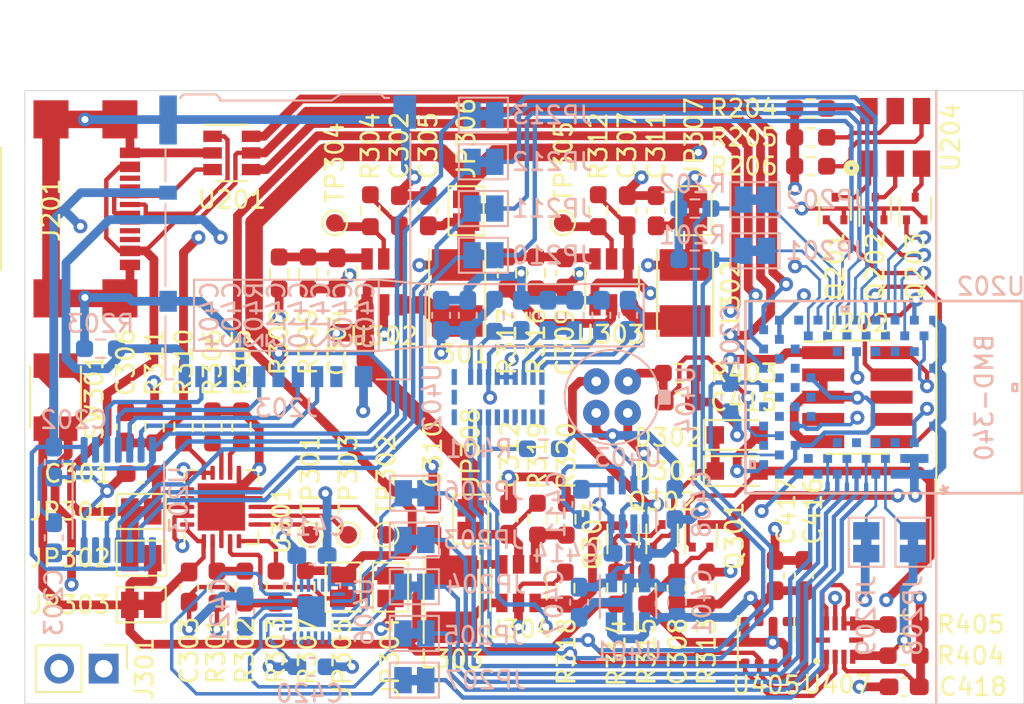
<source format=kicad_pcb>
(kicad_pcb (version 20171130) (host pcbnew "(5.1.7)-1")
  (layers (0 F.Cu signal) (1 In1.Cu mixed hide) (2 In2.Cu mixed hide) (31 B.Cu signal) (34 B.Paste user hide) (35 F.Paste user hide) (36 B.SilkS user hide) (37 F.SilkS user hide) (38 B.Mask user hide) (39 F.Mask user hide) (44 Edge.Cuts user))
  (net 0 "")
  (net 1 GND)
  (net 2 +1V8)
  (net 3 "Net-(C301-Pad2)")
  (net 4 +5V)
  (net 5 "Net-(C303-Pad2)")
  (net 6 "Net-(C304-Pad2)")
  (net 7 "Net-(C304-Pad1)")
  (net 8 VBAT_MEAS)
  (net 9 POWER_SW)
  (net 10 "Net-(C309-Pad1)")
  (net 11 "Net-(C309-Pad2)")
  (net 12 "Net-(C310-Pad1)")
  (net 13 "Net-(C312-Pad1)")
  (net 14 "Net-(C403-Pad2)")
  (net 15 "Net-(C405-Pad2)")
  (net 16 "Net-(C405-Pad1)")
  (net 17 "Net-(C407-Pad1)")
  (net 18 +3V3)
  (net 19 "Net-(C411-Pad1)")
  (net 20 "Net-(C411-Pad2)")
  (net 21 "Net-(C413-Pad1)")
  (net 22 "Net-(C421-Pad2)")
  (net 23 "Net-(D301-Pad2)")
  (net 24 "Net-(D301-Pad1)")
  (net 25 POWER_ON)
  (net 26 "Net-(J201-Pad6)")
  (net 27 "Net-(J201-Pad5)")
  (net 28 "Net-(J201-Pad9)")
  (net 29 "Net-(J201-Pad10)")
  (net 30 "Net-(J201-Pad4)")
  (net 31 "Net-(J201-Pad3)")
  (net 32 VBUS)
  (net 33 "Net-(J202-Pad2)")
  (net 34 "Net-(J202-Pad4)")
  (net 35 "Net-(J202-Pad6)")
  (net 36 "Net-(J202-Pad7)")
  (net 37 "Net-(J202-Pad8)")
  (net 38 "Net-(J202-Pad10)")
  (net 39 "Net-(J203-Pad8)")
  (net 40 "Net-(J203-Pad1)")
  (net 41 "Net-(J203-Pad2)")
  (net 42 "Net-(J203-Pad3)")
  (net 43 "Net-(J203-Pad5)")
  (net 44 "Net-(J203-Pad7)")
  (net 45 I2C_SCL)
  (net 46 "Net-(JP201-Pad2)")
  (net 47 "Net-(JP202-Pad2)")
  (net 48 I2C_SDA)
  (net 49 "Net-(JP203-Pad2)")
  (net 50 IMU_SCK)
  (net 51 IMU_MOSI)
  (net 52 "Net-(JP204-Pad2)")
  (net 53 "Net-(JP205-Pad2)")
  (net 54 IMU_MISO)
  (net 55 "Net-(JP206-Pad2)")
  (net 56 IMU_CS)
  (net 57 IMU_INT)
  (net 58 "Net-(JP207-Pad2)")
  (net 59 UV_INT)
  (net 60 "Net-(JP208-Pad2)")
  (net 61 "Net-(JP209-Pad2)")
  (net 62 HEART_INT)
  (net 63 "Net-(JP210-Pad2)")
  (net 64 "Net-(JP211-Pad2)")
  (net 65 "Net-(JP212-Pad2)")
  (net 66 "Net-(JP213-Pad2)")
  (net 67 "Net-(JP304-Pad1)")
  (net 68 FAST_CHARGE)
  (net 69 "Net-(L301-Pad2)")
  (net 70 "Net-(L302-Pad2)")
  (net 71 "Net-(L303-Pad2)")
  (net 72 "Net-(Q201-Pad3)")
  (net 73 "Net-(Q202-Pad3)")
  (net 74 "Net-(Q203-Pad3)")
  (net 75 "Net-(Q302-Pad3)")
  (net 76 "Net-(Q303-Pad3)")
  (net 77 "Net-(R204-Pad2)")
  (net 78 "Net-(R205-Pad2)")
  (net 79 "Net-(R206-Pad2)")
  (net 80 "Net-(R301-Pad2)")
  (net 81 "Net-(R303-Pad1)")
  (net 82 "Net-(R304-Pad2)")
  (net 83 "Net-(R305-Pad1)")
  (net 84 "Net-(R306-Pad1)")
  (net 85 +BATT)
  (net 86 "Net-(R312-Pad2)")
  (net 87 "Net-(R319-Pad2)")
  (net 88 "Net-(R405-Pad1)")
  (net 89 "Net-(TP301-Pad1)")
  (net 90 "Net-(TP302-Pad1)")
  (net 91 "Net-(TP303-Pad1)")
  (net 92 "Net-(U201-Pad4)")
  (net 93 "Net-(U201-Pad6)")
  (net 94 "Net-(U202-Pad13)")
  (net 95 IR_TEMP)
  (net 96 "Net-(U202-Pad31)")
  (net 97 "Net-(U202-Pad14)")
  (net 98 "Net-(U202-Pad53)")
  (net 99 "Net-(U202-Pad51)")
  (net 100 "Net-(U202-Pad52)")
  (net 101 AMB_TEMP)
  (net 102 "Net-(U202-Pad27)")
  (net 103 "Net-(U202-Pad54)")
  (net 104 "Net-(U202-Pad26)")
  (net 105 "Net-(U202-Pad28)")
  (net 106 "Net-(U202-Pad21)")
  (net 107 "Net-(U202-Pad23)")
  (net 108 "Net-(U202-Pad25)")
  (net 109 "Net-(U202-Pad22)")
  (net 110 "Net-(U202-Pad24)")
  (net 111 "Net-(U203-Pad6)")
  (net 112 "Net-(U203-Pad9)")
  (net 113 "Net-(U402-Pad1)")
  (net 114 "Net-(U402-Pad2)")
  (net 115 "Net-(U402-Pad3)")
  (net 116 "Net-(U402-Pad4)")
  (net 117 "Net-(U402-Pad5)")
  (net 118 "Net-(U402-Pad6)")
  (net 119 "Net-(U402-Pad22)")
  (net 120 "Net-(U402-Pad10)")
  (net 121 "Net-(U402-Pad12)")
  (net 122 "Net-(U402-Pad11)")
  (net 123 "Net-(U403-Pad8)")
  (net 124 "Net-(U406-Pad1)")
  (net 125 "Net-(U406-Pad7)")
  (net 126 "Net-(U406-Pad19)")
  (net 127 "Net-(U406-Pad21)")
  (net 128 "Net-(U407-Pad10)")
  (net 129 "Net-(U407-Pad5)")
  (net 130 "Net-(U406-Pad2)")
  (net 131 "Net-(U406-Pad3)")
  (net 132 "Net-(U406-Pad4)")
  (net 133 "Net-(U406-Pad5)")
  (net 134 "Net-(U406-Pad6)")
  (net 135 "Net-(U406-Pad14)")
  (net 136 "Net-(U406-Pad15)")
  (net 137 "Net-(U406-Pad16)")
  (net 138 "Net-(U406-Pad17)")
  (net 139 LED_B)
  (net 140 LED_G)
  (net 141 LED_R)
  (net 142 "Net-(U202-Pad62)")
  (net 143 "Net-(U202-Pad63)")
  (net 144 "Net-(U202-Pad64)")
  (net 145 SD_MISO)
  (net 146 SD_MOSI)
  (net 147 SD_SCK)
  (net 148 SD_CS)
  (net 149 "Net-(U202-Pad56)")
  (net 150 "Net-(U202-Pad58)")
  (net 151 "Net-(U202-Pad59)")
  (net 152 SD_DET)
  (net 153 "Net-(U202-Pad60)")
  (net 154 "Net-(U202-Pad49)")
  (net 155 "Net-(U202-Pad50)")
  (module Capacitor_SMD:C_0603_1608Metric_Pad1.08x0.95mm_HandSolder (layer B.Cu) (at 90.259 122.526 90)
    (fp_text reference C201 (at 3.429 0 90) (layer B.SilkS) (effects (justify mirror)))
    (fp_text value 10uF)
    (pad 1 smd roundrect (at -0.8625 0 90) (size 1.075 0.95) (layers B.Cu B.Paste B.Mask) (net 1 GND))
    (pad 2 smd roundrect (at 0.8625 0 90) (size 1.075 0.95) (layers B.Cu B.Paste B.Mask) (net 2 +1V8))
  )
  (module Capacitor_SMD:C_0603_1608Metric_Pad1.08x0.95mm_HandSolder (layer F.Cu) (at 56.642 126.865)
    (fp_text reference C301 (at -3.6195 0) (layer F.SilkS))
    (fp_text value 10uF)
    (pad 2 smd roundrect (at 0.8625 0) (size 1.075 0.95) (layers F.Cu F.Paste F.Mask) (net 3 "Net-(C301-Pad2)"))
    (pad 1 smd roundrect (at -0.8625 0) (size 1.075 0.95) (layers F.Cu F.Paste F.Mask) (net 1 GND))
  )
  (module Capacitor_SMD:C_0603_1608Metric_Pad1.08x0.95mm_HandSolder (layer F.Cu) (at 71.366 111.854 90)
    (fp_text reference C302 (at 3.7095 0 90) (layer F.SilkS))
    (fp_text value 10uF)
    (pad 1 smd roundrect (at -0.8625 0 90) (size 1.075 0.95) (layers F.Cu F.Paste F.Mask) (net 4 +5V))
    (pad 2 smd roundrect (at 0.8625 0 90) (size 1.075 0.95) (layers F.Cu F.Paste F.Mask) (net 1 GND))
  )
  (module Capacitor_SMD:C_0603_1608Metric_Pad1.08x0.95mm_HandSolder (layer F.Cu) (at 59.3725 133.342 90)
    (fp_text reference C303 (at -3.6195 0 90) (layer F.SilkS))
    (fp_text value 10uF)
    (pad 1 smd roundrect (at -0.8625 0 90) (size 1.075 0.95) (layers F.Cu F.Paste F.Mask) (net 1 GND))
    (pad 2 smd roundrect (at 0.8625 0 90) (size 1.075 0.95) (layers F.Cu F.Paste F.Mask) (net 5 "Net-(C303-Pad2)"))
  )
  (module Capacitor_SMD:C_0603_1608Metric_Pad1.08x0.95mm_HandSolder (layer F.Cu) (at 67.81 115.41 90)
    (fp_text reference C304 (at -3.9635 0 90) (layer F.SilkS))
    (fp_text value 22pF)
    (pad 2 smd roundrect (at 0.8625 0 90) (size 1.075 0.95) (layers F.Cu F.Paste F.Mask) (net 6 "Net-(C304-Pad2)"))
    (pad 1 smd roundrect (at -0.8625 0 90) (size 1.075 0.95) (layers F.Cu F.Paste F.Mask) (net 7 "Net-(C304-Pad1)"))
  )
  (module Capacitor_SMD:C_0603_1608Metric_Pad1.08x0.95mm_HandSolder (layer F.Cu) (at 73.017 111.854 90)
    (fp_text reference C305 (at 3.7095 0 90) (layer F.SilkS))
    (fp_text value 10uF)
    (pad 1 smd roundrect (at -0.8625 0 90) (size 1.075 0.95) (layers F.Cu F.Paste F.Mask) (net 7 "Net-(C304-Pad1)"))
    (pad 2 smd roundrect (at 0.8625 0 90) (size 1.075 0.95) (layers F.Cu F.Paste F.Mask) (net 1 GND))
  )
  (module Capacitor_SMD:C_0603_1608Metric_Pad1.08x0.95mm_HandSolder (layer F.Cu) (at 55.753 124.198 90)
    (fp_text reference C306 (at 3.683 0 90) (layer F.SilkS))
    (fp_text value 0.1uF)
    (pad 2 smd roundrect (at 0.8625 0 90) (size 1.075 0.95) (layers F.Cu F.Paste F.Mask) (net 1 GND))
    (pad 1 smd roundrect (at -0.8625 0 90) (size 1.075 0.95) (layers F.Cu F.Paste F.Mask) (net 8 VBAT_MEAS))
  )
  (module Capacitor_SMD:C_0603_1608Metric_Pad1.08x0.95mm_HandSolder (layer F.Cu) (at 84.366 111.854 90)
    (fp_text reference C307 (at 3.7095 0 90) (layer F.SilkS))
    (fp_text value 10uF)
    (pad 2 smd roundrect (at 0.8625 0 90) (size 1.075 0.95) (layers F.Cu F.Paste F.Mask) (net 1 GND))
    (pad 1 smd roundrect (at -0.8625 0 90) (size 1.075 0.95) (layers F.Cu F.Paste F.Mask) (net 4 +5V))
  )
  (module Capacitor_SMD:C_0603_1608Metric_Pad1.08x0.95mm_HandSolder (layer F.Cu) (at 87.183 133.4015 90)
    (fp_text reference C308 (at -3.6195 0.0635 90) (layer F.SilkS))
    (fp_text value 0.1uF)
    (pad 2 smd roundrect (at 0.8625 0 90) (size 1.075 0.95) (layers F.Cu F.Paste F.Mask) (net 1 GND))
    (pad 1 smd roundrect (at -0.8625 0 90) (size 1.075 0.95) (layers F.Cu F.Paste F.Mask) (net 9 POWER_SW))
  )
  (module Capacitor_SMD:C_0603_1608Metric_Pad1.08x0.95mm_HandSolder (layer F.Cu) (at 80.81 115.41 90)
    (fp_text reference C309 (at -3.9635 0 270) (layer F.SilkS))
    (fp_text value 22pF)
    (pad 1 smd roundrect (at -0.8625 0 90) (size 1.075 0.95) (layers F.Cu F.Paste F.Mask) (net 10 "Net-(C309-Pad1)"))
    (pad 2 smd roundrect (at 0.8625 0 90) (size 1.075 0.95) (layers F.Cu F.Paste F.Mask) (net 11 "Net-(C309-Pad2)"))
  )
  (module Capacitor_SMD:C_0603_1608Metric_Pad1.08x0.95mm_HandSolder (layer F.Cu) (at 73.2765 129.4645 90)
    (fp_text reference C310 (at 3.683 0 90) (layer F.SilkS))
    (fp_text value 10uF)
    (pad 2 smd roundrect (at 0.8625 0 90) (size 1.075 0.95) (layers F.Cu F.Paste F.Mask) (net 1 GND))
    (pad 1 smd roundrect (at -0.8625 0 90) (size 1.075 0.95) (layers F.Cu F.Paste F.Mask) (net 12 "Net-(C310-Pad1)"))
  )
  (module Capacitor_SMD:C_0603_1608Metric_Pad1.08x0.95mm_HandSolder (layer F.Cu) (at 86.017 111.854 90)
    (fp_text reference C311 (at 3.7095 0 90) (layer F.SilkS))
    (fp_text value 10uF)
    (pad 1 smd roundrect (at -0.8625 0 90) (size 1.075 0.95) (layers F.Cu F.Paste F.Mask) (net 10 "Net-(C309-Pad1)"))
    (pad 2 smd roundrect (at 0.8625 0 90) (size 1.075 0.95) (layers F.Cu F.Paste F.Mask) (net 1 GND))
  )
  (module Capacitor_SMD:C_0603_1608Metric_Pad1.08x0.95mm_HandSolder (layer F.Cu) (at 77.5945 129.4645 90)
    (fp_text reference C312 (at 3.683 0.0635 90) (layer F.SilkS))
    (fp_text value 10uF)
    (pad 2 smd roundrect (at 0.8625 0 90) (size 1.075 0.95) (layers F.Cu F.Paste F.Mask) (net 1 GND))
    (pad 1 smd roundrect (at -0.8625 0 90) (size 1.075 0.95) (layers F.Cu F.Paste F.Mask) (net 13 "Net-(C312-Pad1)"))
  )
  (module Capacitor_SMD:C_0603_1608Metric_Pad1.08x0.95mm_HandSolder (layer B.Cu) (at 87.211 134.21 90)
    (fp_text reference C401 (at 0 1.43 90) (layer B.SilkS) (effects (justify mirror)))
    (fp_text value 0.1uF)
    (pad 1 smd roundrect (at -0.8625 0 90) (size 1.075 0.95) (layers B.Cu B.Paste B.Mask) (net 2 +1V8))
    (pad 2 smd roundrect (at 0.8625 0 90) (size 1.075 0.95) (layers B.Cu B.Paste B.Mask) (net 1 GND))
  )
  (module Capacitor_SMD:C_0603_1608Metric_Pad1.08x0.95mm_HandSolder (layer B.Cu) (at 75.273 117.827 90)
    (fp_text reference C402 (at 0 -13.462 90) (layer B.SilkS) (effects (justify mirror)))
    (fp_text value 0.1uF)
    (pad 1 smd roundrect (at -0.8625 0 90) (size 1.075 0.95) (layers B.Cu B.Paste B.Mask) (net 2 +1V8))
    (pad 2 smd roundrect (at 0.8625 0 90) (size 1.075 0.95) (layers B.Cu B.Paste B.Mask) (net 1 GND))
  )
  (module Capacitor_SMD:C_0603_1608Metric_Pad1.08x0.95mm_HandSolder (layer B.Cu) (at 82.893 117.827 270)
    (fp_text reference C403 (at 0 14.732 90) (layer B.SilkS) (effects (justify mirror)))
    (fp_text value 0.1uF)
    (pad 1 smd roundrect (at -0.8625 0 270) (size 1.075 0.95) (layers B.Cu B.Paste B.Mask) (net 1 GND))
    (pad 2 smd roundrect (at 0.8625 0 270) (size 1.075 0.95) (layers B.Cu B.Paste B.Mask) (net 14 "Net-(C403-Pad2)"))
  )
  (module Capacitor_SMD:C_0603_1608Metric_Pad1.08x0.95mm_HandSolder (layer B.Cu) (at 73.749 117.827 90)
    (fp_text reference C404 (at 0 -13.208 90) (layer B.SilkS) (effects (justify mirror)))
    (fp_text value 4.7µF)
    (pad 2 smd roundrect (at 0.8625 0 90) (size 1.075 0.95) (layers B.Cu B.Paste B.Mask) (net 1 GND))
    (pad 1 smd roundrect (at -0.8625 0 90) (size 1.075 0.95) (layers B.Cu B.Paste B.Mask) (net 2 +1V8))
  )
  (module Capacitor_SMD:C_0603_1608Metric_Pad1.08x0.95mm_HandSolder (layer B.Cu) (at 84.417 117.827 270)
    (fp_text reference C405 (at 0 14.986 90) (layer B.SilkS) (effects (justify mirror)))
    (fp_text value 0.1uF)
    (pad 2 smd roundrect (at 0.8625 0 270) (size 1.075 0.95) (layers B.Cu B.Paste B.Mask) (net 15 "Net-(C405-Pad2)"))
    (pad 1 smd roundrect (at -0.8625 0 270) (size 1.075 0.95) (layers B.Cu B.Paste B.Mask) (net 16 "Net-(C405-Pad1)"))
  )
  (module Capacitor_SMD:C_0603_1608Metric_Pad1.08x0.95mm_HandSolder (layer B.Cu) (at 81.623 134.21 270)
    (fp_text reference C407 (at 0 1.43 90) (layer B.SilkS) (effects (justify mirror)))
    (fp_text value 0.1uF)
    (pad 2 smd roundrect (at 0.8625 0 270) (size 1.075 0.95) (layers B.Cu B.Paste B.Mask) (net 1 GND))
    (pad 1 smd roundrect (at -0.8625 0 270) (size 1.075 0.95) (layers B.Cu B.Paste B.Mask) (net 17 "Net-(C407-Pad1)"))
  )
  (module Capacitor_SMD:C_0603_1608Metric_Pad1.08x0.95mm_HandSolder (layer B.Cu) (at 87.084 128.622 270)
    (fp_text reference C408 (at 0 -1.524 90) (layer B.SilkS) (effects (justify mirror)))
    (fp_text value 0.1uF)
    (pad 1 smd roundrect (at -0.8625 0 270) (size 1.075 0.95) (layers B.Cu B.Paste B.Mask) (net 2 +1V8))
    (pad 2 smd roundrect (at 0.8625 0 270) (size 1.075 0.95) (layers B.Cu B.Paste B.Mask) (net 1 GND))
  )
  (module Capacitor_SMD:C_0603_1608Metric_Pad1.08x0.95mm_HandSolder (layer B.Cu) (at 79.845 117.827 90)
    (fp_text reference C410 (at 0 -14.224 90) (layer B.SilkS) (effects (justify mirror)))
    (fp_text value 0.1uF)
    (pad 1 smd roundrect (at -0.8625 0 90) (size 1.075 0.95) (layers B.Cu B.Paste B.Mask) (net 18 +3V3))
    (pad 2 smd roundrect (at 0.8625 0 90) (size 1.075 0.95) (layers B.Cu B.Paste B.Mask) (net 1 GND))
  )
  (module Capacitor_SMD:C_0603_1608Metric_Pad1.08x0.95mm_HandSolder (layer B.Cu) (at 81.75 128.622 270)
    (fp_text reference C411 (at 0 1.43 90) (layer B.SilkS) (effects (justify mirror)))
    (fp_text value 0.01uF)
    (pad 1 smd roundrect (at -0.8625 0 270) (size 1.075 0.95) (layers B.Cu B.Paste B.Mask) (net 19 "Net-(C411-Pad1)"))
    (pad 2 smd roundrect (at 0.8625 0 270) (size 1.075 0.95) (layers B.Cu B.Paste B.Mask) (net 20 "Net-(C411-Pad2)"))
  )
  (module Capacitor_SMD:C_0603_1608Metric_Pad1.08x0.95mm_HandSolder (layer B.Cu) (at 81.369 117.827 90)
    (fp_text reference C412 (at 0 -14.478 90) (layer B.SilkS) (effects (justify mirror)))
    (fp_text value 10uF)
    (pad 2 smd roundrect (at 0.8625 0 90) (size 1.075 0.95) (layers B.Cu B.Paste B.Mask) (net 1 GND))
    (pad 1 smd roundrect (at -0.8625 0 90) (size 1.075 0.95) (layers B.Cu B.Paste B.Mask) (net 18 +3V3))
  )
  (module Capacitor_SMD:C_0603_1608Metric_Pad1.08x0.95mm_HandSolder (layer B.Cu) (at 78.321 117.827 90)
    (fp_text reference C413 (at 0 -13.97 90) (layer B.SilkS) (effects (justify mirror)))
    (fp_text value 1uF)
    (pad 2 smd roundrect (at 0.8625 0 90) (size 1.075 0.95) (layers B.Cu B.Paste B.Mask) (net 1 GND))
    (pad 1 smd roundrect (at -0.8625 0 90) (size 1.075 0.95) (layers B.Cu B.Paste B.Mask) (net 21 "Net-(C413-Pad1)"))
  )
  (module Capacitor_SMD:C_0603_1608Metric_Pad1.08x0.95mm_HandSolder (layer B.Cu) (at 84.417 131.416 180)
    (fp_text reference C414 (at 3.556 0) (layer B.SilkS) (effects (justify mirror)))
    (fp_text value 1uF)
    (pad 1 smd roundrect (at -0.8625 0 180) (size 1.075 0.95) (layers B.Cu B.Paste B.Mask) (net 1 GND))
    (pad 2 smd roundrect (at 0.8625 0 180) (size 1.075 0.95) (layers B.Cu B.Paste B.Mask) (net 95 IR_TEMP))
  )
  (module Capacitor_SMD:C_0603_1608Metric_Pad1.08x0.95mm_HandSolder (layer F.Cu) (at 87.338 122.78)
    (fp_text reference C415 (at 3.683 0) (layer F.SilkS))
    (fp_text value 1uF)
    (pad 2 smd roundrect (at 0.8625 0) (size 1.075 0.95) (layers F.Cu F.Paste F.Mask) (net 1 GND))
    (pad 1 smd roundrect (at -0.8625 0) (size 1.075 0.95) (layers F.Cu F.Paste F.Mask) (net 101 AMB_TEMP))
  )
  (module Capacitor_SMD:C_0603_1608Metric_Pad1.08x0.95mm_HandSolder (layer F.Cu) (at 94.45 132.686 90)
    (fp_text reference C416 (at 3.683 0.508 90) (layer F.SilkS))
    (fp_text value 0.1uF)
    (pad 1 smd roundrect (at -0.8625 0 90) (size 1.075 0.95) (layers F.Cu F.Paste F.Mask) (net 2 +1V8))
    (pad 2 smd roundrect (at 0.8625 0 90) (size 1.075 0.95) (layers F.Cu F.Paste F.Mask) (net 1 GND))
  )
  (module Capacitor_SMD:C_0603_1608Metric_Pad1.08x0.95mm_HandSolder (layer F.Cu) (at 92.799 132.686 90)
    (fp_text reference C417 (at 3.683 0.635 90) (layer F.SilkS))
    (fp_text value 0.1uF)
    (pad 2 smd roundrect (at 0.8625 0 90) (size 1.075 0.95) (layers F.Cu F.Paste F.Mask) (net 1 GND))
    (pad 1 smd roundrect (at -0.8625 0 90) (size 1.075 0.95) (layers F.Cu F.Paste F.Mask) (net 2 +1V8))
  )
  (module Capacitor_SMD:C_0603_1608Metric_Pad1.08x0.95mm_HandSolder (layer F.Cu) (at 100.165 139.036)
    (fp_text reference C418 (at 3.937 0) (layer F.SilkS))
    (fp_text value 1uF)
    (pad 2 smd roundrect (at 0.8625 0) (size 1.075 0.95) (layers F.Cu F.Paste F.Mask) (net 2 +1V8))
    (pad 1 smd roundrect (at -0.8625 0) (size 1.075 0.95) (layers F.Cu F.Paste F.Mask) (net 1 GND))
  )
  (module Capacitor_SMD:C_0603_1608Metric_Pad1.08x0.95mm_HandSolder (layer B.Cu) (at 66.383 131.543 180)
    (fp_text reference C419 (at 0 1.651) (layer B.SilkS) (effects (justify mirror)))
    (fp_text value 0.1uF)
    (pad 1 smd roundrect (at -0.8625 0 180) (size 1.075 0.95) (layers B.Cu B.Paste B.Mask) (net 1 GND))
    (pad 2 smd roundrect (at 0.8625 0 180) (size 1.075 0.95) (layers B.Cu B.Paste B.Mask) (net 2 +1V8))
  )
  (module Capacitor_SMD:C_0603_1608Metric_Pad1.08x0.95mm_HandSolder (layer B.Cu) (at 66.383 137.893 180)
    (fp_text reference C420 (at 0.127 -1.524) (layer B.SilkS) (effects (justify mirror)))
    (fp_text value 0.1uF)
    (pad 2 smd roundrect (at 0.8625 0 180) (size 1.075 0.95) (layers B.Cu B.Paste B.Mask) (net 2 +1V8))
    (pad 1 smd roundrect (at -0.8625 0 180) (size 1.075 0.95) (layers B.Cu B.Paste B.Mask) (net 1 GND))
  )
  (module Capacitor_SMD:C_0603_1608Metric_Pad1.08x0.95mm_HandSolder (layer B.Cu) (at 62.573 134.718 270)
    (fp_text reference C421 (at 0 1.43 90) (layer B.SilkS) (effects (justify mirror)))
    (fp_text value 0.1uF)
    (pad 1 smd roundrect (at -0.8625 0 270) (size 1.075 0.95) (layers B.Cu B.Paste B.Mask) (net 1 GND))
    (pad 2 smd roundrect (at 0.8625 0 270) (size 1.075 0.95) (layers B.Cu B.Paste B.Mask) (net 22 "Net-(C421-Pad2)"))
  )
  (module Diode_SMD:D_SOD-323_HandSoldering (layer F.Cu) (at 90.64 126.717)
    (fp_text reference D301 (at -3.937 0) (layer F.SilkS))
    (fp_text value NSR0530HT1G)
    (pad 2 smd rect (at 1.25 0) (size 1 1) (layers F.Cu F.Paste F.Mask) (net 23 "Net-(D301-Pad2)"))
    (pad 1 smd rect (at -1.25 0) (size 1 1) (layers F.Cu F.Paste F.Mask) (net 24 "Net-(D301-Pad1)"))
  )
  (module Diode_SMD:D_SOD-323_HandSoldering (layer F.Cu) (at 90.64 124.658501)
    (fp_text reference D302 (at -3.937 0.153499) (layer F.SilkS))
    (fp_text value NSR0530HT1G)
    (pad 1 smd rect (at -1.25 0) (size 1 1) (layers F.Cu F.Paste F.Mask) (net 24 "Net-(D301-Pad1)"))
    (pad 2 smd rect (at 1.25 0) (size 1 1) (layers F.Cu F.Paste F.Mask) (net 25 POWER_ON))
  )
  (module SYSC4907:USB4110-GF-A (layer F.Cu) (at 56 111.75 270)
    (fp_text reference J201 (at 0.0762 4.5 90) (layer F.SilkS))
    (fp_text value USB4110-GF-A)
    (pad 6 smd rect (at -0.25 0 270) (size 0.3 1.15) (layers F.Cu F.Paste F.Mask) (net 26 "Net-(J201-Pad6)"))
    (pad 7 smd rect (at 0.25 0 270) (size 0.3 1.15) (layers F.Cu F.Paste F.Mask) (net 27 "Net-(J201-Pad5)"))
    (pad 8 smd rect (at 0.75 0 270) (size 0.3 1.15) (layers F.Cu F.Paste F.Mask) (net 26 "Net-(J201-Pad6)"))
    (pad 9 smd rect (at 1.25 0 270) (size 0.3 1.15) (layers F.Cu F.Paste F.Mask) (net 28 "Net-(J201-Pad9)"))
    (pad 10 smd rect (at 1.75 0 270) (size 0.3 1.15) (layers F.Cu F.Paste F.Mask) (net 29 "Net-(J201-Pad10)"))
    (pad 5 smd rect (at -0.75 0 270) (size 0.3 1.15) (layers F.Cu F.Paste F.Mask) (net 27 "Net-(J201-Pad5)"))
    (pad 4 smd rect (at -1.25 0 270) (size 0.3 1.15) (layers F.Cu F.Paste F.Mask) (net 30 "Net-(J201-Pad4)"))
    (pad 3 smd rect (at -1.75 0 270) (size 0.3 1.15) (layers F.Cu F.Paste F.Mask) (net 31 "Net-(J201-Pad3)"))
    (pad 2 smd rect (at -2.4 0 270) (size 0.6 1.15) (layers F.Cu F.Paste F.Mask) (net 32 VBUS))
    (pad 11 smd rect (at 2.4 0 270) (size 0.6 1.15) (layers F.Cu F.Paste F.Mask) (net 32 VBUS))
    (pad 12 smd rect (at 3.2 0 270) (size 0.6 1.15) (layers F.Cu F.Paste F.Mask) (net 1 GND))
    (pad 1 smd rect (at -3.2 0 270) (size 0.6 1.15) (layers F.Cu F.Paste F.Mask) (net 1 GND))
    (pad 1 smd rect (at -5.11 0.575 270) (size 2.18 2) (layers F.Cu F.Paste F.Mask) (net 1 GND))
    (pad 1 smd rect (at 5.11 0.575 270) (size 2.18 2) (layers F.Cu F.Paste F.Mask) (net 1 GND))
    (pad 1 smd rect (at 5.11 4.505 270) (size 2.18 2) (layers F.Cu F.Paste F.Mask) (net 1 GND))
    (pad 1 smd rect (at -5.11 4.505 270) (size 2.18 2) (layers F.Cu F.Paste F.Mask) (net 1 GND))
    (pad "" np_thru_hole circle (at -2.89 1.075 270) (size 0.65 0.65) (drill 0.65) (layers *.Cu *.Mask))
    (pad "" np_thru_hole circle (at 2.89 1.075 270) (size 0.65 0.65) (drill 0.65) (layers *.Cu *.Mask))
  )
  (module Connector_PinHeader_1.27mm:PinHeader_2x05_P1.27mm_Vertical_SMD (layer F.Cu) (at 97.5 122.5)
    (fp_text reference J202 (at 0 -4.235) (layer F.SilkS))
    (fp_text value SWD)
    (pad 1 smd rect (at -1.95 -2.54) (size 2.4 0.74) (layers F.Cu F.Paste F.Mask) (net 2 +1V8))
    (pad 2 smd rect (at 1.95 -2.54) (size 2.4 0.74) (layers F.Cu F.Paste F.Mask) (net 33 "Net-(J202-Pad2)"))
    (pad 3 smd rect (at -1.95 -1.27) (size 2.4 0.74) (layers F.Cu F.Paste F.Mask) (net 1 GND))
    (pad 4 smd rect (at 1.95 -1.27) (size 2.4 0.74) (layers F.Cu F.Paste F.Mask) (net 34 "Net-(J202-Pad4)"))
    (pad 5 smd rect (at -1.95 0) (size 2.4 0.74) (layers F.Cu F.Paste F.Mask) (net 1 GND))
    (pad 6 smd rect (at 1.95 0) (size 2.4 0.74) (layers F.Cu F.Paste F.Mask) (net 35 "Net-(J202-Pad6)"))
    (pad 7 smd rect (at -1.95 1.27) (size 2.4 0.74) (layers F.Cu F.Paste F.Mask) (net 36 "Net-(J202-Pad7)"))
    (pad 8 smd rect (at 1.95 1.27) (size 2.4 0.74) (layers F.Cu F.Paste F.Mask) (net 37 "Net-(J202-Pad8)"))
    (pad 9 smd rect (at -1.95 2.54) (size 2.4 0.74) (layers F.Cu F.Paste F.Mask) (net 1 GND))
    (pad 10 smd rect (at 1.95 2.54) (size 2.4 0.74) (layers F.Cu F.Paste F.Mask) (net 38 "Net-(J202-Pad10)"))
  )
  (module Connector_Card:microSD_HC_Hirose_DM3AT-SF-PEJM5 (layer B.Cu) (at 65 113.6)
    (fp_text reference J203 (at -0.075 9.525 180) (layer B.SilkS) (effects (justify mirror)))
    (fp_text value Micro_SD_Card_Det_Hirose_DM3AT)
    (pad 9 smd rect (at -5.875 7.725) (size 0.7 1.2) (layers B.Cu B.Paste B.Mask) (net 152 SD_DET))
    (pad 8 smd rect (at -4.925 7.725) (size 0.7 1.2) (layers B.Cu B.Paste B.Mask) (net 39 "Net-(J203-Pad8)"))
    (pad 1 smd rect (at 2.775 7.725) (size 0.7 1.2) (layers B.Cu B.Paste B.Mask) (net 40 "Net-(J203-Pad1)"))
    (pad 2 smd rect (at 1.675 7.725) (size 0.7 1.2) (layers B.Cu B.Paste B.Mask) (net 41 "Net-(J203-Pad2)"))
    (pad 3 smd rect (at 0.575 7.725) (size 0.7 1.2) (layers B.Cu B.Paste B.Mask) (net 42 "Net-(J203-Pad3)"))
    (pad 4 smd rect (at -0.525 7.725) (size 0.7 1.2) (layers B.Cu B.Paste B.Mask) (net 18 +3V3))
    (pad 5 smd rect (at -1.625 7.725) (size 0.7 1.2) (layers B.Cu B.Paste B.Mask) (net 43 "Net-(J203-Pad5)"))
    (pad 6 smd rect (at -2.725 7.725) (size 0.7 1.2) (layers B.Cu B.Paste B.Mask) (net 1 GND))
    (pad 7 smd rect (at -3.825 7.725) (size 0.7 1.2) (layers B.Cu B.Paste B.Mask) (net 44 "Net-(J203-Pad7)"))
    (pad 11 smd rect (at 4.325 7.725) (size 1 1.2) (layers B.Cu B.Paste B.Mask) (net 1 GND))
    (pad 11 smd rect (at -6.825 3.425) (size 1 1.2) (layers B.Cu B.Paste B.Mask) (net 1 GND))
    (pad 10 smd rect (at -6.825 -2.775) (size 1 0.8) (layers B.Cu B.Paste B.Mask) (net 2 +1V8))
    (pad 11 smd rect (at -6.825 -6.925) (size 1 2.8) (layers B.Cu B.Paste B.Mask) (net 1 GND))
    (pad 11 smd rect (at 6.675 -7.375) (size 1.3 1.9) (layers B.Cu B.Paste B.Mask) (net 1 GND))
  )
  (module Jumper:SolderJumper-2_P1.3mm_Bridged_Pad1.0x1.5mm (layer B.Cu) (at 91.656 114.144)
    (fp_text reference JP201 (at 4.064 0) (layer B.SilkS) (effects (justify mirror)))
    (fp_text value I2C_SCL)
    (fp_poly (pts (xy -0.25 0.3) (xy 0.25 0.3) (xy 0.25 -0.3) (xy -0.25 -0.3)) (layer B.Cu) (width 0))
    (pad 1 smd rect (at -0.65 0) (size 1 1.5) (layers B.Cu B.Mask) (net 45 I2C_SCL))
    (pad 2 smd rect (at 0.65 0) (size 1 1.5) (layers B.Cu B.Mask) (net 46 "Net-(JP201-Pad2)"))
  )
  (module Jumper:SolderJumper-2_P1.3mm_Bridged_Pad1.0x1.5mm (layer B.Cu) (at 91.656 111.223)
    (fp_text reference JP202 (at 4.064 0) (layer B.SilkS) (effects (justify mirror)))
    (fp_text value I2C_SDA)
    (fp_poly (pts (xy -0.25 0.3) (xy 0.25 0.3) (xy 0.25 -0.3) (xy -0.25 -0.3)) (layer B.Cu) (width 0))
    (pad 2 smd rect (at 0.65 0) (size 1 1.5) (layers B.Cu B.Mask) (net 47 "Net-(JP202-Pad2)"))
    (pad 1 smd rect (at -0.65 0) (size 1 1.5) (layers B.Cu B.Mask) (net 48 I2C_SDA))
  )
  (module Jumper:SolderJumper-2_P1.3mm_Bridged_Pad1.0x1.5mm (layer B.Cu) (at 72.225 130.654)
    (fp_text reference JP203 (at 3.937 0) (layer B.SilkS) (effects (justify mirror)))
    (fp_text value IMU_SCK)
    (fp_poly (pts (xy -0.25 0.3) (xy 0.25 0.3) (xy 0.25 -0.3) (xy -0.25 -0.3)) (layer B.Cu) (width 0))
    (pad 2 smd rect (at 0.65 0) (size 1 1.5) (layers B.Cu B.Mask) (net 49 "Net-(JP203-Pad2)"))
    (pad 1 smd rect (at -0.65 0) (size 1 1.5) (layers B.Cu B.Mask) (net 50 IMU_SCK))
  )
  (module Jumper:SolderJumper-2_P1.3mm_Bridged_Pad1.0x1.5mm (layer B.Cu) (at 72.225 133.321)
    (fp_text reference JP204 (at 4.064 -0.127) (layer B.SilkS) (effects (justify mirror)))
    (fp_text value IMU_MOSI)
    (fp_poly (pts (xy -0.25 0.3) (xy 0.25 0.3) (xy 0.25 -0.3) (xy -0.25 -0.3)) (layer B.Cu) (width 0))
    (pad 1 smd rect (at -0.65 0) (size 1 1.5) (layers B.Cu B.Mask) (net 51 IMU_MOSI))
    (pad 2 smd rect (at 0.65 0) (size 1 1.5) (layers B.Cu B.Mask) (net 52 "Net-(JP204-Pad2)"))
  )
  (module Jumper:SolderJumper-2_P1.3mm_Bridged_Pad1.0x1.5mm (layer B.Cu) (at 72.225 135.988)
    (fp_text reference JP205 (at 3.937 0.127) (layer B.SilkS) (effects (justify mirror)))
    (fp_text value IMU_MISO)
    (fp_poly (pts (xy -0.25 0.3) (xy 0.25 0.3) (xy 0.25 -0.3) (xy -0.25 -0.3)) (layer B.Cu) (width 0))
    (pad 2 smd rect (at 0.65 0) (size 1 1.5) (layers B.Cu B.Mask) (net 53 "Net-(JP205-Pad2)"))
    (pad 1 smd rect (at -0.65 0) (size 1 1.5) (layers B.Cu B.Mask) (net 54 IMU_MISO))
  )
  (module Jumper:SolderJumper-2_P1.3mm_Bridged_Pad1.0x1.5mm (layer B.Cu) (at 72.24 127.987)
    (fp_text reference JP206 (at 3.937 -0.127) (layer B.SilkS) (effects (justify mirror)))
    (fp_text value IMU_CS)
    (fp_poly (pts (xy -0.25 0.3) (xy 0.25 0.3) (xy 0.25 -0.3) (xy -0.25 -0.3)) (layer B.Cu) (width 0))
    (pad 2 smd rect (at 0.65 0) (size 1 1.5) (layers B.Cu B.Mask) (net 55 "Net-(JP206-Pad2)"))
    (pad 1 smd rect (at -0.65 0) (size 1 1.5) (layers B.Cu B.Mask) (net 56 IMU_CS))
  )
  (module Jumper:SolderJumper-2_P1.3mm_Bridged_Pad1.0x1.5mm (layer B.Cu) (at 72.225 138.655)
    (fp_text reference JP207 (at 4.064 0) (layer B.SilkS) (effects (justify mirror)))
    (fp_text value IMU_INT)
    (fp_poly (pts (xy -0.25 0.3) (xy 0.25 0.3) (xy 0.25 -0.3) (xy -0.25 -0.3)) (layer B.Cu) (width 0))
    (pad 1 smd rect (at -0.65 0) (size 1 1.5) (layers B.Cu B.Mask) (net 57 IMU_INT))
    (pad 2 smd rect (at 0.65 0) (size 1 1.5) (layers B.Cu B.Mask) (net 58 "Net-(JP207-Pad2)"))
  )
  (module Jumper:SolderJumper-2_P1.3mm_Bridged_Pad1.0x1.5mm (layer B.Cu) (at 100.673 130.781 90)
    (fp_text reference JP208 (at -4.191 0 90) (layer B.SilkS) (effects (justify mirror)))
    (fp_text value UV_INT)
    (fp_poly (pts (xy -0.25 0.3) (xy 0.25 0.3) (xy 0.25 -0.3) (xy -0.25 -0.3)) (layer B.Cu) (width 0))
    (pad 1 smd rect (at -0.65 0 90) (size 1 1.5) (layers B.Cu B.Mask) (net 59 UV_INT))
    (pad 2 smd rect (at 0.65 0 90) (size 1 1.5) (layers B.Cu B.Mask) (net 60 "Net-(JP208-Pad2)"))
  )
  (module Jumper:SolderJumper-2_P1.3mm_Bridged_Pad1.0x1.5mm (layer B.Cu) (at 98.006 130.781 90)
    (fp_text reference JP209 (at -4.191 0 90) (layer B.SilkS) (effects (justify mirror)))
    (fp_text value HEART_INT)
    (fp_poly (pts (xy -0.25 0.3) (xy 0.25 0.3) (xy 0.25 -0.3) (xy -0.25 -0.3)) (layer B.Cu) (width 0))
    (pad 2 smd rect (at 0.65 0 90) (size 1 1.5) (layers B.Cu B.Mask) (net 61 "Net-(JP209-Pad2)"))
    (pad 1 smd rect (at -0.65 0 90) (size 1 1.5) (layers B.Cu B.Mask) (net 62 HEART_INT))
  )
  (module Jumper:SolderJumper-2_P1.3mm_Bridged_Pad1.0x1.5mm (layer B.Cu) (at 76.162 114.398 180)
    (fp_text reference JP210 (at -3.937 0 180) (layer B.SilkS) (effects (justify mirror)))
    (fp_text value SD_CS)
    (fp_poly (pts (xy -0.25 0.3) (xy 0.25 0.3) (xy 0.25 -0.3) (xy -0.25 -0.3)) (layer B.Cu) (width 0))
    (pad 1 smd rect (at -0.65 0 180) (size 1 1.5) (layers B.Cu B.Mask) (net 145 SD_MISO))
    (pad 2 smd rect (at 0.65 0 180) (size 1 1.5) (layers B.Cu B.Mask) (net 63 "Net-(JP210-Pad2)"))
  )
  (module Jumper:SolderJumper-2_P1.3mm_Bridged_Pad1.0x1.5mm (layer B.Cu) (at 76.162 111.731 180)
    (fp_text reference JP211 (at -3.937 0) (layer B.SilkS) (effects (justify mirror)))
    (fp_text value SD_MOSI)
    (fp_poly (pts (xy -0.25 0.3) (xy 0.25 0.3) (xy 0.25 -0.3) (xy -0.25 -0.3)) (layer B.Cu) (width 0))
    (pad 2 smd rect (at 0.65 0 180) (size 1 1.5) (layers B.Cu B.Mask) (net 64 "Net-(JP211-Pad2)"))
    (pad 1 smd rect (at -0.65 0 180) (size 1 1.5) (layers B.Cu B.Mask) (net 146 SD_MOSI))
  )
  (module Jumper:SolderJumper-2_P1.3mm_Bridged_Pad1.0x1.5mm (layer B.Cu) (at 76.162 109.064 180)
    (fp_text reference JP212 (at -3.937 0) (layer B.SilkS) (effects (justify mirror)))
    (fp_text value SD_CLK)
    (fp_poly (pts (xy -0.25 0.3) (xy 0.25 0.3) (xy 0.25 -0.3) (xy -0.25 -0.3)) (layer B.Cu) (width 0))
    (pad 1 smd rect (at -0.65 0 180) (size 1 1.5) (layers B.Cu B.Mask) (net 147 SD_SCK))
    (pad 2 smd rect (at 0.65 0 180) (size 1 1.5) (layers B.Cu B.Mask) (net 65 "Net-(JP212-Pad2)"))
  )
  (module Jumper:SolderJumper-2_P1.3mm_Bridged_Pad1.0x1.5mm (layer B.Cu) (at 76.162 106.397 180)
    (fp_text reference JP213 (at -3.937 0) (layer B.SilkS) (effects (justify mirror)))
    (fp_text value SD_MISO)
    (fp_poly (pts (xy -0.25 0.3) (xy 0.25 0.3) (xy 0.25 -0.3) (xy -0.25 -0.3)) (layer B.Cu) (width 0))
    (pad 1 smd rect (at -0.65 0 180) (size 1 1.5) (layers B.Cu B.Mask) (net 148 SD_CS))
    (pad 2 smd rect (at 0.65 0 180) (size 1 1.5) (layers B.Cu B.Mask) (net 66 "Net-(JP213-Pad2)"))
  )
  (module Jumper:SolderJumper-2_P1.3mm_Bridged_Pad1.0x1.5mm (layer F.Cu) (at 56.642 129.024)
    (fp_text reference JP301 (at -4.064 0) (layer F.SilkS))
    (fp_text value Bridged)
    (fp_poly (pts (xy -0.25 -0.3) (xy 0.25 -0.3) (xy 0.25 0.3) (xy -0.25 0.3)) (layer F.Cu) (width 0))
    (pad 1 smd rect (at -0.65 0) (size 1 1.5) (layers F.Cu F.Mask) (net 32 VBUS))
    (pad 2 smd rect (at 0.65 0) (size 1 1.5) (layers F.Cu F.Mask) (net 3 "Net-(C301-Pad2)"))
  )
  (module Jumper:SolderJumper-2_P1.3mm_Open_Pad1.0x1.5mm (layer F.Cu) (at 56.642 131.691)
    (fp_text reference JP302 (at -4.064 0) (layer F.SilkS))
    (fp_text value Open)
    (pad 2 smd rect (at 0.65 0) (size 1 1.5) (layers F.Cu F.Mask) (net 12 "Net-(C310-Pad1)"))
    (pad 1 smd rect (at -0.65 0) (size 1 1.5) (layers F.Cu F.Mask) (net 32 VBUS))
  )
  (module Jumper:SolderJumper-2_P1.3mm_Bridged_Pad1.0x1.5mm (layer F.Cu) (at 56.642 134.358 180)
    (fp_text reference JP303 (at 4.064 0) (layer F.SilkS))
    (fp_text value Bridged)
    (fp_poly (pts (xy -0.25 -0.3) (xy 0.25 -0.3) (xy 0.25 0.3) (xy -0.25 0.3)) (layer F.Cu) (width 0))
    (pad 2 smd rect (at 0.65 0 180) (size 1 1.5) (layers F.Cu F.Mask) (net 12 "Net-(C310-Pad1)"))
    (pad 1 smd rect (at -0.65 0 180) (size 1 1.5) (layers F.Cu F.Mask) (net 5 "Net-(C303-Pad2)"))
  )
  (module Jumper:SolderJumper-2_P1.3mm_Open_Pad1.0x1.5mm (layer F.Cu) (at 70.866 133.342 270)
    (fp_text reference JP304 (at 4.043 0.038 90) (layer F.SilkS))
    (fp_text value Open)
    (pad 1 smd rect (at -0.65 0 270) (size 1 1.5) (layers F.Cu F.Mask) (net 67 "Net-(JP304-Pad1)"))
    (pad 2 smd rect (at 0.65 0 270) (size 1 1.5) (layers F.Cu F.Mask) (net 2 +1V8))
  )
  (module Jumper:SolderJumper-2_P1.3mm_Bridged_Pad1.0x1.5mm (layer F.Cu) (at 68.161 133.336 90)
    (fp_text reference JP305 (at -4.064 -0.0635 90) (layer F.SilkS))
    (fp_text value Bridged)
    (fp_poly (pts (xy -0.25 -0.3) (xy 0.25 -0.3) (xy 0.25 0.3) (xy -0.25 0.3)) (layer F.Cu) (width 0))
    (pad 1 smd rect (at -0.65 0 90) (size 1 1.5) (layers F.Cu F.Mask) (net 67 "Net-(JP304-Pad1)"))
    (pad 2 smd rect (at 0.65 0 90) (size 1 1.5) (layers F.Cu F.Mask) (net 68 FAST_CHARGE))
  )
  (module Jumper:SolderJumper-2_P1.3mm_Bridged_Pad1.0x1.5mm (layer F.Cu) (at 75.176 111.854 90)
    (fp_text reference JP306 (at 4.13 0 90) (layer F.SilkS))
    (fp_text value Bridged)
    (fp_poly (pts (xy -0.25 -0.3) (xy 0.25 -0.3) (xy 0.25 0.3) (xy -0.25 0.3)) (layer F.Cu) (width 0))
    (pad 2 smd rect (at 0.65 0 90) (size 1 1.5) (layers F.Cu F.Mask) (net 18 +3V3))
    (pad 1 smd rect (at -0.65 0 90) (size 1 1.5) (layers F.Cu F.Mask) (net 7 "Net-(C304-Pad1)"))
  )
  (module Jumper:SolderJumper-2_P1.3mm_Bridged_Pad1.0x1.5mm (layer F.Cu) (at 88.176 111.854 90)
    (fp_text reference JP307 (at 4.176 0 90) (layer F.SilkS))
    (fp_text value Bridged)
    (fp_poly (pts (xy -0.25 -0.3) (xy 0.25 -0.3) (xy 0.25 0.3) (xy -0.25 0.3)) (layer F.Cu) (width 0))
    (pad 1 smd rect (at -0.65 0 90) (size 1 1.5) (layers F.Cu F.Mask) (net 10 "Net-(C309-Pad1)"))
    (pad 2 smd rect (at 0.65 0 90) (size 1 1.5) (layers F.Cu F.Mask) (net 2 +1V8))
  )
  (module Jumper:SolderJumper-2_P1.3mm_Bridged_Pad1.0x1.5mm (layer F.Cu) (at 75.4355 129.4645 90)
    (fp_text reference JP308 (at 4.064 0 90) (layer F.SilkS))
    (fp_text value Bridged)
    (fp_poly (pts (xy -0.25 -0.3) (xy 0.25 -0.3) (xy 0.25 0.3) (xy -0.25 0.3)) (layer F.Cu) (width 0))
    (pad 2 smd rect (at 0.65 0 90) (size 1 1.5) (layers F.Cu F.Mask) (net 4 +5V))
    (pad 1 smd rect (at -0.65 0 90) (size 1 1.5) (layers F.Cu F.Mask) (net 13 "Net-(C312-Pad1)"))
  )
  (module Inductor_SMD:L_Taiyo-Yuden_NR-30xx_HandSoldering (layer F.Cu) (at 74.668 116.553 270)
    (fp_text reference L301 (at 3.49 0) (layer F.SilkS))
    (fp_text value 2.2uH)
    (pad 1 smd rect (at -1.6 0 270) (size 1.8 2.9) (layers F.Cu F.Paste F.Mask) (net 7 "Net-(C304-Pad1)"))
    (pad 2 smd rect (at 1.6 0 270) (size 1.8 2.9) (layers F.Cu F.Paste F.Mask) (net 69 "Net-(L301-Pad2)"))
  )
  (module Inductor_SMD:L_Taiyo-Yuden_NR-30xx_HandSoldering (layer F.Cu) (at 87.668 116.553 270)
    (fp_text reference L302 (at 0.004 -2.591 270) (layer F.SilkS))
    (fp_text value 2.2uH)
    (pad 1 smd rect (at -1.6 0 270) (size 1.8 2.9) (layers F.Cu F.Paste F.Mask) (net 10 "Net-(C309-Pad1)"))
    (pad 2 smd rect (at 1.6 0 270) (size 1.8 2.9) (layers F.Cu F.Paste F.Mask) (net 70 "Net-(L302-Pad2)"))
  )
  (module Inductor_SMD:L_Taiyo-Yuden_NR-30xx_HandSoldering (layer F.Cu) (at 74.356 134.0365 270)
    (fp_text reference L303 (at 3.429 0) (layer F.SilkS))
    (fp_text value 4.7uH)
    (pad 2 smd rect (at 1.6 0 270) (size 1.8 2.9) (layers F.Cu F.Paste F.Mask) (net 71 "Net-(L303-Pad2)"))
    (pad 1 smd rect (at -1.6 0 270) (size 1.8 2.9) (layers F.Cu F.Paste F.Mask) (net 12 "Net-(C310-Pad1)"))
  )
  (module Package_TO_SOT_SMD:SOT-523 (layer F.Cu) (at 96.228 111.731 90)
    (fp_text reference Q201 (at -3.302 0 90) (layer F.SilkS))
    (fp_text value DMG1012T)
    (pad 2 smd rect (at -0.645 0.5 270) (size 0.51 0.4) (layers F.Cu F.Paste F.Mask) (net 1 GND))
    (pad 3 smd rect (at 0.645 0 270) (size 0.51 0.4) (layers F.Cu F.Paste F.Mask) (net 72 "Net-(Q201-Pad3)"))
    (pad 1 smd rect (at -0.645 -0.5 270) (size 0.51 0.4) (layers F.Cu F.Paste F.Mask) (net 139 LED_B))
  )
  (module Package_TO_SOT_SMD:SOT-523 (layer F.Cu) (at 98.514 111.731 90)
    (fp_text reference Q202 (at -3.302 0 270) (layer F.SilkS))
    (fp_text value DMG1012T)
    (pad 1 smd rect (at -0.645 -0.5 270) (size 0.51 0.4) (layers F.Cu F.Paste F.Mask) (net 140 LED_G))
    (pad 3 smd rect (at 0.645 0 270) (size 0.51 0.4) (layers F.Cu F.Paste F.Mask) (net 73 "Net-(Q202-Pad3)"))
    (pad 2 smd rect (at -0.645 0.5 270) (size 0.51 0.4) (layers F.Cu F.Paste F.Mask) (net 1 GND))
  )
  (module Package_TO_SOT_SMD:SOT-523 (layer F.Cu) (at 100.8 111.731 90)
    (fp_text reference Q203 (at -3.302 0 90) (layer F.SilkS))
    (fp_text value DMG1012T)
    (pad 2 smd rect (at -0.645 0.5 270) (size 0.51 0.4) (layers F.Cu F.Paste F.Mask) (net 1 GND))
    (pad 3 smd rect (at 0.645 0 270) (size 0.51 0.4) (layers F.Cu F.Paste F.Mask) (net 74 "Net-(Q203-Pad3)"))
    (pad 1 smd rect (at -0.645 -0.5 270) (size 0.51 0.4) (layers F.Cu F.Paste F.Mask) (net 141 LED_R))
  )
  (module Package_TO_SOT_SMD:SOT-523 (layer F.Cu) (at 88.58 130.417 90)
    (fp_text reference Q301 (at 0 1.905 90) (layer F.SilkS))
    (fp_text value DMG1012T)
    (pad 1 smd rect (at -0.645 -0.5 270) (size 0.51 0.4) (layers F.Cu F.Paste F.Mask) (net 23 "Net-(D301-Pad2)"))
    (pad 3 smd rect (at 0.645 0 270) (size 0.51 0.4) (layers F.Cu F.Paste F.Mask) (net 9 POWER_SW))
    (pad 2 smd rect (at -0.645 0.5 270) (size 0.51 0.4) (layers F.Cu F.Paste F.Mask) (net 1 GND))
  )
  (module Package_TO_SOT_SMD:SOT-523 (layer F.Cu) (at 86.3575 130.417 90)
    (fp_text reference Q302 (at 1.9685 0) (layer F.SilkS))
    (fp_text value DMG1012T)
    (pad 1 smd rect (at -0.645 -0.5 270) (size 0.51 0.4) (layers F.Cu F.Paste F.Mask) (net 24 "Net-(D301-Pad1)"))
    (pad 3 smd rect (at 0.645 0 270) (size 0.51 0.4) (layers F.Cu F.Paste F.Mask) (net 75 "Net-(Q302-Pad3)"))
    (pad 2 smd rect (at -0.645 0.5 270) (size 0.51 0.4) (layers F.Cu F.Paste F.Mask) (net 1 GND))
  )
  (module Package_TO_SOT_SMD:SOT-523 (layer F.Cu) (at 84.135 130.417 90)
    (fp_text reference Q303 (at 0 -1.75 90) (layer F.SilkS))
    (fp_text value DMG1013T)
    (pad 2 smd rect (at -0.645 0.5 270) (size 0.51 0.4) (layers F.Cu F.Paste F.Mask) (net 12 "Net-(C310-Pad1)"))
    (pad 3 smd rect (at 0.645 0 270) (size 0.51 0.4) (layers F.Cu F.Paste F.Mask) (net 76 "Net-(Q303-Pad3)"))
    (pad 1 smd rect (at -0.645 -0.5 270) (size 0.51 0.4) (layers F.Cu F.Paste F.Mask) (net 75 "Net-(Q302-Pad3)"))
  )
  (module Resistor_SMD:R_0603_1608Metric_Pad0.98x0.95mm_HandSolder (layer B.Cu) (at 88.227 114.652)
    (fp_text reference R201 (at -0.127 -1.397) (layer B.SilkS) (effects (justify mirror)))
    (fp_text value 2.2K)
    (pad 2 smd roundrect (at 0.9125 0) (size 0.975 0.95) (layers B.Cu B.Paste B.Mask) (net 45 I2C_SCL))
    (pad 1 smd roundrect (at -0.9125 0) (size 0.975 0.95) (layers B.Cu B.Paste B.Mask) (net 2 +1V8))
  )
  (module Resistor_SMD:R_0603_1608Metric_Pad0.98x0.95mm_HandSolder (layer B.Cu) (at 88.227 111.731)
    (fp_text reference R202 (at -0.127 -1.397) (layer B.SilkS) (effects (justify mirror)))
    (fp_text value 2.2K)
    (pad 2 smd roundrect (at 0.9125 0) (size 0.975 0.95) (layers B.Cu B.Paste B.Mask) (net 48 I2C_SDA))
    (pad 1 smd roundrect (at -0.9125 0) (size 0.975 0.95) (layers B.Cu B.Paste B.Mask) (net 2 +1V8))
  )
  (module Resistor_SMD:R_0603_1608Metric_Pad0.98x0.95mm_HandSolder (layer B.Cu) (at 54.318 119.732 180)
    (fp_text reference R203 (at 0 1.43) (layer B.SilkS) (effects (justify mirror)))
    (fp_text value 100K)
    (pad 1 smd roundrect (at -0.9125 0 180) (size 0.975 0.95) (layers B.Cu B.Paste B.Mask) (net 152 SD_DET))
    (pad 2 smd roundrect (at 0.9125 0 180) (size 0.975 0.95) (layers B.Cu B.Paste B.Mask) (net 1 GND))
  )
  (module Resistor_SMD:R_0603_1608Metric_Pad0.98x0.95mm_HandSolder (layer F.Cu) (at 94.831 106.016)
    (fp_text reference R204 (at -3.81 0) (layer F.SilkS))
    (fp_text value 30)
    (pad 2 smd roundrect (at 0.9125 0) (size 0.975 0.95) (layers F.Cu F.Paste F.Mask) (net 77 "Net-(R204-Pad2)"))
    (pad 1 smd roundrect (at -0.9125 0) (size 0.975 0.95) (layers F.Cu F.Paste F.Mask) (net 18 +3V3))
  )
  (module Resistor_SMD:R_0603_1608Metric_Pad0.98x0.95mm_HandSolder (layer F.Cu) (at 94.831 107.667)
    (fp_text reference R205 (at -3.81 0) (layer F.SilkS))
    (fp_text value 62)
    (pad 1 smd roundrect (at -0.9125 0) (size 0.975 0.95) (layers F.Cu F.Paste F.Mask) (net 18 +3V3))
    (pad 2 smd roundrect (at 0.9125 0) (size 0.975 0.95) (layers F.Cu F.Paste F.Mask) (net 78 "Net-(R205-Pad2)"))
  )
  (module Resistor_SMD:R_0603_1608Metric_Pad0.98x0.95mm_HandSolder (layer F.Cu) (at 94.831 109.318)
    (fp_text reference R206 (at -3.81 0) (layer F.SilkS))
    (fp_text value 82)
    (pad 1 smd roundrect (at -0.9125 0) (size 0.975 0.95) (layers F.Cu F.Paste F.Mask) (net 18 +3V3))
    (pad 2 smd roundrect (at 0.9125 0) (size 0.975 0.95) (layers F.Cu F.Paste F.Mask) (net 79 "Net-(R206-Pad2)"))
  )
  (module Resistor_SMD:R_0603_1608Metric_Pad0.98x0.95mm_HandSolder (layer F.Cu) (at 60.96 133.342 90)
    (fp_text reference R301 (at -3.6195 -0.0635 90) (layer F.SilkS))
    (fp_text value 270K)
    (pad 1 smd roundrect (at -0.9125 0 90) (size 0.975 0.95) (layers F.Cu F.Paste F.Mask) (net 3 "Net-(C301-Pad2)"))
    (pad 2 smd roundrect (at 0.9125 0 90) (size 0.975 0.95) (layers F.Cu F.Paste F.Mask) (net 80 "Net-(R301-Pad2)"))
  )
  (module Resistor_SMD:R_0603_1608Metric_Pad0.98x0.95mm_HandSolder (layer F.Cu) (at 62.5475 133.342 270)
    (fp_text reference R302 (at 3.6195 0 90) (layer F.SilkS))
    (fp_text value 100K)
    (pad 2 smd roundrect (at 0.9125 0 270) (size 0.975 0.95) (layers F.Cu F.Paste F.Mask) (net 1 GND))
    (pad 1 smd roundrect (at -0.9125 0 270) (size 0.975 0.95) (layers F.Cu F.Paste F.Mask) (net 80 "Net-(R301-Pad2)"))
  )
  (module Resistor_SMD:R_0603_1608Metric_Pad0.98x0.95mm_HandSolder (layer F.Cu) (at 64.3255 133.342 270)
    (fp_text reference R303 (at 3.6195 0 90) (layer F.SilkS))
    (fp_text value 10K)
    (pad 2 smd roundrect (at 0.9125 0 270) (size 0.975 0.95) (layers F.Cu F.Paste F.Mask) (net 1 GND))
    (pad 1 smd roundrect (at -0.9125 0 270) (size 0.975 0.95) (layers F.Cu F.Paste F.Mask) (net 81 "Net-(R303-Pad1)"))
  )
  (module Resistor_SMD:R_0603_1608Metric_Pad0.98x0.95mm_HandSolder (layer F.Cu) (at 69.715 111.854 270)
    (fp_text reference R304 (at -3.683 0 90) (layer F.SilkS))
    (fp_text value 100K)
    (pad 1 smd roundrect (at -0.9125 0 270) (size 0.975 0.95) (layers F.Cu F.Paste F.Mask) (net 4 +5V))
    (pad 2 smd roundrect (at 0.9125 0 270) (size 0.975 0.95) (layers F.Cu F.Paste F.Mask) (net 82 "Net-(R304-Pad2)"))
  )
  (module Resistor_SMD:R_0603_1608Metric_Pad0.98x0.95mm_HandSolder (layer F.Cu) (at 62.357 124.198 90)
    (fp_text reference R305 (at 3.683 0 90) (layer F.SilkS))
    (fp_text value 10K)
    (pad 1 smd roundrect (at -0.9125 0 90) (size 0.975 0.95) (layers F.Cu F.Paste F.Mask) (net 83 "Net-(R305-Pad1)"))
    (pad 2 smd roundrect (at 0.9125 0 90) (size 0.975 0.95) (layers F.Cu F.Paste F.Mask) (net 1 GND))
  )
  (module Resistor_SMD:R_0603_1608Metric_Pad0.98x0.95mm_HandSolder (layer F.Cu) (at 60.706 124.198 90)
    (fp_text reference R306 (at 3.683 0 90) (layer F.SilkS))
    (fp_text value 2K)
    (pad 2 smd roundrect (at 0.9125 0 90) (size 0.975 0.95) (layers F.Cu F.Paste F.Mask) (net 1 GND))
    (pad 1 smd roundrect (at -0.9125 0 90) (size 0.975 0.95) (layers F.Cu F.Paste F.Mask) (net 84 "Net-(R306-Pad1)"))
  )
  (module Resistor_SMD:R_0603_1608Metric_Pad0.98x0.95mm_HandSolder (layer F.Cu) (at 66.002 133.321 270)
    (fp_text reference R307 (at 3.683 -0.127 90) (layer F.SilkS))
    (fp_text value 100K)
    (pad 1 smd roundrect (at -0.9125 0 270) (size 0.975 0.95) (layers F.Cu F.Paste F.Mask) (net 68 FAST_CHARGE))
    (pad 2 smd roundrect (at 0.9125 0 270) (size 0.975 0.95) (layers F.Cu F.Paste F.Mask) (net 1 GND))
  )
  (module Resistor_SMD:R_0603_1608Metric_Pad0.98x0.95mm_HandSolder (layer F.Cu) (at 66.159 115.41 90)
    (fp_text reference R308 (at -3.9135 -1.651 90) (layer F.SilkS))
    (fp_text value 430K)
    (pad 1 smd roundrect (at -0.9125 0 90) (size 0.975 0.95) (layers F.Cu F.Paste F.Mask) (net 7 "Net-(C304-Pad1)"))
    (pad 2 smd roundrect (at 0.9125 0 90) (size 0.975 0.95) (layers F.Cu F.Paste F.Mask) (net 6 "Net-(C304-Pad2)"))
  )
  (module Resistor_SMD:R_0603_1608Metric_Pad0.98x0.95mm_HandSolder (layer F.Cu) (at 64.508 115.41 270)
    (fp_text reference R309 (at 3.9135 -1.651 90) (layer F.SilkS))
    (fp_text value 100K)
    (pad 2 smd roundrect (at 0.9125 0 270) (size 0.975 0.95) (layers F.Cu F.Paste F.Mask) (net 1 GND))
    (pad 1 smd roundrect (at -0.9125 0 270) (size 0.975 0.95) (layers F.Cu F.Paste F.Mask) (net 6 "Net-(C304-Pad2)"))
  )
  (module Resistor_SMD:R_0603_1608Metric_Pad0.98x0.95mm_HandSolder (layer F.Cu) (at 59.055 124.198 90)
    (fp_text reference R310 (at 3.683 0 90) (layer F.SilkS))
    (fp_text value 100K)
    (pad 2 smd roundrect (at 0.9125 0 90) (size 0.975 0.95) (layers F.Cu F.Paste F.Mask) (net 8 VBAT_MEAS))
    (pad 1 smd roundrect (at -0.9125 0 90) (size 0.975 0.95) (layers F.Cu F.Paste F.Mask) (net 85 +BATT))
  )
  (module Resistor_SMD:R_0603_1608Metric_Pad0.98x0.95mm_HandSolder (layer F.Cu) (at 57.404 124.198 90)
    (fp_text reference R311 (at 3.683 0 90) (layer F.SilkS))
    (fp_text value 10K)
    (pad 1 smd roundrect (at -0.9125 0 90) (size 0.975 0.95) (layers F.Cu F.Paste F.Mask) (net 8 VBAT_MEAS))
    (pad 2 smd roundrect (at 0.9125 0 90) (size 0.975 0.95) (layers F.Cu F.Paste F.Mask) (net 1 GND))
  )
  (module Resistor_SMD:R_0603_1608Metric_Pad0.98x0.95mm_HandSolder (layer F.Cu) (at 82.715 111.854 270)
    (fp_text reference R312 (at -3.683 0 90) (layer F.SilkS))
    (fp_text value 100K)
    (pad 2 smd roundrect (at 0.9125 0 270) (size 0.975 0.95) (layers F.Cu F.Paste F.Mask) (net 86 "Net-(R312-Pad2)"))
    (pad 1 smd roundrect (at -0.9125 0 270) (size 0.975 0.95) (layers F.Cu F.Paste F.Mask) (net 4 +5V))
  )
  (module Resistor_SMD:R_0603_1608Metric_Pad0.98x0.95mm_HandSolder (layer F.Cu) (at 88.8975 133.4015 270)
    (fp_text reference R313 (at 3.6195 0 90) (layer F.SilkS))
    (fp_text value 100K)
    (pad 2 smd roundrect (at 0.9125 0 270) (size 0.975 0.95) (layers F.Cu F.Paste F.Mask) (net 9 POWER_SW))
    (pad 1 smd roundrect (at -0.9125 0 270) (size 0.975 0.95) (layers F.Cu F.Paste F.Mask) (net 2 +1V8))
  )
  (module Resistor_SMD:R_0603_1608Metric_Pad0.98x0.95mm_HandSolder (layer F.Cu) (at 83.754 133.4015 90)
    (fp_text reference R314 (at -3.683 0 90) (layer F.SilkS))
    (fp_text value 100K)
    (pad 2 smd roundrect (at 0.9125 0 90) (size 0.975 0.95) (layers F.Cu F.Paste F.Mask) (net 75 "Net-(Q302-Pad3)"))
    (pad 1 smd roundrect (at -0.9125 0 90) (size 0.975 0.95) (layers F.Cu F.Paste F.Mask) (net 12 "Net-(C310-Pad1)"))
  )
  (module Resistor_SMD:R_0603_1608Metric_Pad0.98x0.95mm_HandSolder (layer F.Cu) (at 85.4685 133.4015 90)
    (fp_text reference R315 (at -3.6195 0 90) (layer F.SilkS))
    (fp_text value 100K)
    (pad 1 smd roundrect (at -0.9125 0 90) (size 0.975 0.95) (layers F.Cu F.Paste F.Mask) (net 1 GND))
    (pad 2 smd roundrect (at 0.9125 0 90) (size 0.975 0.95) (layers F.Cu F.Paste F.Mask) (net 24 "Net-(D301-Pad1)"))
  )
  (module Resistor_SMD:R_0603_1608Metric_Pad0.98x0.95mm_HandSolder (layer F.Cu) (at 79.159 115.41 90)
    (fp_text reference R316 (at -3.9135 0 90) (layer F.SilkS))
    (fp_text value 300K)
    (pad 1 smd roundrect (at -0.9125 0 90) (size 0.975 0.95) (layers F.Cu F.Paste F.Mask) (net 10 "Net-(C309-Pad1)"))
    (pad 2 smd roundrect (at 0.9125 0 90) (size 0.975 0.95) (layers F.Cu F.Paste F.Mask) (net 11 "Net-(C309-Pad2)"))
  )
  (module Resistor_SMD:R_0603_1608Metric_Pad0.98x0.95mm_HandSolder (layer F.Cu) (at 77.508 115.41 270)
    (fp_text reference R317 (at 3.9135 0 90) (layer F.SilkS))
    (fp_text value 150K)
    (pad 1 smd roundrect (at -0.9125 0 270) (size 0.975 0.95) (layers F.Cu F.Paste F.Mask) (net 11 "Net-(C309-Pad2)"))
    (pad 2 smd roundrect (at 0.9125 0 270) (size 0.975 0.95) (layers F.Cu F.Paste F.Mask) (net 1 GND))
  )
  (module Resistor_SMD:R_0603_1608Metric_Pad0.98x0.95mm_HandSolder (layer F.Cu) (at 80.833 133.4015 90)
    (fp_text reference R318 (at -3.6195 0.0635 90) (layer F.SilkS))
    (fp_text value 100K)
    (pad 1 smd roundrect (at -0.9125 0 90) (size 0.975 0.95) (layers F.Cu F.Paste F.Mask) (net 76 "Net-(Q303-Pad3)"))
    (pad 2 smd roundrect (at 0.9125 0 90) (size 0.975 0.95) (layers F.Cu F.Paste F.Mask) (net 1 GND))
  )
  (module Resistor_SMD:R_0603_1608Metric_Pad0.98x0.95mm_HandSolder (layer F.Cu) (at 79.2455 129.4645 270)
    (fp_text reference R319 (at -3.6195 0 90) (layer F.SilkS))
    (fp_text value 976K)
    (pad 2 smd roundrect (at 0.9125 0 270) (size 0.975 0.95) (layers F.Cu F.Paste F.Mask) (net 87 "Net-(R319-Pad2)"))
    (pad 1 smd roundrect (at -0.9125 0 270) (size 0.975 0.95) (layers F.Cu F.Paste F.Mask) (net 13 "Net-(C312-Pad1)"))
  )
  (module Resistor_SMD:R_0603_1608Metric_Pad0.98x0.95mm_HandSolder (layer F.Cu) (at 80.8965 129.4645 90)
    (fp_text reference R320 (at 3.6195 0 90) (layer F.SilkS))
    (fp_text value 309K)
    (pad 1 smd roundrect (at -0.9125 0 90) (size 0.975 0.95) (layers F.Cu F.Paste F.Mask) (net 87 "Net-(R319-Pad2)"))
    (pad 2 smd roundrect (at 0.9125 0 90) (size 0.975 0.95) (layers F.Cu F.Paste F.Mask) (net 1 GND))
  )
  (module Resistor_SMD:R_0603_1608Metric_Pad0.98x0.95mm_HandSolder (layer B.Cu) (at 79.591 125.447 180)
    (fp_text reference R401 (at 3.683 0) (layer B.SilkS) (effects (justify mirror)))
    (fp_text value 1K)
    (pad 2 smd roundrect (at 0.9125 0 180) (size 0.975 0.95) (layers B.Cu B.Paste B.Mask) (net 62 HEART_INT))
    (pad 1 smd roundrect (at -0.9125 0 180) (size 0.975 0.95) (layers B.Cu B.Paste B.Mask) (net 2 +1V8))
  )
  (module Resistor_SMD:R_0603_1608Metric_Pad0.98x0.95mm_HandSolder (layer B.Cu) (at 76.797 117.827 90)
    (fp_text reference R402 (at 0 -13.716 90) (layer B.SilkS) (effects (justify mirror)))
    (fp_text value 4.7)
    (pad 2 smd roundrect (at 0.9125 0 90) (size 0.975 0.95) (layers B.Cu B.Paste B.Mask) (net 2 +1V8))
    (pad 1 smd roundrect (at -0.9125 0 90) (size 0.975 0.95) (layers B.Cu B.Paste B.Mask) (net 21 "Net-(C413-Pad1)"))
  )
  (module Resistor_SMD:R_0603_1608Metric_Pad0.98x0.95mm_HandSolder (layer F.Cu) (at 87.338 121.129)
    (fp_text reference R403 (at 3.683 0) (layer F.SilkS))
    (fp_text value 10K)
    (pad 2 smd roundrect (at 0.9125 0) (size 0.975 0.95) (layers F.Cu F.Paste F.Mask) (net 1 GND))
    (pad 1 smd roundrect (at -0.9125 0) (size 0.975 0.95) (layers F.Cu F.Paste F.Mask) (net 101 AMB_TEMP))
  )
  (module Resistor_SMD:R_0603_1608Metric_Pad0.98x0.95mm_HandSolder (layer F.Cu) (at 100.165 137.258)
    (fp_text reference R404 (at 3.81 0) (layer F.SilkS))
    (fp_text value 10K)
    (pad 1 smd roundrect (at -0.9125 0) (size 0.975 0.95) (layers F.Cu F.Paste F.Mask) (net 59 UV_INT))
    (pad 2 smd roundrect (at 0.9125 0) (size 0.975 0.95) (layers F.Cu F.Paste F.Mask) (net 2 +1V8))
  )
  (module Resistor_SMD:R_0603_1608Metric_Pad0.98x0.95mm_HandSolder (layer F.Cu) (at 100.165 135.48)
    (fp_text reference R405 (at 3.81 0) (layer F.SilkS))
    (fp_text value 10K)
    (pad 1 smd roundrect (at -0.9125 0) (size 0.975 0.95) (layers F.Cu F.Paste F.Mask) (net 88 "Net-(R405-Pad1)"))
    (pad 2 smd roundrect (at 0.9125 0) (size 0.975 0.95) (layers F.Cu F.Paste F.Mask) (net 2 +1V8))
  )
  (module SYSC4907:EVQ-P7C01P (layer F.Cu) (at 51.75 122.5 270)
    (fp_text reference SW301 (at 0 -2.2225 90) (layer F.SilkS))
    (fp_text value SPST)
    (pad 2 smd rect (at 1.8 0.725 270) (size 1.4 1.05) (layers F.Cu F.Paste F.Mask) (net 12 "Net-(C310-Pad1)"))
    (pad 1 smd rect (at 1.8 -0.725 270) (size 1.4 1.05) (layers F.Cu F.Paste F.Mask) (net 23 "Net-(D301-Pad2)"))
    (pad 1 smd rect (at -1.8 -0.725 270) (size 1.4 1.05) (layers F.Cu F.Paste F.Mask) (net 23 "Net-(D301-Pad2)"))
    (pad 2 smd rect (at -1.8 0.725 270) (size 1.4 1.05) (layers F.Cu F.Paste F.Mask) (net 12 "Net-(C310-Pad1)"))
    (pad "" np_thru_hole circle (at 0 -0.9 270) (size 0.7 0.7) (drill 0.7) (layers *.Cu *.Mask))
    (pad "" np_thru_hole circle (at 0 0.9 270) (size 0.7 0.7) (drill 0.7) (layers *.Cu *.Mask))
  )
  (module TestPoint:TestPoint_Pad_D1.0mm (layer F.Cu) (at 66.294 130.3575 180)
    (fp_text reference TP301 (at 0 3.429 270) (layer F.SilkS))
    (fp_text value PG)
    (pad 1 smd circle (at 0 0 180) (size 1 1) (layers F.Cu F.Mask) (net 89 "Net-(TP301-Pad1)"))
  )
  (module TestPoint:TestPoint_Pad_D1.0mm (layer F.Cu) (at 70.612 130.3575 180)
    (fp_text reference TP302 (at 0 3.429 270) (layer F.SilkS))
    (fp_text value ST1)
    (pad 1 smd circle (at 0 0 180) (size 1 1) (layers F.Cu F.Mask) (net 90 "Net-(TP302-Pad1)"))
  )
  (module TestPoint:TestPoint_Pad_D1.0mm (layer F.Cu) (at 68.453 130.3575 180)
    (fp_text reference TP303 (at 0 3.429 270) (layer F.SilkS))
    (fp_text value ST2)
    (pad 1 smd circle (at 0 0 180) (size 1 1) (layers F.Cu F.Mask) (net 91 "Net-(TP303-Pad1)"))
  )
  (module TestPoint:TestPoint_Pad_D1.0mm (layer F.Cu) (at 67.683 112.55 90)
    (fp_text reference TP304 (at 3.429 0 90) (layer F.SilkS))
    (fp_text value 3.3V_PG)
    (pad 1 smd circle (at 0 0 90) (size 1 1) (layers F.Cu F.Mask) (net 82 "Net-(R304-Pad2)"))
  )
  (module TestPoint:TestPoint_Pad_D1.0mm (layer F.Cu) (at 80.683 112.55 90)
    (fp_text reference TP305 (at 3.486 0.051 90) (layer F.SilkS))
    (fp_text value 1.8V_PG)
    (pad 1 smd circle (at 0 0 90) (size 1 1) (layers F.Cu F.Mask) (net 86 "Net-(R312-Pad2)"))
  )
  (module Package_TO_SOT_SMD:SOT-23-6 (layer F.Cu) (at 61.811 108.556)
    (fp_text reference U201 (at 0 2.667 180) (layer F.SilkS))
    (fp_text value USBLC6-2SC6)
    (pad 1 smd rect (at -1.1 -0.95) (size 1.06 0.65) (layers F.Cu F.Paste F.Mask) (net 26 "Net-(J201-Pad6)"))
    (pad 2 smd rect (at -1.1 0) (size 1.06 0.65) (layers F.Cu F.Paste F.Mask) (net 1 GND))
    (pad 3 smd rect (at -1.1 0.95) (size 1.06 0.65) (layers F.Cu F.Paste F.Mask) (net 27 "Net-(J201-Pad5)"))
    (pad 4 smd rect (at 1.1 0.95) (size 1.06 0.65) (layers F.Cu F.Paste F.Mask) (net 92 "Net-(U201-Pad4)"))
    (pad 6 smd rect (at 1.1 -0.95) (size 1.06 0.65) (layers F.Cu F.Paste F.Mask) (net 93 "Net-(U201-Pad6)"))
    (pad 5 smd rect (at 1.1 0) (size 1.06 0.65) (layers F.Cu F.Paste F.Mask) (net 32 VBUS))
  )
  (module SYSC4907:BMD-340-A-R (layer B.Cu) (at 99 122.5 90)
    (fp_text reference U202 (at 6.324 6.118) (layer B.SilkS) (effects (justify mirror)))
    (fp_text value BMD-340 (at -0.026 5.737 90) (layer B.SilkS) (effects (justify mirror)))
    (fp_text user * (at -5.289 3.781001 -90) (layer B.SilkS) (effects (justify mirror)))
    (fp_text user * (at -5.289 3.781001 -90) (layer B.SilkS) (effects (justify mirror)))
    (pad 1 smd rect (at -4.399999 2.850001) (size 0.508 0.508) (layers B.Cu B.Paste B.Mask) (net 1 GND))
    (pad 3 smd rect (at -4.399999 1.750001) (size 0.508 0.508) (layers B.Cu B.Paste B.Mask) (net 1 GND))
    (pad 5 smd rect (at -4.399999 0.650001) (size 0.508 0.508) (layers B.Cu B.Paste B.Mask) (net 1 GND))
    (pad 7 smd rect (at -4.399999 -0.45) (size 0.508 0.508) (layers B.Cu B.Paste B.Mask) (net 61 "Net-(JP209-Pad2)"))
    (pad 9 smd rect (at -4.399999 -1.55) (size 0.508 0.508) (layers B.Cu B.Paste B.Mask) (net 53 "Net-(JP205-Pad2)"))
    (pad 11 smd rect (at -4.399999 -2.65) (size 0.508 0.508) (layers B.Cu B.Paste B.Mask) (net 49 "Net-(JP203-Pad2)"))
    (pad 13 smd rect (at -4.399999 -3.750001) (size 0.508 0.508) (layers B.Cu B.Paste B.Mask) (net 94 "Net-(U202-Pad13)"))
    (pad 15 smd rect (at -4.399999 -4.850001) (size 0.508 0.508) (layers B.Cu B.Paste B.Mask) (net 95 IR_TEMP))
    (pad 16 smd rect (at -4.399999 -5.950001) (size 0.508 0.508) (layers B.Cu B.Paste B.Mask) (net 1 GND))
    (pad 61 smd rect (at -3.85 -6.850002 90) (size 0.508 0.508) (layers B.Cu B.Paste B.Mask) (net 25 POWER_ON))
    (pad 62 smd rect (at -2.75 -6.850002 90) (size 0.508 0.508) (layers B.Cu B.Paste B.Mask) (net 142 "Net-(U202-Pad62)"))
    (pad 63 smd rect (at -1.649999 -6.850002 90) (size 0.508 0.508) (layers B.Cu B.Paste B.Mask) (net 143 "Net-(U202-Pad63)"))
    (pad 64 smd rect (at -0.549999 -6.850002 90) (size 0.508 0.508) (layers B.Cu B.Paste B.Mask) (net 144 "Net-(U202-Pad64)"))
    (pad 65 smd rect (at 0.549999 -6.850002 90) (size 0.508 0.508) (layers B.Cu B.Paste B.Mask) (net 2 +1V8))
    (pad 66 smd rect (at 1.649999 -6.850002 90) (size 0.508 0.508) (layers B.Cu B.Paste B.Mask) (net 32 VBUS))
    (pad 67 smd rect (at 2.75 -6.850002 90) (size 0.508 0.508) (layers B.Cu B.Paste B.Mask) (net 92 "Net-(U201-Pad4)"))
    (pad 68 smd rect (at 3.85 -6.850002 90) (size 0.508 0.508) (layers B.Cu B.Paste B.Mask) (net 93 "Net-(U201-Pad6)"))
    (pad 30 smd rect (at 4.399999 -5.950001) (size 0.508 0.508) (layers B.Cu B.Paste B.Mask) (net 1 GND))
    (pad 31 smd rect (at 4.399999 -4.850001) (size 0.508 0.508) (layers B.Cu B.Paste B.Mask) (net 96 "Net-(U202-Pad31)"))
    (pad 33 smd rect (at 4.399999 -3.750001) (size 0.508 0.508) (layers B.Cu B.Paste B.Mask) (net 46 "Net-(JP201-Pad2)"))
    (pad 35 smd rect (at 4.399999 -2.65) (size 0.508 0.508) (layers B.Cu B.Paste B.Mask) (net 145 SD_MISO))
    (pad 37 smd rect (at 4.399999 -1.55) (size 0.508 0.508) (layers B.Cu B.Paste B.Mask) (net 147 SD_SCK))
    (pad 39 smd rect (at 4.399999 -0.45) (size 0.508 0.508) (layers B.Cu B.Paste B.Mask) (net 38 "Net-(J202-Pad10)"))
    (pad 41 smd rect (at 4.399999 0.650001) (size 0.508 0.508) (layers B.Cu B.Paste B.Mask) (net 140 LED_G))
    (pad 43 smd rect (at 4.399999 1.750001) (size 0.508 0.508) (layers B.Cu B.Paste B.Mask) (net 34 "Net-(J202-Pad4)"))
    (pad 45 smd rect (at 4.399999 2.850001) (size 0.508 0.508) (layers B.Cu B.Paste B.Mask) (net 1 GND))
    (pad 18 smd rect (at -2.75 -5.050002 90) (size 0.508 0.508) (layers B.Cu B.Paste B.Mask) (net 1 GND))
    (pad 32 smd rect (at 3.499999 -4.300001) (size 0.508 0.508) (layers B.Cu B.Paste B.Mask) (net 152 SD_DET))
    (pad 34 smd rect (at 3.499999 -3.2) (size 0.508 0.508) (layers B.Cu B.Paste B.Mask) (net 47 "Net-(JP202-Pad2)"))
    (pad 36 smd rect (at 3.499999 -2.1) (size 0.508 0.508) (layers B.Cu B.Paste B.Mask) (net 146 SD_MOSI))
    (pad 38 smd rect (at 3.499999 -1) (size 0.508 0.508) (layers B.Cu B.Paste B.Mask) (net 148 SD_CS))
    (pad 40 smd rect (at 3.499999 0.100001) (size 0.508 0.508) (layers B.Cu B.Paste B.Mask) (net 141 LED_R))
    (pad 42 smd rect (at 3.499999 1.200001) (size 0.508 0.508) (layers B.Cu B.Paste B.Mask) (net 139 LED_B))
    (pad 44 smd rect (at 3.499999 2.300001) (size 0.508 0.508) (layers B.Cu B.Paste B.Mask) (net 33 "Net-(J202-Pad2)"))
    (pad 56 smd rect (at 2.599999 -2.65) (size 0.508 0.508) (layers B.Cu B.Paste B.Mask) (net 149 "Net-(U202-Pad56)"))
    (pad 57 smd rect (at 2.599999 -1.55) (size 0.508 0.508) (layers B.Cu B.Paste B.Mask) (net 68 FAST_CHARGE))
    (pad 58 smd rect (at 2.599999 -0.449999) (size 0.508 0.508) (layers B.Cu B.Paste B.Mask) (net 150 "Net-(U202-Pad58)"))
    (pad 59 smd rect (at 2.599999 0.650001) (size 0.508 0.508) (layers B.Cu B.Paste B.Mask) (net 151 "Net-(U202-Pad59)"))
    (pad 60 smd rect (at 2.599999 1.750001) (size 0.508 0.508) (layers B.Cu B.Paste B.Mask) (net 153 "Net-(U202-Pad60)"))
    (pad 2 smd rect (at -3.499999 2.300001) (size 0.508 0.508) (layers B.Cu B.Paste B.Mask) (net 1 GND))
    (pad 4 smd rect (at -3.499999 1.200001) (size 0.508 0.508) (layers B.Cu B.Paste B.Mask) (net 1 GND))
    (pad 6 smd rect (at -3.499999 0.100001) (size 0.508 0.508) (layers B.Cu B.Paste B.Mask) (net 60 "Net-(JP208-Pad2)"))
    (pad 8 smd rect (at -3.499999 -1) (size 0.508 0.508) (layers B.Cu B.Paste B.Mask) (net 58 "Net-(JP207-Pad2)"))
    (pad 10 smd rect (at -3.499999 -2.1) (size 0.508 0.508) (layers B.Cu B.Paste B.Mask) (net 52 "Net-(JP204-Pad2)"))
    (pad 12 smd rect (at -3.499999 -3.2) (size 0.508 0.508) (layers B.Cu B.Paste B.Mask) (net 55 "Net-(JP206-Pad2)"))
    (pad 14 smd rect (at -3.499999 -4.300001) (size 0.508 0.508) (layers B.Cu B.Paste B.Mask) (net 97 "Net-(U202-Pad14)"))
    (pad 53 smd rect (at -1.1 -4.150002 90) (size 0.508 0.508) (layers B.Cu B.Paste B.Mask) (net 98 "Net-(U202-Pad53)"))
    (pad 48 smd rect (at -2.599999 1.750001) (size 0.508 0.508) (layers B.Cu B.Paste B.Mask) (net 9 POWER_SW))
    (pad 49 smd rect (at -2.599999 0.650001) (size 0.508 0.508) (layers B.Cu B.Paste B.Mask) (net 154 "Net-(U202-Pad49)"))
    (pad 50 smd rect (at -2.599999 -0.449999) (size 0.508 0.508) (layers B.Cu B.Paste B.Mask) (net 155 "Net-(U202-Pad50)"))
    (pad 51 smd rect (at -2.599999 -1.55) (size 0.508 0.508) (layers B.Cu B.Paste B.Mask) (net 99 "Net-(U202-Pad51)"))
    (pad 52 smd rect (at -2.599999 -2.65) (size 0.508 0.508) (layers B.Cu B.Paste B.Mask) (net 100 "Net-(U202-Pad52)"))
    (pad 17 smd rect (at -3.3 -5.950002 90) (size 0.508 0.508) (layers B.Cu B.Paste B.Mask) (net 2 +1V8))
    (pad 19 smd rect (at -2.2 -5.950002 90) (size 0.508 0.508) (layers B.Cu B.Paste B.Mask) (net 101 AMB_TEMP))
    (pad 47 smd rect (at -1.649999 2.850001) (size 0.508 0.508) (layers B.Cu B.Paste B.Mask) (net 1 GND))
    (pad 46 smd rect (at 1.649999 2.850001) (size 0.508 0.508) (layers B.Cu B.Paste B.Mask) (net 1 GND))
    (pad 27 smd rect (at 2.199999 -5.950002 90) (size 0.508 0.508) (layers B.Cu B.Paste B.Mask) (net 102 "Net-(U202-Pad27)"))
    (pad 29 smd rect (at 3.3 -5.950002 90) (size 0.508 0.508) (layers B.Cu B.Paste B.Mask) (net 1 GND))
    (pad 54 smd rect (at 0.000001 -4.150002 90) (size 0.508 0.508) (layers B.Cu B.Paste B.Mask) (net 103 "Net-(U202-Pad54)"))
    (pad 55 smd rect (at 1.100001 -4.150002 90) (size 0.508 0.508) (layers B.Cu B.Paste B.Mask) (net 1 GND))
    (pad 26 smd rect (at 1.649999 -5.050002 90) (size 0.508 0.508) (layers B.Cu B.Paste B.Mask) (net 104 "Net-(U202-Pad26)"))
    (pad 28 smd rect (at 2.749999 -5.050002 90) (size 0.508 0.508) (layers B.Cu B.Paste B.Mask) (net 105 "Net-(U202-Pad28)"))
    (pad 21 smd rect (at -1.1 -5.950002 90) (size 0.508 0.508) (layers B.Cu B.Paste B.Mask) (net 106 "Net-(U202-Pad21)"))
    (pad 23 smd rect (at 0.000001 -5.950002 90) (size 0.508 0.508) (layers B.Cu B.Paste B.Mask) (net 107 "Net-(U202-Pad23)"))
    (pad 25 smd rect (at 1.100001 -5.950002 90) (size 0.508 0.508) (layers B.Cu B.Paste B.Mask) (net 108 "Net-(U202-Pad25)"))
    (pad 20 smd rect (at -1.65 -5.050002 90) (size 0.508 0.508) (layers B.Cu B.Paste B.Mask) (net 8 VBAT_MEAS))
    (pad 22 smd rect (at -0.55 -5.050002 90) (size 0.508 0.508) (layers B.Cu B.Paste B.Mask) (net 109 "Net-(U202-Pad22)"))
    (pad 24 smd rect (at 0.550001 -5.050002 90) (size 0.508 0.508) (layers B.Cu B.Paste B.Mask) (net 110 "Net-(U202-Pad24)"))
  )
  (module Package_SO:TSSOP-14_4.4x5mm_P0.65mm (layer B.Cu) (at 55.334 128.368 90)
    (fp_text reference U203 (at 0 3.45 90) (layer B.SilkS) (effects (justify mirror)))
    (fp_text value TXB0104PW)
    (pad 1 smd roundrect (at -2.8625 1.95 90) (size 1.475 0.4) (layers B.Cu B.Paste B.Mask) (net 2 +1V8))
    (pad 2 smd roundrect (at -2.8625 1.3 90) (size 1.475 0.4) (layers B.Cu B.Paste B.Mask) (net 63 "Net-(JP210-Pad2)"))
    (pad 3 smd roundrect (at -2.8625 0.65 90) (size 1.475 0.4) (layers B.Cu B.Paste B.Mask) (net 64 "Net-(JP211-Pad2)"))
    (pad 4 smd roundrect (at -2.8625 0 90) (size 1.475 0.4) (layers B.Cu B.Paste B.Mask) (net 65 "Net-(JP212-Pad2)"))
    (pad 5 smd roundrect (at -2.8625 -0.65 90) (size 1.475 0.4) (layers B.Cu B.Paste B.Mask) (net 66 "Net-(JP213-Pad2)"))
    (pad 6 smd roundrect (at -2.8625 -1.3 90) (size 1.475 0.4) (layers B.Cu B.Paste B.Mask) (net 111 "Net-(U203-Pad6)"))
    (pad 7 smd roundrect (at -2.8625 -1.95 90) (size 1.475 0.4) (layers B.Cu B.Paste B.Mask) (net 1 GND))
    (pad 8 smd roundrect (at 2.8625 -1.95 90) (size 1.475 0.4) (layers B.Cu B.Paste B.Mask) (net 2 +1V8))
    (pad 9 smd roundrect (at 2.8625 -1.3 90) (size 1.475 0.4) (layers B.Cu B.Paste B.Mask) (net 112 "Net-(U203-Pad9)"))
    (pad 10 smd roundrect (at 2.8625 -0.65 90) (size 1.475 0.4) (layers B.Cu B.Paste B.Mask) (net 39 "Net-(J203-Pad8)"))
    (pad 11 smd roundrect (at 2.8625 0 90) (size 1.475 0.4) (layers B.Cu B.Paste B.Mask) (net 43 "Net-(J203-Pad5)"))
    (pad 12 smd roundrect (at 2.8625 0.65 90) (size 1.475 0.4) (layers B.Cu B.Paste B.Mask) (net 42 "Net-(J203-Pad3)"))
    (pad 13 smd roundrect (at 2.8625 1.3 90) (size 1.475 0.4) (layers B.Cu B.Paste B.Mask) (net 41 "Net-(J203-Pad2)"))
    (pad 14 smd roundrect (at 2.8625 1.95 90) (size 1.475 0.4) (layers B.Cu B.Paste B.Mask) (net 18 +3V3))
  )
  (module SYSC4907:CLX6F-FKC (layer F.Cu) (at 99.657 107.667 90)
    (fp_text reference U204 (at 0 3.175 90) (layer F.SilkS))
    (fp_text value CLX6F-FKC)
    (pad 1 smd rect (at -1.5 -1.5 90) (size 1.5 1) (layers F.Cu F.Paste F.Mask) (net 72 "Net-(Q201-Pad3)"))
    (pad 2 smd rect (at -1.5 0 90) (size 1.5 1) (layers F.Cu F.Paste F.Mask) (net 73 "Net-(Q202-Pad3)"))
    (pad 3 smd rect (at -1.5 1.5 90) (size 1.5 1) (layers F.Cu F.Paste F.Mask) (net 74 "Net-(Q203-Pad3)"))
    (pad 5 smd rect (at 1.5 0 90) (size 1.5 1) (layers F.Cu F.Paste F.Mask) (net 78 "Net-(R205-Pad2)"))
    (pad 6 smd rect (at 1.5 -1.5 90) (size 1.5 1) (layers F.Cu F.Paste F.Mask) (net 77 "Net-(R204-Pad2)"))
    (pad 4 smd rect (at 1.5 1.5 90) (size 1.5 1) (layers F.Cu F.Paste F.Mask) (net 79 "Net-(R206-Pad2)"))
  )
  (module Package_DFN_QFN:QFN-20-1EP_4x4mm_P0.5mm_EP2.7x2.7mm (layer F.Cu) (at 61.214 128.77 90)
    (fp_text reference U301 (at -0.762 3.429 90) (layer F.SilkS))
    (fp_text value MCP73871-2CC)
    (pad 1 smd roundrect (at -1.95 -1 90) (size 0.8 0.25) (layers F.Cu F.Paste F.Mask) (net 5 "Net-(C303-Pad2)"))
    (pad 2 smd roundrect (at -1.95 -0.5 90) (size 0.8 0.25) (layers F.Cu F.Paste F.Mask) (net 80 "Net-(R301-Pad2)"))
    (pad 3 smd roundrect (at -1.95 0 90) (size 0.8 0.25) (layers F.Cu F.Paste F.Mask) (net 1 GND))
    (pad 4 smd roundrect (at -1.95 0.5 90) (size 0.8 0.25) (layers F.Cu F.Paste F.Mask) (net 67 "Net-(JP304-Pad1)"))
    (pad 5 smd roundrect (at -1.95 1 90) (size 0.8 0.25) (layers F.Cu F.Paste F.Mask) (net 81 "Net-(R303-Pad1)"))
    (pad 6 smd roundrect (at -1 1.95 90) (size 0.25 0.8) (layers F.Cu F.Paste F.Mask) (net 89 "Net-(TP301-Pad1)"))
    (pad 7 smd roundrect (at -0.5 1.95 90) (size 0.25 0.8) (layers F.Cu F.Paste F.Mask) (net 91 "Net-(TP303-Pad1)"))
    (pad 8 smd roundrect (at 0 1.95 90) (size 0.25 0.8) (layers F.Cu F.Paste F.Mask) (net 90 "Net-(TP302-Pad1)"))
    (pad 9 smd roundrect (at 0.5 1.95 90) (size 0.25 0.8) (layers F.Cu F.Paste F.Mask) (net 1 GND))
    (pad 10 smd roundrect (at 1 1.95 90) (size 0.25 0.8) (layers F.Cu F.Paste F.Mask) (net 1 GND))
    (pad 11 smd roundrect (at 1.95 1 90) (size 0.8 0.25) (layers F.Cu F.Paste F.Mask) (net 1 GND))
    (pad 12 smd roundrect (at 1.95 0.5 90) (size 0.8 0.25) (layers F.Cu F.Paste F.Mask) (net 83 "Net-(R305-Pad1)"))
    (pad 13 smd roundrect (at 1.95 0 90) (size 0.8 0.25) (layers F.Cu F.Paste F.Mask) (net 84 "Net-(R306-Pad1)"))
    (pad 14 smd roundrect (at 1.95 -0.5 90) (size 0.8 0.25) (layers F.Cu F.Paste F.Mask) (net 85 +BATT))
    (pad 15 smd roundrect (at 1.95 -1 90) (size 0.8 0.25) (layers F.Cu F.Paste F.Mask) (net 85 +BATT))
    (pad 16 smd roundrect (at 1 -1.95 90) (size 0.25 0.8) (layers F.Cu F.Paste F.Mask) (net 85 +BATT))
    (pad 17 smd roundrect (at 0.5 -1.95 90) (size 0.25 0.8) (layers F.Cu F.Paste F.Mask) (net 3 "Net-(C301-Pad2)"))
    (pad 18 smd roundrect (at 0 -1.95 90) (size 0.25 0.8) (layers F.Cu F.Paste F.Mask) (net 3 "Net-(C301-Pad2)"))
    (pad 19 smd roundrect (at -0.5 -1.95 90) (size 0.25 0.8) (layers F.Cu F.Paste F.Mask) (net 3 "Net-(C301-Pad2)"))
    (pad 20 smd roundrect (at -1 -1.95 90) (size 0.25 0.8) (layers F.Cu F.Paste F.Mask) (net 5 "Net-(C303-Pad2)"))
    (pad 21 smd rect (at 0 0 90) (size 2.7 2.7) (layers F.Cu F.Mask) (net 1 GND))
  )
  (module Package_TO_SOT_SMD:TSOT-23-6 (layer F.Cu) (at 70.477 115.918 90)
    (fp_text reference U302 (at -3.088 0) (layer F.SilkS))
    (fp_text value AP3401KT)
    (pad 6 smd rect (at 1.31 -0.95 90) (size 1.22 0.65) (layers F.Cu F.Paste F.Mask) (net 6 "Net-(C304-Pad2)"))
    (pad 5 smd rect (at 1.31 0 90) (size 1.22 0.65) (layers F.Cu F.Paste F.Mask) (net 82 "Net-(R304-Pad2)"))
    (pad 4 smd rect (at 1.31 0.95 90) (size 1.22 0.65) (layers F.Cu F.Paste F.Mask) (net 4 +5V))
    (pad 3 smd rect (at -1.31 0.95 90) (size 1.22 0.65) (layers F.Cu F.Paste F.Mask) (net 69 "Net-(L301-Pad2)"))
    (pad 2 smd rect (at -1.31 0 90) (size 1.22 0.65) (layers F.Cu F.Paste F.Mask) (net 1 GND))
    (pad 1 smd rect (at -1.31 -0.95 90) (size 1.22 0.65) (layers F.Cu F.Paste F.Mask) (net 4 +5V))
  )
  (module Package_TO_SOT_SMD:TSOT-23-6 (layer F.Cu) (at 83.477 115.918 90)
    (fp_text reference U303 (at -3.008 -0.066) (layer F.SilkS))
    (fp_text value AP3401KT)
    (pad 1 smd rect (at -1.31 -0.95 90) (size 1.22 0.65) (layers F.Cu F.Paste F.Mask) (net 4 +5V))
    (pad 2 smd rect (at -1.31 0 90) (size 1.22 0.65) (layers F.Cu F.Paste F.Mask) (net 1 GND))
    (pad 3 smd rect (at -1.31 0.95 90) (size 1.22 0.65) (layers F.Cu F.Paste F.Mask) (net 70 "Net-(L302-Pad2)"))
    (pad 4 smd rect (at 1.31 0.95 90) (size 1.22 0.65) (layers F.Cu F.Paste F.Mask) (net 4 +5V))
    (pad 5 smd rect (at 1.31 0 90) (size 1.22 0.65) (layers F.Cu F.Paste F.Mask) (net 86 "Net-(R312-Pad2)"))
    (pad 6 smd rect (at 1.31 -0.95 90) (size 1.22 0.65) (layers F.Cu F.Paste F.Mask) (net 11 "Net-(C309-Pad2)"))
  )
  (module Package_TO_SOT_SMD:SOT-23-6 (layer F.Cu) (at 78.166 133.1475 90)
    (fp_text reference U304 (at -2.6035 0) (layer F.SilkS))
    (fp_text value MCP1640B)
    (pad 5 smd rect (at 1.1 0 90) (size 1.06 0.65) (layers F.Cu F.Paste F.Mask) (net 13 "Net-(C312-Pad1)"))
    (pad 6 smd rect (at 1.1 -0.95 90) (size 1.06 0.65) (layers F.Cu F.Paste F.Mask) (net 12 "Net-(C310-Pad1)"))
    (pad 4 smd rect (at 1.1 0.95 90) (size 1.06 0.65) (layers F.Cu F.Paste F.Mask) (net 87 "Net-(R319-Pad2)"))
    (pad 3 smd rect (at -1.1 0.95 90) (size 1.06 0.65) (layers F.Cu F.Paste F.Mask) (net 76 "Net-(Q303-Pad3)"))
    (pad 2 smd rect (at -1.1 0 90) (size 1.06 0.65) (layers F.Cu F.Paste F.Mask) (net 1 GND))
    (pad 1 smd rect (at -1.1 -0.95 90) (size 1.06 0.65) (layers F.Cu F.Paste F.Mask) (net 71 "Net-(L303-Pad2)"))
  )
  (module Package_TO_SOT_SMD:SOT-23-6 (layer B.Cu) (at 84.417 134.21 270)
    (fp_text reference U401 (at 2.794 0 180) (layer B.SilkS) (effects (justify mirror)))
    (fp_text value MCP1501)
    (pad 1 smd rect (at -1.1 0.95 270) (size 1.06 0.65) (layers B.Cu B.Paste B.Mask) (net 17 "Net-(C407-Pad1)"))
    (pad 2 smd rect (at -1.1 0 270) (size 1.06 0.65) (layers B.Cu B.Paste B.Mask) (net 1 GND))
    (pad 3 smd rect (at -1.1 -0.95 270) (size 1.06 0.65) (layers B.Cu B.Paste B.Mask) (net 1 GND))
    (pad 4 smd rect (at 1.1 -0.95 270) (size 1.06 0.65) (layers B.Cu B.Paste B.Mask) (net 2 +1V8))
    (pad 6 smd rect (at 1.1 0.95 270) (size 1.06 0.65) (layers B.Cu B.Paste B.Mask) (net 2 +1V8))
    (pad 5 smd rect (at 1.1 0 270) (size 1.06 0.65) (layers B.Cu B.Paste B.Mask) (net 1 GND))
  )
  (module SYSC4907:MAX86150EFF+T (layer B.Cu) (at 79.5 122.5 90)
    (fp_text reference U402 (at -0.026 -6.259 270) (layer B.SilkS) (effects (justify mirror)))
    (fp_text value MAX86150EFF+T)
    (pad 21 smd rect (at 1.15 0 90) (size 0.9 0.3) (layers B.Cu B.Paste B.Mask) (net 16 "Net-(C405-Pad1)"))
    (pad 20 smd rect (at 1.15 -0.508 90) (size 0.9 0.3) (layers B.Cu B.Paste B.Mask) (net 15 "Net-(C405-Pad2)"))
    (pad 19 smd rect (at 1.15 -1.016 90) (size 0.9 0.3) (layers B.Cu B.Paste B.Mask) (net 14 "Net-(C403-Pad2)"))
    (pad 18 smd rect (at 1.15 -1.524 90) (size 0.9 0.3) (layers B.Cu B.Paste B.Mask) (net 1 GND))
    (pad 17 smd rect (at 1.15 -2.032 90) (size 0.9 0.3) (layers B.Cu B.Paste B.Mask) (net 1 GND))
    (pad 16 smd rect (at 1.15 -2.54 90) (size 0.9 0.3) (layers B.Cu B.Paste B.Mask) (net 1 GND))
    (pad 15 smd rect (at 1.15 -3.048 90) (size 0.9 0.3) (layers B.Cu B.Paste B.Mask) (net 18 +3V3))
    (pad 14 smd rect (at 1.15 -3.556 90) (size 0.9 0.3) (layers B.Cu B.Paste B.Mask) (net 21 "Net-(C413-Pad1)"))
    (pad 1 smd rect (at -1.15 0 90) (size 0.9 0.3) (layers B.Cu B.Paste B.Mask) (net 113 "Net-(U402-Pad1)"))
    (pad 2 smd rect (at -1.15 -0.508 90) (size 0.9 0.3) (layers B.Cu B.Paste B.Mask) (net 114 "Net-(U402-Pad2)"))
    (pad 3 smd rect (at -1.15 -1.016 90) (size 0.9 0.3) (layers B.Cu B.Paste B.Mask) (net 115 "Net-(U402-Pad3)"))
    (pad 4 smd rect (at -1.15 -1.524 90) (size 0.9 0.3) (layers B.Cu B.Paste B.Mask) (net 116 "Net-(U402-Pad4)"))
    (pad 5 smd rect (at -1.15 -2.032 90) (size 0.9 0.3) (layers B.Cu B.Paste B.Mask) (net 117 "Net-(U402-Pad5)"))
    (pad 6 smd rect (at -1.15 -2.54 90) (size 0.9 0.3) (layers B.Cu B.Paste B.Mask) (net 118 "Net-(U402-Pad6)"))
    (pad 7 smd rect (at -1.15 -3.048 90) (size 0.9 0.3) (layers B.Cu B.Paste B.Mask) (net 62 HEART_INT))
    (pad 8 smd rect (at -1.15 -3.556 90) (size 0.9 0.3) (layers B.Cu B.Paste B.Mask) (net 48 I2C_SDA))
    (pad 22 smd rect (at 0 0 90) (size 0.85 0.3) (layers B.Cu B.Paste B.Mask) (net 119 "Net-(U402-Pad22)"))
    (pad 9 smd rect (at -1.15 -4.064 90) (size 0.9 0.3) (layers B.Cu B.Paste B.Mask) (net 45 I2C_SCL))
    (pad 13 smd rect (at 1.15 -4.064 90) (size 0.9 0.3) (layers B.Cu B.Paste B.Mask) (net 2 +1V8))
    (pad 10 smd rect (at -1.15 -5 90) (size 0.9 0.3) (layers B.Cu B.Paste B.Mask) (net 120 "Net-(U402-Pad10)"))
    (pad 12 smd rect (at 1.15 -5 90) (size 0.9 0.3) (layers B.Cu B.Paste B.Mask) (net 121 "Net-(U402-Pad12)"))
    (pad 11 smd rect (at 0 -5 90) (size 0.85 0.3) (layers B.Cu B.Paste B.Mask) (net 122 "Net-(U402-Pad11)"))
  )
  (module Package_TO_SOT_SMD:SOT-23-8 (layer B.Cu) (at 84.417 128.622 90)
    (fp_text reference U403 (at 2.667 0) (layer B.SilkS) (effects (justify mirror)))
    (fp_text value AD8293G80)
    (pad 1 smd rect (at -1.1 0.98 90) (size 1.06 0.4) (layers B.Cu B.Paste B.Mask) (net 17 "Net-(C407-Pad1)"))
    (pad 2 smd rect (at -1.1 0.33 90) (size 1.06 0.4) (layers B.Cu B.Paste B.Mask) (net 1 GND))
    (pad 3 smd rect (at -1.1 -0.33 90) (size 1.06 0.4) (layers B.Cu B.Paste B.Mask) (net 17 "Net-(C407-Pad1)"))
    (pad 4 smd rect (at -1.1 -0.98 90) (size 1.06 0.4) (layers B.Cu B.Paste B.Mask) (net 95 IR_TEMP))
    (pad 5 smd rect (at 1.1 -0.98 90) (size 1.06 0.4) (layers B.Cu B.Paste B.Mask) (net 19 "Net-(C411-Pad1)"))
    (pad 6 smd rect (at 1.1 -0.33 90) (size 1.06 0.4) (layers B.Cu B.Paste B.Mask) (net 20 "Net-(C411-Pad2)"))
    (pad 7 smd rect (at 1.1 0.33 90) (size 1.06 0.4) (layers B.Cu B.Paste B.Mask) (net 2 +1V8))
    (pad 8 smd rect (at 1.1 0.98 90) (size 1.06 0.4) (layers B.Cu B.Paste B.Mask) (net 123 "Net-(U403-Pad8)"))
  )
  (module SYSC4907:ZTP-148SR (layer B.Cu) (at 83.5 122.5)
    (fp_text reference U404 (at 4.219 0.153 90) (layer B.SilkS) (effects (justify mirror)))
    (fp_text value ZTP-148SR)
    (pad 3 thru_hole circle (at -0.9 0.9) (size 1.5 1.5) (drill 0.55) (layers F.Cu F.Mask) (net 2 +1V8))
    (pad 2 thru_hole circle (at 0.9 0.9) (size 1.5 1.5) (drill 0.55) (layers F.Cu F.Mask) (net 123 "Net-(U403-Pad8)"))
    (pad 4 thru_hole circle (at -0.9 -0.9) (size 1.5 1.5) (drill 0.55) (layers F.Cu F.Mask) (net 17 "Net-(C407-Pad1)"))
    (pad 1 thru_hole circle (at 0.9 -0.9) (size 1.5 1.5) (drill 0.55) (layers F.Cu F.Mask) (net 101 AMB_TEMP))
  )
  (module Package_LGA:Bosch_LGA-8_3x3mm_P0.8mm_ClockwisePinNumbering (layer F.Cu) (at 92.291 136.496 180)
    (fp_text reference U405 (at 0 -2.45) (layer F.SilkS))
    (fp_text value BME680)
    (pad 1 smd roundrect (at -1.2 -1.1875 180) (size 0.5 0.525) (layers F.Cu F.Paste F.Mask) (net 1 GND))
    (pad 2 smd roundrect (at -0.4 -1.1875 180) (size 0.5 0.525) (layers F.Cu F.Paste F.Mask) (net 2 +1V8))
    (pad 3 smd roundrect (at 0.4 -1.1875 180) (size 0.5 0.525) (layers F.Cu F.Paste F.Mask) (net 48 I2C_SDA))
    (pad 4 smd roundrect (at 1.2 -1.1875 180) (size 0.5 0.525) (layers F.Cu F.Paste F.Mask) (net 45 I2C_SCL))
    (pad 5 smd roundrect (at 1.2 1.1875 180) (size 0.5 0.525) (layers F.Cu F.Paste F.Mask) (net 1 GND))
    (pad 6 smd roundrect (at 0.4 1.1875 180) (size 0.5 0.525) (layers F.Cu F.Paste F.Mask) (net 2 +1V8))
    (pad 7 smd roundrect (at -0.4 1.1875 180) (size 0.5 0.525) (layers F.Cu F.Paste F.Mask) (net 1 GND))
    (pad 8 smd roundrect (at -1.2 1.1875 180) (size 0.5 0.525) (layers F.Cu F.Paste F.Mask) (net 2 +1V8))
  )
  (module Package_DFN_QFN:QFN-24-1EP_3x3mm_P0.4mm_EP1.75x1.6mm (layer B.Cu) (at 66.383 134.742 90)
    (fp_text reference U406 (at 0 2.994 90) (layer B.SilkS) (effects (justify mirror)))
    (fp_text value ICM-20948)
    (pad 1 smd custom (at -1.5 1 90) (size 0.115147 0.115147) (layers B.Cu B.Paste B.Mask) (net 124 "Net-(U406-Pad1)") (options (clearance outline) (anchor circle)) (primitives (gr_poly (pts (xy -0.335 0.06) (xy 0.238431 0.06) (xy 0.335 -0.036569) (xy 0.335 -0.06) (xy -0.335 -0.06)) (width 0.08))))
    (pad 2 smd roundrect (at -1.5 0.6 90) (size 0.75 0.2) (layers B.Cu B.Paste B.Mask) (net 130 "Net-(U406-Pad2)"))
    (pad 3 smd roundrect (at -1.5 0.2 90) (size 0.75 0.2) (layers B.Cu B.Paste B.Mask) (net 131 "Net-(U406-Pad3)"))
    (pad 4 smd roundrect (at -1.5 -0.2 90) (size 0.75 0.2) (layers B.Cu B.Paste B.Mask) (net 132 "Net-(U406-Pad4)"))
    (pad 5 smd roundrect (at -1.5 -0.6 90) (size 0.75 0.2) (layers B.Cu B.Paste B.Mask) (net 133 "Net-(U406-Pad5)"))
    (pad 6 smd custom (at -1.5 -1 90) (size 0.115147 0.115147) (layers B.Cu B.Paste B.Mask) (net 134 "Net-(U406-Pad6)") (options (clearance outline) (anchor circle)) (primitives (gr_poly (pts (xy -0.335 0.06) (xy 0.335 0.06) (xy 0.335 0.036569) (xy 0.238431 -0.06) (xy -0.335 -0.06)) (width 0.08))))
    (pad 7 smd custom (at -1 -1.5 90) (size 0.115147 0.115147) (layers B.Cu B.Paste B.Mask) (net 125 "Net-(U406-Pad7)") (options (clearance outline) (anchor circle)) (primitives (gr_poly (pts (xy -0.06 0.238431) (xy 0.036569 0.335) (xy 0.06 0.335) (xy 0.06 -0.335) (xy -0.06 -0.335)) (width 0.08))))
    (pad 8 smd roundrect (at -0.6 -1.5 90) (size 0.2 0.75) (layers B.Cu B.Paste B.Mask) (net 2 +1V8))
    (pad 9 smd roundrect (at -0.2 -1.5 90) (size 0.2 0.75) (layers B.Cu B.Paste B.Mask) (net 54 IMU_MISO))
    (pad 10 smd roundrect (at 0.2 -1.5 90) (size 0.2 0.75) (layers B.Cu B.Paste B.Mask) (net 22 "Net-(C421-Pad2)"))
    (pad 11 smd roundrect (at 0.6 -1.5 90) (size 0.2 0.75) (layers B.Cu B.Paste B.Mask) (net 1 GND))
    (pad 12 smd custom (at 1 -1.5 90) (size 0.115147 0.115147) (layers B.Cu B.Paste B.Mask) (net 57 IMU_INT) (options (clearance outline) (anchor circle)) (primitives (gr_poly (pts (xy -0.06 0.335) (xy -0.036569 0.335) (xy 0.06 0.238431) (xy 0.06 -0.335) (xy -0.06 -0.335)) (width 0.08))))
    (pad 13 smd custom (at 1.5 -1 90) (size 0.115147 0.115147) (layers B.Cu B.Paste B.Mask) (net 2 +1V8) (options (clearance outline) (anchor circle)) (primitives (gr_poly (pts (xy -0.335 0.06) (xy 0.335 0.06) (xy 0.335 -0.06) (xy -0.238431 -0.06) (xy -0.335 0.036569)) (width 0.08))))
    (pad 14 smd roundrect (at 1.5 -0.6 90) (size 0.75 0.2) (layers B.Cu B.Paste B.Mask) (net 135 "Net-(U406-Pad14)"))
    (pad 15 smd roundrect (at 1.5 -0.2 90) (size 0.75 0.2) (layers B.Cu B.Paste B.Mask) (net 136 "Net-(U406-Pad15)"))
    (pad 16 smd roundrect (at 1.5 0.2 90) (size 0.75 0.2) (layers B.Cu B.Paste B.Mask) (net 137 "Net-(U406-Pad16)"))
    (pad 17 smd roundrect (at 1.5 0.6 90) (size 0.75 0.2) (layers B.Cu B.Paste B.Mask) (net 138 "Net-(U406-Pad17)"))
    (pad 18 smd custom (at 1.5 1 90) (size 0.115147 0.115147) (layers B.Cu B.Paste B.Mask) (net 1 GND) (options (clearance outline) (anchor circle)) (primitives (gr_poly (pts (xy -0.335 -0.036569) (xy -0.238431 0.06) (xy 0.335 0.06) (xy 0.335 -0.06) (xy -0.335 -0.06)) (width 0.08))))
    (pad 19 smd custom (at 1 1.5 90) (size 0.115147 0.115147) (layers B.Cu B.Paste B.Mask) (net 126 "Net-(U406-Pad19)") (options (clearance outline) (anchor circle)) (primitives (gr_poly (pts (xy -0.06 0.335) (xy 0.06 0.335) (xy 0.06 -0.238431) (xy -0.036569 -0.335) (xy -0.06 -0.335)) (width 0.08))))
    (pad 20 smd roundrect (at 0.6 1.5 90) (size 0.2 0.75) (layers B.Cu B.Paste B.Mask) (net 1 GND))
    (pad 21 smd roundrect (at 0.2 1.5 90) (size 0.2 0.75) (layers B.Cu B.Paste B.Mask) (net 127 "Net-(U406-Pad21)"))
    (pad 22 smd roundrect (at -0.2 1.5 90) (size 0.2 0.75) (layers B.Cu B.Paste B.Mask) (net 56 IMU_CS))
    (pad 23 smd roundrect (at -0.6 1.5 90) (size 0.2 0.75) (layers B.Cu B.Paste B.Mask) (net 50 IMU_SCK))
    (pad 24 smd custom (at -1 1.5 90) (size 0.115147 0.115147) (layers B.Cu B.Paste B.Mask) (net 51 IMU_MOSI) (options (clearance outline) (anchor circle)) (primitives (gr_poly (pts (xy -0.06 0.335) (xy 0.06 0.335) (xy 0.06 -0.335) (xy 0.036569 -0.335) (xy -0.06 -0.238431)) (width 0.08))))
    (pad 25 smd rect (at 0 0 90) (size 1.75 1.6) (layers B.Cu B.Mask))
  )
  (module SYSC4907:SI1133-AA00-GM (layer F.Cu) (at 96.482 136.369 90)
    (fp_text reference U407 (at -2.54 -0.127 180) (layer F.SilkS))
    (fp_text value SI1133-AA00-GM)
    (pad 1 smd rect (at -0.95 -0.75 90) (size 0.8 0.3) (layers F.Cu F.Paste F.Mask) (net 48 I2C_SDA))
    (pad 2 smd rect (at -0.95 -0.25 90) (size 0.8 0.3) (layers F.Cu F.Paste F.Mask) (net 45 I2C_SCL))
    (pad 3 smd rect (at -0.95 0.25 90) (size 0.8 0.3) (layers F.Cu F.Paste F.Mask) (net 2 +1V8))
    (pad 4 smd rect (at -0.95 0.75 90) (size 0.8 0.3) (layers F.Cu F.Paste F.Mask) (net 59 UV_INT))
    (pad 6 smd rect (at 0.95 0.75 90) (size 0.8 0.3) (layers F.Cu F.Paste F.Mask) (net 88 "Net-(R405-Pad1)"))
    (pad 7 smd rect (at 0.95 0.25 90) (size 0.8 0.3) (layers F.Cu F.Paste F.Mask) (net 88 "Net-(R405-Pad1)"))
    (pad 8 smd rect (at 0.95 -0.25 90) (size 0.8 0.3) (layers F.Cu F.Paste F.Mask) (net 1 GND))
    (pad 9 smd rect (at 0.95 -0.75 90) (size 0.8 0.3) (layers F.Cu F.Paste F.Mask) (net 88 "Net-(R405-Pad1)"))
    (pad 10 smd rect (at 0 -0.95 90) (size 0.3 0.8) (layers F.Cu F.Paste F.Mask) (net 128 "Net-(U407-Pad10)"))
    (pad 5 smd rect (at 0 0.95 90) (size 0.3 0.8) (layers F.Cu F.Paste F.Mask) (net 129 "Net-(U407-Pad5)"))
  )
  (module Connector_PinHeader_2.54mm:PinHeader_1x02_P2.54mm_Vertical (layer F.Cu) (at 54.5 138 270)
    (fp_text reference J301 (at 0 -2.33 90) (layer F.SilkS))
    (fp_text value "Battery Connector")
    (pad 1 thru_hole rect (at 0 0 270) (size 1.7 1.7) (drill 1) (layers *.Cu *.Mask) (net 85 +BATT))
    (pad 2 thru_hole oval (at 0 2.54 270) (size 1.7 1.7) (drill 1) (layers *.Cu *.Mask) (net 1 GND))
  )
  (module Capacitor_SMD:C_0603_1608Metric_Pad1.08x0.95mm_HandSolder (layer B.Cu) (at 51.651 126.209 270)
    (fp_text reference C202 (at -2.413 -1.143) (layer B.SilkS) (effects (justify mirror)))
    (fp_text value 0.1uF)
    (pad 1 smd roundrect (at -0.8625 0 270) (size 1.075 0.95) (layers B.Cu B.Paste B.Mask) (net 2 +1V8))
    (pad 2 smd roundrect (at 0.8625 0 270) (size 1.075 0.95) (layers B.Cu B.Paste B.Mask) (net 1 GND))
  )
  (module Capacitor_SMD:C_0603_1608Metric_Pad1.08x0.95mm_HandSolder (layer B.Cu) (at 51.651 130.527 270)
    (fp_text reference C203 (at 3.683 0 90) (layer B.SilkS) (effects (justify mirror)))
    (fp_text value 0.1uF)
    (pad 2 smd roundrect (at 0.8625 0 270) (size 1.075 0.95) (layers B.Cu B.Paste B.Mask) (net 1 GND))
    (pad 1 smd roundrect (at -0.8625 0 270) (size 1.075 0.95) (layers B.Cu B.Paste B.Mask) (net 18 +3V3))
  )
  (gr_line (start 102 105) (end 102 117) (layer B.SilkS) (width 0.12))
  (gr_line (start 102 140) (end 102 128) (layer B.SilkS) (width 0.12))
  (gr_line (start 102 140) (end 102 105) (layer F.SilkS) (width 0.12))
  (gr_line (start 70.193 119.859) (end 72.86 119.605) (layer B.SilkS) (width 0.12))
  (gr_line (start 70.193 115.795) (end 72.86 116.049) (layer B.SilkS) (width 0.12))
  (gr_line (start 70.193 119.859) (end 70.193 115.795) (layer B.SilkS) (width 0.12))
  (gr_line (start 59.652 119.859) (end 70.193 119.859) (layer B.SilkS) (width 0.12))
  (gr_line (start 59.652 115.795) (end 59.652 119.859) (layer B.SilkS) (width 0.12))
  (gr_line (start 59.779 115.795) (end 59.652 115.795) (layer B.SilkS) (width 0.12))
  (gr_line (start 70.193 115.795) (end 59.779 115.795) (layer B.SilkS) (width 0.12))
  (gr_line (start 72.86 116.049) (end 85.306 116.049) (layer B.SilkS) (width 0.12))
  (gr_line (start 72.86 119.605) (end 72.86 116.049) (layer B.SilkS) (width 0.12))
  (gr_line (start 85.306 119.605) (end 72.86 119.605) (layer B.SilkS) (width 0.12))
  (gr_line (start 85.306 116.049) (end 85.306 119.605) (layer B.SilkS) (width 0.12))
  (gr_line (start 107 105) (end 50 105) (layer Edge.Cuts) (width 0.05))
  (gr_line (start 107 140) (end 107 105) (layer Edge.Cuts) (width 0.05))
  (gr_line (start 50 140) (end 107 140) (layer Edge.Cuts) (width 0.05))
  (gr_line (start 50 105) (end 50 140) (layer Edge.Cuts) (width 0.05))
  (segment (start 71.366 110.9915) (end 73.017 110.9915) (width 0.5) (layer F.Cu) (net 1))
  (via (at 64.508 118.011) (size 0.8) (drill 0.4) (layers F.Cu B.Cu) (net 1))
  (segment (start 64.508 116.3225) (end 64.508 118.011) (width 0.5) (layer F.Cu) (net 1))
  (segment (start 61.214 130.72) (end 61.214 128.77) (width 0.25) (layer F.Cu) (net 1))
  (segment (start 61.714 128.27) (end 61.214 128.77) (width 0.25) (layer F.Cu) (net 1))
  (segment (start 63.164 128.27) (end 61.714 128.27) (width 0.25) (layer F.Cu) (net 1))
  (segment (start 63.164 127.77) (end 62.214 127.77) (width 0.25) (layer F.Cu) (net 1))
  (segment (start 62.214 127.77) (end 61.214 128.77) (width 0.25) (layer F.Cu) (net 1))
  (segment (start 62.214 126.82) (end 62.214 127.77) (width 0.25) (layer F.Cu) (net 1))
  (segment (start 62.357 123.2855) (end 60.706 123.2855) (width 0.5) (layer F.Cu) (net 1))
  (segment (start 57.354 123.3355) (end 57.404 123.2855) (width 0.5) (layer F.Cu) (net 1))
  (segment (start 55.753 123.3355) (end 57.354 123.3355) (width 0.5) (layer F.Cu) (net 1))
  (segment (start 62.754 127.77) (end 62.484 127.5) (width 0.25) (layer F.Cu) (net 1))
  (segment (start 63.164 127.77) (end 62.754 127.77) (width 0.25) (layer F.Cu) (net 1))
  (segment (start 62.484 127.5) (end 61.214 128.77) (width 0.5) (layer F.Cu) (net 1))
  (segment (start 62.214 127.23) (end 62.484 127.5) (width 0.25) (layer F.Cu) (net 1))
  (segment (start 62.214 126.82) (end 62.214 127.23) (width 0.25) (layer F.Cu) (net 1))
  (segment (start 63.373 126.611) (end 62.484 127.5) (width 0.5) (layer F.Cu) (net 1))
  (segment (start 63.164 126.82) (end 63.373 126.611) (width 0.25) (layer F.Cu) (net 1))
  (via (at 63.373 126.611) (size 0.8) (drill 0.4) (layers F.Cu B.Cu) (net 1))
  (via (at 57.366 121.637) (size 0.8) (drill 0.4) (layers F.Cu B.Cu) (net 1))
  (segment (start 64.3255 134.2545) (end 62.5475 134.2545) (width 0.5) (layer F.Cu) (net 1))
  (via (at 59.3725 135.755) (size 0.8) (drill 0.4) (layers F.Cu B.Cu) (net 1))
  (segment (start 59.3725 134.2045) (end 59.3725 135.755) (width 0.25) (layer F.Cu) (net 1))
  (segment (start 59.3725 134.2045) (end 59.3725 134.1675) (width 0.25) (layer F.Cu) (net 1))
  (segment (start 59.3725 134.2045) (end 59.3725 133.85) (width 0.25) (layer F.Cu) (net 1))
  (segment (start 59.3725 133.85) (end 59.8805 133.342) (width 0.25) (layer F.Cu) (net 1))
  (segment (start 61.635 133.342) (end 62.5475 134.2545) (width 0.25) (layer F.Cu) (net 1))
  (segment (start 59.8805 133.342) (end 61.635 133.342) (width 0.25) (layer F.Cu) (net 1))
  (segment (start 64.3255 134.2545) (end 64.3255 134.2945) (width 0.25) (layer F.Cu) (net 1))
  (segment (start 87.183 131.3875) (end 86.8575 131.062) (width 0.25) (layer F.Cu) (net 1))
  (segment (start 87.183 132.4755) (end 87.183 131.3875) (width 0.25) (layer F.Cu) (net 1))
  (segment (start 88.46551 131.67649) (end 89.08 131.062) (width 0.25) (layer F.Cu) (net 1))
  (segment (start 88.04551 131.67649) (end 88.46551 131.67649) (width 0.25) (layer F.Cu) (net 1))
  (segment (start 87.183 132.539) (end 88.04551 131.67649) (width 0.25) (layer F.Cu) (net 1))
  (segment (start 78.42 133.1475) (end 80.1745 133.1475) (width 0.25) (layer F.Cu) (net 1))
  (segment (start 80.1745 133.1475) (end 80.833 132.489) (width 0.25) (layer F.Cu) (net 1))
  (segment (start 78.166 133.4015) (end 78.42 133.1475) (width 0.25) (layer F.Cu) (net 1))
  (segment (start 78.166 134.2475) (end 78.166 133.4015) (width 0.25) (layer F.Cu) (net 1))
  (segment (start 80.8965 128.552) (end 80.9365 128.552) (width 0.25) (layer F.Cu) (net 1))
  (via (at 78.166 135.607) (size 0.8) (drill 0.4) (layers F.Cu B.Cu) (net 1))
  (via (at 77.5945 127.0515) (size 0.8) (drill 0.4) (layers F.Cu B.Cu) (net 1))
  (segment (start 77.5945 128.602) (end 77.5945 127.0515) (width 0.5) (layer F.Cu) (net 1))
  (segment (start 84.366 110.9915) (end 86.017 110.9915) (width 0.5) (layer F.Cu) (net 1))
  (via (at 70.509 118.9) (size 0.8) (drill 0.4) (layers F.Cu B.Cu) (net 1))
  (segment (start 70.477 118.868) (end 70.509 118.9) (width 0.5) (layer F.Cu) (net 1))
  (segment (start 70.477 117.228) (end 70.477 118.868) (width 0.5) (layer F.Cu) (net 1))
  (segment (start 80.8965 128.552) (end 80.8965 127.7515) (width 0.5) (layer F.Cu) (net 1))
  (segment (start 80.1965 127.0515) (end 77.5945 127.0515) (width 0.5) (layer F.Cu) (net 1))
  (segment (start 80.8965 127.7515) (end 80.1965 127.0515) (width 0.5) (layer F.Cu) (net 1))
  (segment (start 96.728 112.376) (end 96.728 112.374) (width 0.25) (layer F.Cu) (net 1))
  (segment (start 101.3 112.376) (end 101.3 112.358) (width 0.25) (layer F.Cu) (net 1))
  (segment (start 101.3 112.358) (end 100.673 111.731) (width 0.25) (layer F.Cu) (net 1))
  (segment (start 100.673 111.731) (end 100.292 111.731) (width 0.25) (layer F.Cu) (net 1))
  (via (at 94.323 111.731) (size 0.8) (drill 0.4) (layers F.Cu B.Cu) (net 1))
  (segment (start 95.332998 111.731) (end 94.323 111.731) (width 0.25) (layer F.Cu) (net 1))
  (segment (start 99.014 111.739) (end 99.022 111.731) (width 0.25) (layer F.Cu) (net 1))
  (segment (start 99.014 112.376) (end 99.014 111.739) (width 0.25) (layer F.Cu) (net 1))
  (segment (start 100.292 111.731) (end 99.022 111.731) (width 0.25) (layer F.Cu) (net 1))
  (segment (start 96.728 112.376) (end 96.728 111.739) (width 0.25) (layer F.Cu) (net 1))
  (segment (start 96.728 111.739) (end 96.736 111.731) (width 0.25) (layer F.Cu) (net 1))
  (segment (start 96.736 111.731) (end 95.332998 111.731) (width 0.25) (layer F.Cu) (net 1))
  (segment (start 99.022 111.731) (end 96.736 111.731) (width 0.25) (layer F.Cu) (net 1))
  (via (at 97.625 139.036) (size 0.8) (drill 0.4) (layers F.Cu B.Cu) (net 1))
  (segment (start 99.3025 139.036) (end 97.625 139.036) (width 0.5) (layer F.Cu) (net 1))
  (via (at 96.228 133.956) (size 0.8) (drill 0.4) (layers F.Cu B.Cu) (net 1))
  (segment (start 96.232 133.96) (end 96.228 133.956) (width 0.25) (layer F.Cu) (net 1))
  (segment (start 96.232 135.419) (end 96.232 133.96) (width 0.25) (layer F.Cu) (net 1))
  (segment (start 93.491 136.807) (end 93.491 137.6835) (width 0.5) (layer F.Cu) (net 1))
  (segment (start 93.18 136.496) (end 93.491 136.807) (width 0.5) (layer F.Cu) (net 1))
  (segment (start 92.691 136.477) (end 92.672 136.496) (width 0.5) (layer F.Cu) (net 1))
  (segment (start 92.691 135.3085) (end 92.691 136.477) (width 0.5) (layer F.Cu) (net 1))
  (segment (start 92.672 136.496) (end 93.18 136.496) (width 0.5) (layer F.Cu) (net 1))
  (segment (start 91.402 136.496) (end 92.672 136.496) (width 0.5) (layer F.Cu) (net 1))
  (segment (start 91.091 136.439) (end 91.148 136.496) (width 0.5) (layer F.Cu) (net 1))
  (segment (start 91.091 135.3085) (end 91.091 136.439) (width 0.5) (layer F.Cu) (net 1))
  (segment (start 91.148 136.496) (end 89.751 136.496) (width 0.5) (layer F.Cu) (net 1))
  (segment (start 91.402 136.496) (end 91.148 136.496) (width 0.5) (layer F.Cu) (net 1))
  (segment (start 92.799 131.8235) (end 94.45 131.8235) (width 0.5) (layer F.Cu) (net 1))
  (segment (start 51.495 116.86) (end 51.495 106.64) (width 1) (layer F.Cu) (net 1))
  (segment (start 57.404 121.675) (end 57.366 121.637) (width 0.5) (layer F.Cu) (net 1))
  (segment (start 57.404 123.2855) (end 57.404 121.675) (width 0.5) (layer F.Cu) (net 1))
  (segment (start 56 107.215) (end 55.425 106.64) (width 0.5) (layer F.Cu) (net 1))
  (segment (start 56 108.55) (end 56 107.215) (width 0.5) (layer F.Cu) (net 1))
  (segment (start 56 116.285) (end 55.425 116.86) (width 0.5) (layer F.Cu) (net 1))
  (segment (start 56 114.95) (end 56 116.285) (width 0.5) (layer F.Cu) (net 1))
  (via (at 53.429 106.651) (size 0.8) (drill 0.4) (layers F.Cu B.Cu) (net 1))
  (segment (start 53.418 106.64) (end 53.429 106.651) (width 0.5) (layer F.Cu) (net 1))
  (segment (start 55.425 106.64) (end 53.418 106.64) (width 1) (layer F.Cu) (net 1))
  (segment (start 53.418 106.64) (end 51.495 106.64) (width 1) (layer F.Cu) (net 1))
  (via (at 53.429 116.811) (size 0.8) (drill 0.4) (layers F.Cu B.Cu) (net 1))
  (segment (start 53.38 116.86) (end 53.429 116.811) (width 0.5) (layer F.Cu) (net 1))
  (segment (start 55.425 116.86) (end 53.38 116.86) (width 1) (layer F.Cu) (net 1))
  (segment (start 53.38 116.86) (end 51.495 116.86) (width 1) (layer F.Cu) (net 1))
  (segment (start 56.006 108.556) (end 56 108.55) (width 0.5) (layer F.Cu) (net 1))
  (segment (start 60.711 108.556) (end 56.006 108.556) (width 0.5) (layer F.Cu) (net 1))
  (segment (start 67.383 131.6805) (end 67.2455 131.543) (width 0.2) (layer B.Cu) (net 1))
  (segment (start 67.383 133.242) (end 67.383 131.6805) (width 0.2) (layer B.Cu) (net 1))
  (segment (start 67.883 134.142) (end 68.61 134.142) (width 0.2) (layer B.Cu) (net 1))
  (segment (start 68.61 134.142) (end 68.796 133.956) (width 0.2) (layer B.Cu) (net 1))
  (segment (start 68.796 133.956) (end 68.796 133.321) (width 0.2) (layer B.Cu) (net 1))
  (segment (start 68.796 133.321) (end 68.669 133.194) (width 0.2) (layer B.Cu) (net 1))
  (segment (start 67.431 133.194) (end 67.383 133.242) (width 0.2) (layer B.Cu) (net 1))
  (segment (start 68.669 133.194) (end 67.431 133.194) (width 0.2) (layer B.Cu) (net 1))
  (via (at 54.699 127.86) (size 0.8) (drill 0.4) (layers F.Cu B.Cu) (net 1))
  (segment (start 55.694 126.865) (end 54.699 127.86) (width 0.5) (layer F.Cu) (net 1))
  (segment (start 55.7795 126.865) (end 55.694 126.865) (width 0.5) (layer F.Cu) (net 1))
  (segment (start 53.225 131.3895) (end 53.384 131.2305) (width 0.25) (layer B.Cu) (net 1))
  (segment (start 51.651 131.3895) (end 53.225 131.3895) (width 0.25) (layer B.Cu) (net 1))
  (segment (start 53.9105 127.0715) (end 54.699 127.86) (width 0.25) (layer B.Cu) (net 1))
  (segment (start 51.651 127.0715) (end 53.9105 127.0715) (width 0.25) (layer B.Cu) (net 1))
  (segment (start 53.384 129.175) (end 54.699 127.86) (width 0.25) (layer B.Cu) (net 1))
  (segment (start 53.384 131.2305) (end 53.384 129.175) (width 0.25) (layer B.Cu) (net 1))
  (segment (start 63.373 124.3015) (end 62.357 123.2855) (width 0.5) (layer F.Cu) (net 1))
  (segment (start 63.373 126.611) (end 63.373 124.3015) (width 0.5) (layer F.Cu) (net 1))
  (segment (start 71.649 106.651) (end 71.675 106.625) (width 0.5) (layer B.Cu) (net 1))
  (segment (start 53.4055 116.8345) (end 53.429 116.811) (width 0.5) (layer B.Cu) (net 1))
  (segment (start 53.4055 119.732) (end 53.4055 116.8345) (width 0.5) (layer B.Cu) (net 1))
  (segment (start 58.175 106.731) (end 58.255 106.651) (width 0.5) (layer B.Cu) (net 1))
  (segment (start 58.175 107.075) (end 58.175 106.731) (width 0.5) (layer B.Cu) (net 1))
  (segment (start 58.255 106.651) (end 71.649 106.651) (width 0.5) (layer B.Cu) (net 1))
  (segment (start 53.429 106.651) (end 58.255 106.651) (width 0.5) (layer B.Cu) (net 1))
  (via (at 69.304 123.288) (size 0.8) (drill 0.4) (layers F.Cu B.Cu) (net 1))
  (segment (start 69.325 123.267) (end 69.304 123.288) (width 0.5) (layer B.Cu) (net 1))
  (segment (start 69.325 121.725) (end 69.325 123.267) (width 0.5) (layer B.Cu) (net 1))
  (segment (start 62.8595 134.142) (end 62.573 133.8555) (width 0.2) (layer B.Cu) (net 1))
  (segment (start 64.883 134.142) (end 62.8595 134.142) (width 0.2) (layer B.Cu) (net 1))
  (segment (start 61.272 133.8555) (end 62.573 133.8555) (width 0.5) (layer B.Cu) (net 1))
  (segment (start 59.3725 135.755) (end 61.272 133.8555) (width 0.5) (layer B.Cu) (net 1))
  (via (at 68.669 137.893) (size 0.8) (drill 0.4) (layers F.Cu B.Cu) (net 1))
  (segment (start 67.2455 137.893) (end 68.669 137.893) (width 0.5) (layer B.Cu) (net 1))
  (segment (start 73.2765 128.602) (end 73.2765 128.5865) (width 0.5) (layer F.Cu) (net 1))
  (segment (start 85.367 133.11) (end 85.984 133.11) (width 0.5) (layer B.Cu) (net 1))
  (segment (start 86.2215 133.3475) (end 87.211 133.3475) (width 0.5) (layer B.Cu) (net 1))
  (segment (start 85.984 133.11) (end 86.2215 133.3475) (width 0.5) (layer B.Cu) (net 1))
  (segment (start 85.367 133.11) (end 84.417 133.11) (width 0.5) (layer B.Cu) (net 1))
  (segment (start 84.417 134.21) (end 82.4855 134.21) (width 0.5) (layer B.Cu) (net 1))
  (segment (start 84.417 133.11) (end 84.417 134.21) (width 0.5) (layer B.Cu) (net 1))
  (segment (start 82.4855 134.21) (end 81.623 135.0725) (width 0.5) (layer B.Cu) (net 1))
  (segment (start 84.417 134.21) (end 84.417 135.31) (width 0.5) (layer B.Cu) (net 1))
  (via (at 78.321 115.414) (size 0.8) (drill 0.4) (layers F.Cu B.Cu) (net 1))
  (segment (start 77.508 116.227) (end 78.321 115.414) (width 0.5) (layer F.Cu) (net 1))
  (segment (start 77.508 116.3225) (end 77.508 116.227) (width 0.5) (layer F.Cu) (net 1))
  (segment (start 73.749 116.9645) (end 75.273 116.9645) (width 0.5) (layer B.Cu) (net 1))
  (segment (start 78.321 116.9645) (end 79.845 116.9645) (width 0.5) (layer B.Cu) (net 1))
  (segment (start 79.845 116.9645) (end 81.369 116.9645) (width 0.5) (layer B.Cu) (net 1))
  (segment (start 76.96 121.35) (end 77.468 121.35) (width 0.25) (layer B.Cu) (net 1))
  (segment (start 77.468 121.35) (end 77.976 121.35) (width 0.25) (layer B.Cu) (net 1))
  (segment (start 82.893 116.9645) (end 81.369 116.9645) (width 0.5) (layer B.Cu) (net 1))
  (via (at 77.778241 120.33) (size 0.8) (drill 0.4) (layers F.Cu B.Cu) (net 1))
  (segment (start 77.468 120.640241) (end 77.778241 120.33) (width 0.25) (layer B.Cu) (net 1))
  (segment (start 77.468 121.35) (end 77.468 120.640241) (width 0.25) (layer B.Cu) (net 1))
  (segment (start 78.321 116.9645) (end 78.321 115.414) (width 0.5) (layer B.Cu) (net 1))
  (segment (start 75.977999 115.598001) (end 78.136999 115.598001) (width 0.5) (layer B.Cu) (net 1))
  (segment (start 78.136999 115.598001) (end 78.321 115.414) (width 0.5) (layer B.Cu) (net 1))
  (segment (start 75.273 116.303) (end 75.977999 115.598001) (width 0.5) (layer B.Cu) (net 1))
  (segment (start 75.273 116.9645) (end 75.273 116.303) (width 0.5) (layer B.Cu) (net 1))
  (segment (start 79.473501 118.288001) (end 83.193999 118.288001) (width 0.5) (layer F.Cu) (net 1))
  (segment (start 77.508 116.3225) (end 79.473501 118.288001) (width 0.5) (layer F.Cu) (net 1))
  (segment (start 83.477 118.005) (end 83.477 117.228) (width 0.5) (layer F.Cu) (net 1))
  (segment (start 83.193999 118.288001) (end 83.477 118.005) (width 0.5) (layer F.Cu) (net 1))
  (segment (start 85.2795 131.416) (end 86.449 131.416) (width 0.5) (layer B.Cu) (net 1))
  (segment (start 87.084 130.781) (end 87.084 129.4845) (width 0.5) (layer B.Cu) (net 1))
  (segment (start 86.449 131.416) (end 86.7665 131.0985) (width 0.5) (layer B.Cu) (net 1))
  (segment (start 86.7665 131.0985) (end 87.084 130.781) (width 0.5) (layer B.Cu) (net 1))
  (segment (start 88.2505 122.73) (end 88.2005 122.78) (width 0.5) (layer F.Cu) (net 1))
  (segment (start 88.2505 121.129) (end 88.2505 122.73) (width 0.5) (layer F.Cu) (net 1))
  (via (at 94.45 116.684) (size 0.8) (drill 0.4) (layers F.Cu B.Cu) (net 1))
  (segment (start 93.049999 118.084001) (end 94.45 116.684) (width 0.25) (layer B.Cu) (net 1))
  (segment (start 93.049999 118.100001) (end 93.049999 118.084001) (width 0.25) (layer B.Cu) (net 1))
  (segment (start 95.55 121.23) (end 95.55 122.5) (width 0.5) (layer F.Cu) (net 1))
  (segment (start 99.650001 126.899999) (end 100.750001 126.899999) (width 0.5) (layer B.Cu) (net 1))
  (segment (start 101.850001 126.899999) (end 100.750001 126.899999) (width 0.5) (layer B.Cu) (net 1))
  (segment (start 100.750001 126.032001) (end 100.717999 125.999999) (width 0.5) (layer B.Cu) (net 1))
  (segment (start 100.750001 126.899999) (end 100.750001 126.032001) (width 0.5) (layer B.Cu) (net 1))
  (segment (start 100.717999 125.999999) (end 101.300001 125.999999) (width 0.5) (layer B.Cu) (net 1))
  (segment (start 100.200001 125.999999) (end 100.717999 125.999999) (width 0.5) (layer B.Cu) (net 1))
  (segment (start 102.324 118.589) (end 102.324 120.376002) (width 0.5) (layer B.Cu) (net 1))
  (segment (start 102.324 120.376002) (end 101.850001 120.850001) (width 0.5) (layer B.Cu) (net 1))
  (segment (start 101.850001 118.115001) (end 102.324 118.589) (width 0.5) (layer B.Cu) (net 1))
  (segment (start 101.850001 118.100001) (end 101.850001 118.115001) (width 0.5) (layer B.Cu) (net 1))
  (segment (start 101.850001 120.850001) (end 101.918001 120.850001) (width 0.5) (layer B.Cu) (net 1))
  (segment (start 101.918001 120.850001) (end 102.324 121.256) (width 0.5) (layer B.Cu) (net 1))
  (segment (start 102.324 123.676) (end 101.850001 124.149999) (width 0.5) (layer B.Cu) (net 1))
  (segment (start 101.850001 124.149999) (end 101.915999 124.149999) (width 0.5) (layer B.Cu) (net 1))
  (segment (start 101.915999 124.149999) (end 102.324 124.558) (width 0.5) (layer B.Cu) (net 1))
  (segment (start 102.324 126.426) (end 101.850001 126.899999) (width 0.5) (layer B.Cu) (net 1))
  (segment (start 102.324 124.558) (end 102.324 126.426) (width 0.5) (layer B.Cu) (net 1))
  (via (at 88.608 128.876) (size 0.8) (drill 0.4) (layers F.Cu B.Cu) (net 1))
  (segment (start 87.9995 129.4845) (end 88.608 128.876) (width 0.5) (layer B.Cu) (net 1))
  (segment (start 87.084 129.4845) (end 87.9995 129.4845) (width 0.5) (layer B.Cu) (net 1))
  (segment (start 84.747 129.722) (end 84.747 130.387002) (width 0.25) (layer B.Cu) (net 1))
  (segment (start 84.747 130.387002) (end 84.936999 130.577001) (width 0.25) (layer B.Cu) (net 1))
  (segment (start 84.936999 130.577001) (end 85.052 130.577001) (width 0.25) (layer B.Cu) (net 1))
  (segment (start 84.936999 130.577001) (end 85.102001 130.577001) (width 0.25) (layer B.Cu) (net 1))
  (segment (start 85.2795 130.7545) (end 85.2795 131.416) (width 0.25) (layer B.Cu) (net 1))
  (segment (start 85.102001 130.577001) (end 85.2795 130.7545) (width 0.25) (layer B.Cu) (net 1))
  (segment (start 87.6505 136.496) (end 89.751 136.496) (width 0.5) (layer F.Cu) (net 1))
  (segment (start 85.4685 134.314) (end 87.6505 136.496) (width 0.5) (layer F.Cu) (net 1))
  (segment (start 85.367 131.5035) (end 85.2795 131.416) (width 0.5) (layer B.Cu) (net 1))
  (segment (start 85.367 133.11) (end 85.367 131.5035) (width 0.5) (layer B.Cu) (net 1))
  (via (at 73.241 126.463) (size 0.8) (drill 0.4) (layers F.Cu B.Cu) (net 1))
  (segment (start 73.2765 126.4985) (end 73.241 126.463) (width 0.5) (layer F.Cu) (net 1))
  (segment (start 73.2765 128.602) (end 73.2765 126.4985) (width 0.5) (layer F.Cu) (net 1))
  (segment (start 102.324 121.256) (end 102.324 122.399) (width 0.5) (layer B.Cu) (net 1))
  (segment (start 94.439998 125.04) (end 95.55 125.04) (width 0.5) (layer F.Cu) (net 1))
  (segment (start 93.899999 124.500001) (end 94.439998 125.04) (width 0.5) (layer F.Cu) (net 1))
  (segment (start 93.899999 123.039999) (end 93.899999 124.500001) (width 0.5) (layer F.Cu) (net 1))
  (segment (start 94.439998 122.5) (end 93.899999 123.039999) (width 0.5) (layer F.Cu) (net 1))
  (segment (start 95.55 122.5) (end 94.439998 122.5) (width 0.5) (layer F.Cu) (net 1))
  (segment (start 102.324 122.399) (end 102.324 123.161) (width 0.5) (layer B.Cu) (net 1))
  (segment (start 102.324 123.161) (end 102.324 123.676) (width 0.5) (layer B.Cu) (net 1))
  (segment (start 95.55 125.04) (end 96.329 125.04) (width 0.5) (layer F.Cu) (net 1))
  (via (at 100.8 128.114) (size 0.8) (drill 0.4) (layers F.Cu B.Cu) (net 1))
  (segment (start 100.750001 128.064001) (end 100.8 128.114) (width 0.5) (layer B.Cu) (net 1))
  (segment (start 100.750001 126.899999) (end 100.750001 128.064001) (width 0.5) (layer B.Cu) (net 1))
  (segment (start 93.949998 126) (end 93.949998 125.25) (width 0.25) (layer B.Cu) (net 1))
  (segment (start 93.049999 126.899999) (end 93.949998 126) (width 0.25) (layer B.Cu) (net 1))
  (segment (start 93.049998 118.100002) (end 93.049999 118.100001) (width 0.25) (layer B.Cu) (net 1))
  (segment (start 93.049998 119.2) (end 93.049998 118.100002) (width 0.25) (layer B.Cu) (net 1))
  (via (at 90.64 124.658501) (size 0.8) (drill 0.4) (layers F.Cu B.Cu) (net 1))
  (via (at 92.799 130.019) (size 0.8) (drill 0.4) (layers F.Cu B.Cu) (net 1))
  (segment (start 92.799 131.8235) (end 92.799 130.019) (width 0.5) (layer F.Cu) (net 1))
  (via (at 92.672 136.496) (size 0.8) (drill 0.4) (layers F.Cu B.Cu) (net 1))
  (segment (start 85.4685 134.2535) (end 87.183 132.539) (width 0.5) (layer F.Cu) (net 1))
  (segment (start 85.4685 134.314) (end 85.4685 134.2535) (width 0.5) (layer F.Cu) (net 1))
  (segment (start 64.3465 134.2335) (end 64.3255 134.2545) (width 0.5) (layer F.Cu) (net 1))
  (segment (start 66.002 134.2335) (end 64.3465 134.2335) (width 0.5) (layer F.Cu) (net 1))
  (segment (start 90.64 123.7695) (end 90.259 123.3885) (width 0.5) (layer B.Cu) (net 1))
  (segment (start 90.64 124.658501) (end 90.64 123.7695) (width 0.5) (layer B.Cu) (net 1))
  (segment (start 89.327184 122.78) (end 88.2005 122.78) (width 0.5) (layer F.Cu) (net 1))
  (segment (start 90.64 124.092816) (end 89.327184 122.78) (width 0.5) (layer F.Cu) (net 1))
  (segment (start 90.64 124.658501) (end 90.64 124.092816) (width 0.5) (layer F.Cu) (net 1))
  (segment (start 95.630002 124.520998) (end 98.043002 124.520998) (width 0.25) (layer B.Cu) (net 1))
  (segment (start 94.901 125.25) (end 95.630002 124.520998) (width 0.25) (layer B.Cu) (net 1))
  (segment (start 98.043002 124.520998) (end 98.387 124.177) (width 0.25) (layer B.Cu) (net 1))
  (segment (start 93.949998 125.25) (end 94.901 125.25) (width 0.25) (layer B.Cu) (net 1))
  (via (at 67.145 127.987) (size 0.8) (drill 0.4) (layers F.Cu B.Cu) (net 1))
  (segment (start 67.2455 128.0875) (end 67.145 127.987) (width 0.5) (layer B.Cu) (net 1))
  (segment (start 67.2455 131.543) (end 67.2455 128.0875) (width 0.5) (layer B.Cu) (net 1))
  (via (at 72.225 109.953) (size 0.8) (drill 0.4) (layers F.Cu B.Cu) (net 1))
  (segment (start 71.366 110.812) (end 72.225 109.953) (width 0.5) (layer F.Cu) (net 1))
  (segment (start 71.366 110.9915) (end 71.366 110.812) (width 0.5) (layer F.Cu) (net 1))
  (segment (start 72.225 109.953) (end 71.717 109.445) (width 0.5) (layer B.Cu) (net 1))
  (segment (start 71.717 106.667) (end 71.675 106.625) (width 0.5) (layer B.Cu) (net 1))
  (segment (start 71.717 109.445) (end 71.717 106.667) (width 0.5) (layer B.Cu) (net 1))
  (via (at 85.179 109.953) (size 0.8) (drill 0.4) (layers F.Cu B.Cu) (net 1))
  (segment (start 84.366 110.766) (end 85.179 109.953) (width 0.5) (layer F.Cu) (net 1))
  (segment (start 84.366 110.9915) (end 84.366 110.766) (width 0.5) (layer F.Cu) (net 1))
  (via (at 97.498 122.526) (size 0.8) (drill 0.4) (layers F.Cu B.Cu) (net 1))
  (segment (start 97.472 122.5) (end 97.498 122.526) (width 0.5) (layer F.Cu) (net 1))
  (segment (start 95.55 122.5) (end 97.472 122.5) (width 0.5) (layer F.Cu) (net 1))
  (segment (start 98.387 124.177) (end 98.387 122.907) (width 0.25) (layer B.Cu) (net 1))
  (segment (start 98.006 122.526) (end 97.498 122.526) (width 0.25) (layer B.Cu) (net 1))
  (segment (start 98.387 122.907) (end 98.006 122.526) (width 0.25) (layer B.Cu) (net 1))
  (segment (start 94.849998 121.399999) (end 94.849998 121.401998) (width 0.25) (layer B.Cu) (net 1))
  (segment (start 95.974 122.526) (end 97.498 122.526) (width 0.25) (layer B.Cu) (net 1))
  (segment (start 94.849998 121.401998) (end 95.974 122.526) (width 0.25) (layer B.Cu) (net 1))
  (segment (start 78.166 134.2475) (end 78.166 135.607) (width 0.5) (layer F.Cu) (net 1))
  (segment (start 53.429 116.811) (end 55.911 116.811) (width 0.5) (layer B.Cu) (net 1))
  (segment (start 56.125 117.025) (end 58.175 117.025) (width 0.5) (layer B.Cu) (net 1))
  (segment (start 55.911 116.811) (end 56.125 117.025) (width 0.5) (layer B.Cu) (net 1))
  (segment (start 58.175 117.025) (end 60.025 117.025) (width 0.5) (layer B.Cu) (net 1))
  (segment (start 62.275 119.275) (end 62.275 121.325) (width 0.5) (layer B.Cu) (net 1))
  (segment (start 60.025 117.025) (end 62.275 119.275) (width 0.5) (layer B.Cu) (net 1))
  (via (at 90.259 132.432) (size 0.8) (drill 0.4) (layers F.Cu B.Cu) (net 2))
  (segment (start 88.8975 132.489) (end 89.128 132.489) (width 0.25) (layer F.Cu) (net 2))
  (segment (start 101.101 135.48) (end 101.101 137.258) (width 0.5) (layer F.Cu) (net 2))
  (segment (start 101.101 138.9625) (end 101.0275 139.036) (width 0.5) (layer F.Cu) (net 2))
  (segment (start 101.101 137.258) (end 101.101 138.9625) (width 0.5) (layer F.Cu) (net 2))
  (segment (start 96.732 137.969) (end 96.91 138.147) (width 0.25) (layer F.Cu) (net 2))
  (segment (start 96.732 137.319) (end 96.732 137.969) (width 0.25) (layer F.Cu) (net 2))
  (segment (start 100.1385 138.147) (end 101.0275 139.036) (width 0.25) (layer F.Cu) (net 2))
  (segment (start 96.91 138.147) (end 100.1385 138.147) (width 0.25) (layer F.Cu) (net 2))
  (via (at 101.054 133.956) (size 0.8) (drill 0.4) (layers F.Cu B.Cu) (net 2))
  (segment (start 101.0775 133.9795) (end 101.054 133.956) (width 0.5) (layer F.Cu) (net 2))
  (segment (start 101.0775 135.48) (end 101.0775 133.9795) (width 0.5) (layer F.Cu) (net 2))
  (segment (start 92.799 133.5485) (end 94.45 133.5485) (width 0.5) (layer F.Cu) (net 2))
  (segment (start 90.202 132.489) (end 90.259 132.432) (width 0.5) (layer F.Cu) (net 2))
  (segment (start 88.8975 132.489) (end 90.202 132.489) (width 0.5) (layer F.Cu) (net 2))
  (segment (start 91.891 134.4565) (end 92.799 133.5485) (width 0.5) (layer F.Cu) (net 2))
  (segment (start 91.891 135.3085) (end 91.891 134.4565) (width 0.5) (layer F.Cu) (net 2))
  (segment (start 94.45 133.5485) (end 94.45 134.3495) (width 0.5) (layer F.Cu) (net 2))
  (segment (start 92.691 137.6835) (end 92.691 138.293) (width 0.5) (layer F.Cu) (net 2))
  (segment (start 92.691 138.293) (end 92.926 138.528) (width 0.5) (layer F.Cu) (net 2))
  (segment (start 92.926 138.528) (end 94.196 138.528) (width 0.5) (layer F.Cu) (net 2))
  (segment (start 94.196 138.528) (end 94.45 138.274) (width 0.5) (layer F.Cu) (net 2))
  (segment (start 94.4055 135.3085) (end 94.45 135.353) (width 0.5) (layer F.Cu) (net 2))
  (segment (start 93.491 135.3085) (end 94.4055 135.3085) (width 0.5) (layer F.Cu) (net 2))
  (segment (start 94.45 135.353) (end 94.45 133.5485) (width 0.5) (layer F.Cu) (net 2))
  (segment (start 94.45 138.274) (end 94.45 135.353) (width 0.5) (layer F.Cu) (net 2))
  (via (at 91.402 133.956) (size 0.8) (drill 0.4) (layers F.Cu B.Cu) (net 2))
  (segment (start 91.891 134.445) (end 91.402 133.956) (width 0.5) (layer F.Cu) (net 2))
  (segment (start 91.891 134.4565) (end 91.891 134.445) (width 0.5) (layer F.Cu) (net 2))
  (segment (start 65.383 131.6805) (end 65.5205 131.543) (width 0.2) (layer B.Cu) (net 2))
  (segment (start 65.383 133.242) (end 65.383 131.6805) (width 0.2) (layer B.Cu) (net 2))
  (segment (start 64.883 135.342) (end 64.00001 135.342) (width 0.2) (layer B.Cu) (net 2))
  (segment (start 64.00001 135.342) (end 63.86201 135.48) (width 0.2) (layer B.Cu) (net 2))
  (segment (start 63.86201 136.23451) (end 65.5205 137.893) (width 0.2) (layer B.Cu) (net 2))
  (segment (start 63.86201 135.48) (end 63.86201 136.23451) (width 0.2) (layer B.Cu) (net 2))
  (segment (start 53.225 125.3465) (end 53.384 125.5055) (width 0.25) (layer B.Cu) (net 2))
  (segment (start 51.651 125.3465) (end 53.225 125.3465) (width 0.25) (layer B.Cu) (net 2))
  (segment (start 51.40658 125.3465) (end 51.651 125.3465) (width 0.25) (layer B.Cu) (net 2))
  (segment (start 50.7355 125.3465) (end 51.651 125.3465) (width 0.25) (layer B.Cu) (net 2))
  (segment (start 50.400981 125.681019) (end 50.7355 125.3465) (width 0.25) (layer B.Cu) (net 2))
  (segment (start 50.40098 131.47249) (end 50.400981 125.681019) (width 0.25) (layer B.Cu) (net 2))
  (segment (start 51.2215 132.29301) (end 50.40098 131.47249) (width 0.25) (layer B.Cu) (net 2))
  (segment (start 56.95899 132.29301) (end 51.2215 132.29301) (width 0.25) (layer B.Cu) (net 2))
  (segment (start 57.284 131.968) (end 56.95899 132.29301) (width 0.25) (layer B.Cu) (net 2))
  (segment (start 57.284 131.2305) (end 57.284 131.968) (width 0.25) (layer B.Cu) (net 2))
  (via (at 53.175 112.747) (size 0.8) (drill 0.4) (layers F.Cu B.Cu) (net 2))
  (segment (start 51.651 112.37) (end 51.651 117.192) (width 0.5) (layer B.Cu) (net 2))
  (segment (start 51.651 117.192) (end 51.651 116.766998) (width 0.5) (layer B.Cu) (net 2))
  (segment (start 51.651 125.3465) (end 51.651 117.192) (width 0.5) (layer B.Cu) (net 2))
  (segment (start 53.175 112.747) (end 52.2245 111.7965) (width 0.5) (layer B.Cu) (net 2))
  (segment (start 52.2245 111.7965) (end 51.651 112.37) (width 0.5) (layer B.Cu) (net 2))
  (segment (start 52.796 111.225) (end 52.2245 111.7965) (width 0.5) (layer B.Cu) (net 2))
  (segment (start 65.5205 131.543) (end 65.494 131.543) (width 0.5) (layer B.Cu) (net 2))
  (via (at 63.97 137.893) (size 0.8) (drill 0.4) (layers F.Cu B.Cu) (net 2))
  (segment (start 65.5205 137.893) (end 63.97 137.893) (width 0.5) (layer B.Cu) (net 2))
  (segment (start 85.367 135.31) (end 85.984 135.31) (width 0.5) (layer B.Cu) (net 2))
  (segment (start 86.2215 135.0725) (end 87.211 135.0725) (width 0.5) (layer B.Cu) (net 2))
  (segment (start 85.984 135.31) (end 86.2215 135.0725) (width 0.5) (layer B.Cu) (net 2))
  (segment (start 73.749 118.6895) (end 75.273 118.6895) (width 0.5) (layer B.Cu) (net 2))
  (segment (start 76.797 117.1655) (end 76.797 116.9145) (width 0.5) (layer B.Cu) (net 2))
  (segment (start 75.273 118.6895) (end 76.797 117.1655) (width 0.5) (layer B.Cu) (net 2))
  (segment (start 75.309 118.7255) (end 75.273 118.6895) (width 0.25) (layer B.Cu) (net 2))
  (segment (start 75.436 118.8525) (end 75.273 118.6895) (width 0.25) (layer B.Cu) (net 2))
  (segment (start 75.436 121.35) (end 75.436 118.8525) (width 0.25) (layer B.Cu) (net 2))
  (via (at 73.749 119.986) (size 0.8) (drill 0.4) (layers F.Cu B.Cu) (net 2))
  (segment (start 92.149998 121.950001) (end 92.096001 121.950001) (width 0.25) (layer B.Cu) (net 2))
  (segment (start 91.863497 121.6635) (end 92.149998 121.950001) (width 0.25) (layer B.Cu) (net 2))
  (via (at 90.252503 120.335495) (size 0.8) (drill 0.4) (layers F.Cu B.Cu) (net 2))
  (segment (start 90.259 120.341992) (end 90.252503 120.335495) (width 0.25) (layer B.Cu) (net 2))
  (segment (start 90.259 121.6635) (end 90.259 120.341992) (width 0.25) (layer B.Cu) (net 2))
  (via (at 83.528 124.685) (size 0.8) (drill 0.4) (layers F.Cu B.Cu) (net 2))
  (segment (start 85.548002 124.685) (end 83.528 124.685) (width 0.5) (layer B.Cu) (net 2))
  (segment (start 87.084 126.220998) (end 85.548002 124.685) (width 0.5) (layer B.Cu) (net 2))
  (segment (start 87.084 127.7595) (end 87.084 126.220998) (width 0.5) (layer B.Cu) (net 2))
  (segment (start 83.528 124.685) (end 82.893 124.685) (width 0.5) (layer F.Cu) (net 2))
  (segment (start 82.6 124.392) (end 82.6 123.4) (width 0.5) (layer F.Cu) (net 2))
  (segment (start 82.893 124.685) (end 82.6 124.392) (width 0.5) (layer F.Cu) (net 2))
  (segment (start 84.747 127.522) (end 84.747 126.412) (width 0.25) (layer B.Cu) (net 2))
  (segment (start 83.528 125.193) (end 83.528 124.685) (width 0.25) (layer B.Cu) (net 2))
  (segment (start 84.747 126.412) (end 83.528 125.193) (width 0.25) (layer B.Cu) (net 2))
  (segment (start 81.2655 124.685) (end 80.5035 125.447) (width 0.25) (layer B.Cu) (net 2))
  (segment (start 83.528 124.685) (end 81.2655 124.685) (width 0.25) (layer B.Cu) (net 2))
  (via (at 88.227 109.953) (size 0.8) (drill 0.4) (layers F.Cu B.Cu) (net 2))
  (segment (start 88.176 110.004) (end 88.227 109.953) (width 0.5) (layer F.Cu) (net 2))
  (segment (start 88.176 111.204) (end 88.176 110.004) (width 0.5) (layer F.Cu) (net 2))
  (segment (start 90.2855 135.0725) (end 91.402 133.956) (width 0.5) (layer B.Cu) (net 2))
  (segment (start 87.211 135.0725) (end 90.2855 135.0725) (width 0.5) (layer B.Cu) (net 2))
  (segment (start 90.252503 120.335495) (end 93.084505 120.335495) (width 0.5) (layer F.Cu) (net 2))
  (segment (start 93.46 119.96) (end 95.55 119.96) (width 0.5) (layer F.Cu) (net 2))
  (segment (start 93.084505 120.335495) (end 93.46 119.96) (width 0.5) (layer F.Cu) (net 2))
  (segment (start 93.049998 125.8) (end 91.687996 125.8) (width 0.16) (layer B.Cu) (net 2))
  (segment (start 91.3015 121.6635) (end 91.863497 121.6635) (width 0.25) (layer B.Cu) (net 2))
  (segment (start 90.259 121.6635) (end 91.3015 121.6635) (width 0.25) (layer B.Cu) (net 2))
  (segment (start 87.3145 114.652) (end 87.3145 111.731) (width 0.5) (layer B.Cu) (net 2))
  (segment (start 87.3145 110.8655) (end 88.227 109.953) (width 0.5) (layer B.Cu) (net 2))
  (segment (start 87.3145 111.731) (end 87.3145 110.8655) (width 0.5) (layer B.Cu) (net 2))
  (segment (start 85.367 136.025002) (end 85.367 135.31) (width 0.5) (layer B.Cu) (net 2))
  (segment (start 85.102001 136.290001) (end 85.367 136.025002) (width 0.5) (layer B.Cu) (net 2))
  (segment (start 83.731999 136.290001) (end 85.102001 136.290001) (width 0.5) (layer B.Cu) (net 2))
  (segment (start 83.467 136.025002) (end 83.731999 136.290001) (width 0.5) (layer B.Cu) (net 2))
  (segment (start 83.467 135.31) (end 83.467 136.025002) (width 0.5) (layer B.Cu) (net 2))
  (segment (start 73.749 118.6895) (end 73.749 119.986) (width 0.5) (layer B.Cu) (net 2))
  (segment (start 89.469 125.8) (end 89.12702 125.45802) (width 0.25) (layer B.Cu) (net 2))
  (segment (start 91.687996 125.8) (end 89.469 125.8) (width 0.25) (layer B.Cu) (net 2))
  (segment (start 89.12702 125.45802) (end 89.12702 121.87998) (width 0.25) (layer B.Cu) (net 2))
  (segment (start 89.3435 121.6635) (end 90.259 121.6635) (width 0.25) (layer B.Cu) (net 2))
  (segment (start 89.12702 121.87998) (end 89.3435 121.6635) (width 0.25) (layer B.Cu) (net 2))
  (via (at 70.32 135.734) (size 0.8) (drill 0.4) (layers F.Cu B.Cu) (net 2))
  (segment (start 70.866 135.188) (end 70.32 135.734) (width 0.5) (layer F.Cu) (net 2))
  (segment (start 70.866 133.992) (end 70.866 135.188) (width 0.5) (layer F.Cu) (net 2))
  (via (at 64.744316 130.513011) (size 0.8) (drill 0.4) (layers F.Cu B.Cu) (net 2))
  (segment (start 65.5205 131.289195) (end 64.744316 130.513011) (width 0.5) (layer B.Cu) (net 2))
  (segment (start 65.5205 131.543) (end 65.5205 131.289195) (width 0.5) (layer B.Cu) (net 2))
  (segment (start 53.196 110.825) (end 52.796 111.225) (width 0.5) (layer B.Cu) (net 2))
  (segment (start 58.175 110.825) (end 53.196 110.825) (width 0.5) (layer B.Cu) (net 2))
  (segment (start 59.264 129.27) (end 59.264 128.77) (width 0.25) (layer F.Cu) (net 3))
  (segment (start 59.264 128.77) (end 59.264 128.27) (width 0.25) (layer F.Cu) (net 3))
  (segment (start 57.546 128.77) (end 57.292 129.024) (width 0.25) (layer F.Cu) (net 3))
  (segment (start 59.264 128.77) (end 57.546 128.77) (width 0.25) (layer F.Cu) (net 3))
  (segment (start 57.5045 128.8115) (end 57.292 129.024) (width 0.25) (layer F.Cu) (net 3))
  (segment (start 57.5045 126.865) (end 57.5045 128.8115) (width 0.5) (layer F.Cu) (net 3))
  (segment (start 59.264 129.27) (end 58.6185 129.27) (width 0.25) (layer F.Cu) (net 3))
  (via (at 58.9915 130.9925) (size 0.8) (drill 0.4) (layers F.Cu B.Cu) (net 3))
  (segment (start 58.53899 130.53999) (end 58.9915 130.9925) (width 0.25) (layer F.Cu) (net 3))
  (segment (start 58.53899 129.34951) (end 58.53899 130.53999) (width 0.25) (layer F.Cu) (net 3))
  (segment (start 58.6185 129.27) (end 58.53899 129.34951) (width 0.25) (layer F.Cu) (net 3))
  (via (at 60.96 135.755) (size 0.8) (drill 0.4) (layers F.Cu B.Cu) (net 3))
  (segment (start 60.96 134.2545) (end 60.96 135.755) (width 0.25) (layer F.Cu) (net 3))
  (segment (start 69.715 111.0655) (end 71.366 112.7165) (width 0.25) (layer F.Cu) (net 4))
  (segment (start 69.715 110.9415) (end 69.715 111.0655) (width 0.25) (layer F.Cu) (net 4))
  (segment (start 71.366 114.547) (end 71.427 114.608) (width 0.5) (layer F.Cu) (net 4))
  (segment (start 71.366 112.7165) (end 71.366 114.547) (width 0.5) (layer F.Cu) (net 4))
  (segment (start 69.527 117.228) (end 69.527 116.167) (width 0.5) (layer F.Cu) (net 4))
  (segment (start 69.527 116.167) (end 69.715 115.979) (width 0.5) (layer F.Cu) (net 4))
  (segment (start 69.715 115.979) (end 71.239 115.979) (width 0.5) (layer F.Cu) (net 4))
  (segment (start 71.427 115.791) (end 71.427 114.608) (width 0.5) (layer F.Cu) (net 4))
  (segment (start 71.239 115.979) (end 71.427 115.791) (width 0.5) (layer F.Cu) (net 4))
  (segment (start 84.427 115.777) (end 84.427 114.608) (width 0.5) (layer F.Cu) (net 4))
  (segment (start 84.225 115.979) (end 84.427 115.777) (width 0.5) (layer F.Cu) (net 4))
  (segment (start 82.701 115.979) (end 84.225 115.979) (width 0.5) (layer F.Cu) (net 4))
  (segment (start 82.527 116.153) (end 82.701 115.979) (width 0.5) (layer F.Cu) (net 4))
  (segment (start 82.527 117.228) (end 82.527 116.153) (width 0.5) (layer F.Cu) (net 4))
  (segment (start 84.427 112.7775) (end 84.366 112.7165) (width 0.5) (layer F.Cu) (net 4))
  (segment (start 84.427 114.608) (end 84.427 112.7775) (width 0.5) (layer F.Cu) (net 4))
  (segment (start 84.366 112.7165) (end 84.366 112.691) (width 0.25) (layer F.Cu) (net 4))
  (segment (start 82.715 111.04) (end 82.715 110.9415) (width 0.25) (layer F.Cu) (net 4))
  (segment (start 84.366 112.691) (end 82.715 111.04) (width 0.25) (layer F.Cu) (net 4))
  (via (at 85.687 116.557) (size 0.8) (drill 0.4) (layers F.Cu B.Cu) (net 4))
  (segment (start 85.612 116.557) (end 85.687 116.557) (width 0.5) (layer F.Cu) (net 4))
  (segment (start 85.034 115.979) (end 85.612 116.557) (width 0.5) (layer F.Cu) (net 4))
  (segment (start 84.225 115.979) (end 85.034 115.979) (width 0.5) (layer F.Cu) (net 4))
  (segment (start 69.431 119.450002) (end 69.408999 119.428001) (width 1) (layer F.Cu) (net 4))
  (segment (start 69.431 120.494) (end 69.431 119.450002) (width 1) (layer F.Cu) (net 4))
  (segment (start 75.4355 126.4985) (end 69.431 120.494) (width 1) (layer F.Cu) (net 4))
  (segment (start 75.4355 128.8145) (end 75.4355 126.4985) (width 1) (layer F.Cu) (net 4))
  (segment (start 67.802001 118.820999) (end 67.78 118.843) (width 1) (layer F.Cu) (net 4))
  (via (at 67.78 118.843) (size 0.8) (drill 0.4) (layers F.Cu B.Cu) (net 4))
  (segment (start 69.408999 118.820999) (end 67.802001 118.820999) (width 1) (layer F.Cu) (net 4))
  (segment (start 69.408999 119.428001) (end 69.408999 118.820999) (width 1) (layer F.Cu) (net 4))
  (segment (start 69.408999 118.820999) (end 69.408999 117.346001) (width 1) (layer F.Cu) (net 4))
  (segment (start 59.878998 130.72) (end 60.214 130.72) (width 0.25) (layer F.Cu) (net 5))
  (segment (start 59.264 130.105002) (end 59.878998 130.72) (width 0.25) (layer F.Cu) (net 5))
  (segment (start 59.264 129.77) (end 59.264 130.105002) (width 0.25) (layer F.Cu) (net 5))
  (segment (start 60.214 130.818) (end 60.198 130.834) (width 0.25) (layer F.Cu) (net 5))
  (segment (start 60.214 130.72) (end 60.214 130.818) (width 0.25) (layer F.Cu) (net 5))
  (segment (start 60.198 131.654) (end 59.3725 132.4795) (width 0.25) (layer F.Cu) (net 5))
  (segment (start 60.198 130.834) (end 60.198 131.654) (width 0.25) (layer F.Cu) (net 5))
  (segment (start 57.292 134.358) (end 57.3405 134.358) (width 0.5) (layer F.Cu) (net 5))
  (segment (start 59.219 132.4795) (end 59.3725 132.4795) (width 0.5) (layer F.Cu) (net 5))
  (segment (start 57.3405 134.358) (end 59.219 132.4795) (width 0.5) (layer F.Cu) (net 5))
  (segment (start 64.508 114.4975) (end 66.159 114.4975) (width 0.5) (layer F.Cu) (net 6))
  (segment (start 67.76 114.4975) (end 67.81 114.5475) (width 0.25) (layer F.Cu) (net 6))
  (segment (start 66.159 114.4975) (end 67.76 114.4975) (width 0.5) (layer F.Cu) (net 6))
  (segment (start 69.4665 114.5475) (end 69.527 114.608) (width 0.25) (layer F.Cu) (net 6))
  (segment (start 67.81 114.5475) (end 69.4665 114.5475) (width 0.5) (layer F.Cu) (net 6))
  (segment (start 75.176 112.504) (end 74.079 112.504) (width 0.5) (layer F.Cu) (net 7))
  (segment (start 73.8665 112.7165) (end 73.017 112.7165) (width 0.5) (layer F.Cu) (net 7))
  (segment (start 74.079 112.504) (end 73.8665 112.7165) (width 0.5) (layer F.Cu) (net 7))
  (segment (start 67.76 116.3225) (end 67.81 116.2725) (width 0.25) (layer F.Cu) (net 7))
  (segment (start 66.159 116.3225) (end 67.76 116.3225) (width 0.5) (layer F.Cu) (net 7))
  (segment (start 75.176 112.504) (end 75.176 114.953) (width 1) (layer F.Cu) (net 7))
  (segment (start 73.017 112.7165) (end 73.017 112.804) (width 0.25) (layer F.Cu) (net 7))
  (via (at 72.509 114.963) (size 0.8) (drill 0.4) (layers F.Cu B.Cu) (net 7))
  (segment (start 72.519 114.953) (end 72.509 114.963) (width 0.25) (layer F.Cu) (net 7))
  (segment (start 74.668 114.953) (end 72.519 114.953) (width 0.5) (layer F.Cu) (net 7))
  (via (at 68.542 115.541) (size 0.8) (drill 0.4) (layers F.Cu B.Cu) (net 7))
  (segment (start 67.8105 116.2725) (end 68.542 115.541) (width 0.5) (layer F.Cu) (net 7))
  (segment (start 67.81 116.2725) (end 67.8105 116.2725) (width 0.5) (layer F.Cu) (net 7))
  (segment (start 57.404 125.1105) (end 57.404 125.087) (width 0.25) (layer F.Cu) (net 8))
  (segment (start 59.055 123.436) (end 59.055 123.2855) (width 0.25) (layer F.Cu) (net 8))
  (segment (start 57.404 125.087) (end 59.055 123.436) (width 0.5) (layer F.Cu) (net 8))
  (segment (start 55.803 125.1105) (end 55.753 125.0605) (width 0.25) (layer F.Cu) (net 8))
  (segment (start 57.404 125.1105) (end 55.803 125.1105) (width 0.5) (layer F.Cu) (net 8))
  (segment (start 59.055 123.2855) (end 59.055 114.36) (width 0.5) (layer F.Cu) (net 8))
  (segment (start 95.21059 124.304) (end 95.443602 124.070988) (width 0.25) (layer B.Cu) (net 8))
  (segment (start 94.607998 124.304) (end 95.21059 124.304) (width 0.25) (layer B.Cu) (net 8))
  (segment (start 94.453998 124.15) (end 94.607998 124.304) (width 0.25) (layer B.Cu) (net 8))
  (segment (start 93.949998 124.15) (end 94.453998 124.15) (width 0.25) (layer B.Cu) (net 8))
  (via (at 59.906 113.382) (size 0.8) (drill 0.4) (layers F.Cu B.Cu) (net 8))
  (segment (start 59.055 114.233) (end 59.906 113.382) (width 0.5) (layer F.Cu) (net 8))
  (segment (start 59.055 114.36) (end 59.055 114.233) (width 0.5) (layer F.Cu) (net 8))
  (via (at 97.498 123.669) (size 0.8) (drill 0.4) (layers F.Cu B.Cu) (net 8))
  (segment (start 97.096012 124.070988) (end 97.498 123.669) (width 0.2) (layer B.Cu) (net 8))
  (segment (start 95.443602 124.070988) (end 97.096012 124.070988) (width 0.2) (layer B.Cu) (net 8))
  (segment (start 88.8475 134.264) (end 88.8975 134.314) (width 0.25) (layer F.Cu) (net 9))
  (segment (start 87.183 134.264) (end 88.8475 134.264) (width 0.5) (layer F.Cu) (net 9))
  (segment (start 88.8975 134.314) (end 88.8975 134.2905) (width 0.25) (layer F.Cu) (net 9))
  (segment (start 88.68 129.772) (end 90.266 129.772) (width 0.5) (layer F.Cu) (net 9))
  (segment (start 89.635002 134.314) (end 88.8975 134.314) (width 0.5) (layer F.Cu) (net 9))
  (segment (start 91.109001 132.840001) (end 89.635002 134.314) (width 0.5) (layer F.Cu) (net 9))
  (segment (start 91.109001 130.615001) (end 91.109001 132.840001) (width 0.5) (layer F.Cu) (net 9))
  (segment (start 90.266 129.772) (end 91.109001 130.615001) (width 0.5) (layer F.Cu) (net 9))
  (via (at 99.799997 128.114) (size 0.8) (drill 0.4) (layers F.Cu B.Cu) (net 9))
  (segment (start 91.667998 128.114) (end 99.799997 128.114) (width 0.5) (layer F.Cu) (net 9))
  (segment (start 90.266 129.515998) (end 91.667998 128.114) (width 0.5) (layer F.Cu) (net 9))
  (segment (start 90.266 129.772) (end 90.266 129.515998) (width 0.5) (layer F.Cu) (net 9))
  (via (at 101.474 123.161) (size 0.8) (drill 0.4) (layers F.Cu B.Cu) (net 9))
  (segment (start 100.750001 123.884999) (end 101.474 123.161) (width 0.25) (layer B.Cu) (net 9))
  (segment (start 100.750001 125.099999) (end 100.750001 123.884999) (width 0.25) (layer B.Cu) (net 9))
  (segment (start 80.76 116.3225) (end 80.81 116.2725) (width 0.25) (layer F.Cu) (net 10))
  (segment (start 79.159 116.3225) (end 80.76 116.3225) (width 0.5) (layer F.Cu) (net 10))
  (segment (start 88.176 114.445) (end 87.668 114.953) (width 1) (layer F.Cu) (net 10))
  (segment (start 88.176 112.504) (end 88.176 114.445) (width 1) (layer F.Cu) (net 10))
  (segment (start 88.176 112.504) (end 87.065 112.504) (width 0.5) (layer F.Cu) (net 10))
  (segment (start 86.8525 112.7165) (end 86.017 112.7165) (width 0.5) (layer F.Cu) (net 10))
  (segment (start 87.065 112.504) (end 86.8525 112.7165) (width 0.5) (layer F.Cu) (net 10))
  (via (at 85.5585 114.963) (size 0.8) (drill 0.4) (layers F.Cu B.Cu) (net 10))
  (segment (start 85.5685 114.953) (end 85.5585 114.963) (width 0.25) (layer F.Cu) (net 10))
  (segment (start 87.668 114.953) (end 85.5685 114.953) (width 0.5) (layer F.Cu) (net 10))
  (segment (start 80.835726 116.2725) (end 81.651524 115.456702) (width 0.5) (layer F.Cu) (net 10))
  (via (at 81.651524 115.456702) (size 0.8) (drill 0.4) (layers F.Cu B.Cu) (net 10))
  (segment (start 80.81 116.2725) (end 80.835726 116.2725) (width 0.5) (layer F.Cu) (net 10))
  (segment (start 77.508 114.4975) (end 79.159 114.4975) (width 0.5) (layer F.Cu) (net 11))
  (segment (start 80.76 114.4975) (end 80.81 114.5475) (width 0.25) (layer F.Cu) (net 11))
  (segment (start 79.159 114.4975) (end 80.76 114.4975) (width 0.5) (layer F.Cu) (net 11))
  (segment (start 82.4665 114.5475) (end 82.527 114.608) (width 0.25) (layer F.Cu) (net 11))
  (segment (start 80.81 114.5475) (end 82.4665 114.5475) (width 0.5) (layer F.Cu) (net 11))
  (segment (start 57.292 131.691) (end 57.292 132.297998) (width 0.5) (layer F.Cu) (net 12))
  (segment (start 55.992 134.358) (end 55.992 133.1665) (width 0.5) (layer F.Cu) (net 12))
  (segment (start 55.992 133.1665) (end 56.134 133.0245) (width 0.5) (layer F.Cu) (net 12))
  (segment (start 57.292 132.941) (end 57.292 131.691) (width 0.5) (layer F.Cu) (net 12))
  (segment (start 57.2085 133.0245) (end 57.292 132.941) (width 0.5) (layer F.Cu) (net 12))
  (segment (start 56.134 133.0245) (end 57.2085 133.0245) (width 0.5) (layer F.Cu) (net 12))
  (segment (start 83.754 134.314) (end 83.754 134.2905) (width 0.25) (layer F.Cu) (net 12))
  (segment (start 84.635 133.346) (end 84.635 131.062) (width 0.25) (layer F.Cu) (net 12))
  (segment (start 83.754 134.2905) (end 84.635 133.4095) (width 0.25) (layer F.Cu) (net 12))
  (segment (start 74.745 132.0475) (end 74.356 132.4365) (width 0.5) (layer F.Cu) (net 12))
  (segment (start 77.216 132.0475) (end 74.745 132.0475) (width 0.5) (layer F.Cu) (net 12))
  (segment (start 73.975 132.0555) (end 74.356 132.4365) (width 0.5) (layer F.Cu) (net 12))
  (segment (start 73.2765 130.3535) (end 73.975 131.052) (width 0.5) (layer F.Cu) (net 12))
  (segment (start 73.975 131.052) (end 73.975 132.0555) (width 0.5) (layer F.Cu) (net 12))
  (segment (start 73.2765 130.327) (end 73.2765 130.3535) (width 0.5) (layer F.Cu) (net 12))
  (segment (start 55.992 134.358) (end 55.992 135.884) (width 0.5) (layer F.Cu) (net 12))
  (segment (start 73.7445 132.4365) (end 72.352 133.829) (width 0.5) (layer F.Cu) (net 12))
  (segment (start 74.356 132.4365) (end 73.7445 132.4365) (width 0.5) (layer F.Cu) (net 12))
  (segment (start 51.025 121.285002) (end 51.025 120.7) (width 0.5) (layer F.Cu) (net 12))
  (segment (start 51.650001 121.910003) (end 51.025 121.285002) (width 0.5) (layer F.Cu) (net 12))
  (segment (start 51.650001 123.150998) (end 51.650001 121.910003) (width 0.5) (layer F.Cu) (net 12))
  (segment (start 51.025 123.775999) (end 51.650001 123.150998) (width 0.5) (layer F.Cu) (net 12))
  (segment (start 51.025 124.3) (end 51.025 123.775999) (width 0.5) (layer F.Cu) (net 12))
  (segment (start 56.713001 136.605001) (end 71.953001 136.605001) (width 0.5) (layer F.Cu) (net 12))
  (segment (start 55.992 135.884) (end 56.713001 136.605001) (width 0.5) (layer F.Cu) (net 12))
  (segment (start 71.953001 136.513999) (end 72.352 136.115) (width 0.5) (layer F.Cu) (net 12))
  (segment (start 71.953001 136.605001) (end 71.953001 136.513999) (width 0.5) (layer F.Cu) (net 12))
  (segment (start 72.352 133.829) (end 72.352 136.115) (width 0.5) (layer F.Cu) (net 12))
  (segment (start 53.704 134.358) (end 55.992 134.358) (width 0.5) (layer F.Cu) (net 12))
  (segment (start 52.053 134.358) (end 53.704 134.358) (width 0.5) (layer F.Cu) (net 12))
  (segment (start 51.025 133.33) (end 52.053 134.358) (width 0.5) (layer F.Cu) (net 12))
  (segment (start 51.025 124.3) (end 51.025 133.33) (width 0.5) (layer F.Cu) (net 12))
  (segment (start 83.754 134.314) (end 82.662 134.314) (width 0.5) (layer F.Cu) (net 12))
  (segment (start 71.953001 136.605001) (end 72.352 137.004) (width 0.5) (layer F.Cu) (net 12))
  (segment (start 79.972 137.004) (end 82.662 134.314) (width 0.5) (layer F.Cu) (net 12))
  (segment (start 72.352 137.004) (end 79.972 137.004) (width 0.5) (layer F.Cu) (net 12))
  (segment (start 77.5945 130.203) (end 79.2455 128.552) (width 0.25) (layer F.Cu) (net 13))
  (segment (start 77.5945 130.327) (end 77.5945 130.203) (width 0.25) (layer F.Cu) (net 13))
  (segment (start 75.648 130.327) (end 75.4355 130.1145) (width 0.5) (layer F.Cu) (net 13))
  (segment (start 77.5945 130.327) (end 75.648 130.327) (width 0.5) (layer F.Cu) (net 13))
  (segment (start 78.166 130.8985) (end 77.5945 130.327) (width 0.5) (layer F.Cu) (net 13))
  (segment (start 78.166 132.0475) (end 78.166 130.8985) (width 0.5) (layer F.Cu) (net 13))
  (segment (start 82.737999 118.998001) (end 82.737999 118.6895) (width 0.25) (layer B.Cu) (net 14))
  (segment (start 82.131 119.605) (end 82.737999 118.998001) (width 0.25) (layer B.Cu) (net 14))
  (segment (start 79.37492 119.605) (end 82.131 119.605) (width 0.25) (layer B.Cu) (net 14))
  (segment (start 78.484 120.49592) (end 79.37492 119.605) (width 0.25) (layer B.Cu) (net 14))
  (segment (start 78.484 121.35) (end 78.484 120.49592) (width 0.25) (layer B.Cu) (net 14))
  (segment (start 78.992 120.672998) (end 78.992 121.35) (width 0.25) (layer B.Cu) (net 15))
  (segment (start 79.609988 120.05501) (end 78.992 120.672998) (width 0.25) (layer B.Cu) (net 15))
  (segment (start 83.58899 120.05501) (end 79.609988 120.05501) (width 0.25) (layer B.Cu) (net 15))
  (segment (start 84.417 119.227) (end 83.58899 120.05501) (width 0.25) (layer B.Cu) (net 15))
  (segment (start 84.417 118.6895) (end 84.417 119.227) (width 0.25) (layer B.Cu) (net 15))
  (segment (start 79.796388 120.50502) (end 79.5 120.801408) (width 0.25) (layer B.Cu) (net 16))
  (segment (start 79.5 120.801408) (end 79.5 121.35) (width 0.25) (layer B.Cu) (net 16))
  (segment (start 83.93449 120.50502) (end 79.796388 120.50502) (width 0.25) (layer B.Cu) (net 16))
  (segment (start 85.21701 119.2225) (end 83.93449 120.50502) (width 0.25) (layer B.Cu) (net 16))
  (segment (start 85.21701 117.76451) (end 85.21701 119.2225) (width 0.25) (layer B.Cu) (net 16))
  (segment (start 84.417 116.9645) (end 85.21701 117.76451) (width 0.25) (layer B.Cu) (net 16))
  (segment (start 83.467 133.11) (end 82.85 133.11) (width 0.5) (layer B.Cu) (net 17))
  (segment (start 82.6125 133.3475) (end 81.623 133.3475) (width 0.5) (layer B.Cu) (net 17))
  (segment (start 82.85 133.11) (end 82.6125 133.3475) (width 0.5) (layer B.Cu) (net 17))
  (via (at 86.068 128.622) (size 0.8) (drill 0.4) (layers F.Cu B.Cu) (net 17))
  (segment (start 85.941 128.749) (end 86.068 128.622) (width 0.25) (layer B.Cu) (net 17))
  (segment (start 84.087 128.95341) (end 84.087 129.722) (width 0.25) (layer B.Cu) (net 17))
  (segment (start 84.41841 128.622) (end 84.087 128.95341) (width 0.25) (layer B.Cu) (net 17))
  (segment (start 85.397 128.658) (end 85.433 128.622) (width 0.25) (layer B.Cu) (net 17))
  (segment (start 85.397 129.722) (end 85.397 128.658) (width 0.25) (layer B.Cu) (net 17))
  (segment (start 85.433 128.622) (end 84.41841 128.622) (width 0.25) (layer B.Cu) (net 17))
  (segment (start 86.068 128.622) (end 85.433 128.622) (width 0.25) (layer B.Cu) (net 17))
  (segment (start 82.6 121.6) (end 81.66 121.6) (width 0.5) (layer F.Cu) (net 17))
  (segment (start 81.66 121.6) (end 81.242 122.018) (width 0.5) (layer F.Cu) (net 17))
  (segment (start 85.502315 128.622) (end 86.068 128.622) (width 0.5) (layer F.Cu) (net 17))
  (segment (start 81.242 124.361685) (end 85.502315 128.622) (width 0.5) (layer F.Cu) (net 17))
  (segment (start 81.242 122.018) (end 81.242 124.361685) (width 0.5) (layer F.Cu) (net 17))
  (segment (start 83.467 132.619998) (end 83.467 133.11) (width 0.25) (layer B.Cu) (net 17))
  (segment (start 83.831999 132.254999) (end 83.467 132.619998) (width 0.25) (layer B.Cu) (net 17))
  (segment (start 84.213001 132.254999) (end 83.831999 132.254999) (width 0.25) (layer B.Cu) (net 17))
  (segment (start 84.417 132.051) (end 84.213001 132.254999) (width 0.25) (layer B.Cu) (net 17))
  (segment (start 84.087 130.578) (end 84.417 130.908) (width 0.25) (layer B.Cu) (net 17))
  (segment (start 84.417 130.908) (end 84.417 132.051) (width 0.25) (layer B.Cu) (net 17))
  (segment (start 84.087 129.722) (end 84.087 130.578) (width 0.25) (layer B.Cu) (net 17))
  (segment (start 93.9185 106.016) (end 93.9185 107.667) (width 0.5) (layer F.Cu) (net 18))
  (segment (start 93.9185 107.667) (end 93.9185 109.318) (width 0.5) (layer F.Cu) (net 18))
  (segment (start 50.85099 126.5385) (end 51.18049 126.209) (width 0.25) (layer B.Cu) (net 18))
  (segment (start 50.85099 128.86449) (end 50.85099 126.5385) (width 0.25) (layer B.Cu) (net 18))
  (segment (start 51.651 129.6645) (end 50.85099 128.86449) (width 0.25) (layer B.Cu) (net 18))
  (segment (start 51.18049 126.209) (end 52.667 126.209) (width 0.25) (layer B.Cu) (net 18))
  (segment (start 57.284 126.243) (end 57.284 125.5055) (width 0.25) (layer B.Cu) (net 18))
  (segment (start 56.95899 126.56801) (end 57.284 126.243) (width 0.25) (layer B.Cu) (net 18))
  (segment (start 53.02601 126.56801) (end 56.95899 126.56801) (width 0.25) (layer B.Cu) (net 18))
  (segment (start 52.667 126.209) (end 53.02601 126.56801) (width 0.25) (layer B.Cu) (net 18))
  (via (at 64.478 119.986) (size 0.8) (drill 0.4) (layers F.Cu B.Cu) (net 18))
  (segment (start 64.475 119.989) (end 64.478 119.986) (width 0.5) (layer B.Cu) (net 18))
  (segment (start 79.845 118.6895) (end 81.369 118.6895) (width 0.5) (layer B.Cu) (net 18))
  (segment (start 76.452 121.292) (end 76.452 121.35) (width 0.25) (layer B.Cu) (net 18))
  (segment (start 76.484999 121.259001) (end 76.452 121.292) (width 0.25) (layer B.Cu) (net 18))
  (segment (start 76.484999 120.044001) (end 76.484999 121.259001) (width 0.25) (layer B.Cu) (net 18))
  (segment (start 76.924 119.605) (end 76.484999 120.044001) (width 0.25) (layer B.Cu) (net 18))
  (segment (start 78.73851 119.605) (end 76.924 119.605) (width 0.25) (layer B.Cu) (net 18))
  (segment (start 79.65401 118.6895) (end 78.73851 119.605) (width 0.25) (layer B.Cu) (net 18))
  (segment (start 79.845 118.6895) (end 79.65401 118.6895) (width 0.25) (layer B.Cu) (net 18))
  (segment (start 76.452 122.435) (end 76.543 122.526) (width 0.25) (layer B.Cu) (net 18))
  (via (at 76.543 122.526) (size 0.8) (drill 0.4) (layers F.Cu B.Cu) (net 18))
  (segment (start 76.452 121.35) (end 76.452 122.435) (width 0.25) (layer B.Cu) (net 18))
  (via (at 93.942 110.588) (size 0.8) (drill 0.4) (layers F.Cu B.Cu) (net 18))
  (segment (start 93.9185 110.5645) (end 93.942 110.588) (width 0.5) (layer F.Cu) (net 18))
  (segment (start 93.9185 109.318) (end 93.9185 110.5645) (width 0.5) (layer F.Cu) (net 18))
  (segment (start 63.081 118.589) (end 63.081 112.540478) (width 1) (layer F.Cu) (net 18))
  (segment (start 63.081 112.540478) (end 67.096428 108.52505) (width 1) (layer F.Cu) (net 18))
  (segment (start 64.478 119.986) (end 63.081 118.589) (width 1) (layer F.Cu) (net 18))
  (segment (start 67.096428 108.52505) (end 73.71805 108.52505) (width 1) (layer F.Cu) (net 18))
  (segment (start 75.176 109.983) (end 75.176 111.204) (width 1) (layer F.Cu) (net 18))
  (segment (start 73.71805 108.52505) (end 75.176 109.983) (width 1) (layer F.Cu) (net 18))
  (segment (start 75.176 111.204) (end 75.176 110.304) (width 1) (layer F.Cu) (net 18))
  (segment (start 75.176 110.304) (end 76.95495 108.52505) (width 1) (layer F.Cu) (net 18))
  (segment (start 76.95495 108.52505) (end 79.972 108.52505) (width 1) (layer F.Cu) (net 18))
  (segment (start 79.972 108.52505) (end 83.782 108.52505) (width 1) (layer F.Cu) (net 18))
  (segment (start 83.782 108.52505) (end 88.427052 108.52505) (width 1) (layer F.Cu) (net 18))
  (via (at 88.427052 108.52505) (size 0.8) (drill 0.4) (layers F.Cu B.Cu) (net 18))
  (segment (start 64.475 121.4) (end 64.475 119.964) (width 0.5) (layer B.Cu) (net 18))
  (segment (start 69.271002 119.986) (end 64.478 119.986) (width 0.25) (layer B.Cu) (net 18))
  (segment (start 70.783991 121.098989) (end 69.671002 119.986) (width 0.25) (layer B.Cu) (net 18))
  (segment (start 69.671002 119.986) (end 69.271002 119.986) (width 0.25) (layer B.Cu) (net 18))
  (segment (start 70.783991 123.330599) (end 70.783991 121.098989) (width 0.25) (layer B.Cu) (net 18))
  (segment (start 69.534551 124.580039) (end 70.783991 123.330599) (width 0.25) (layer B.Cu) (net 18))
  (segment (start 58.209461 124.580039) (end 69.534551 124.580039) (width 0.25) (layer B.Cu) (net 18))
  (segment (start 57.284 125.5055) (end 58.209461 124.580039) (width 0.25) (layer B.Cu) (net 18))
  (segment (start 81.9875 127.522) (end 81.75 127.7595) (width 0.25) (layer B.Cu) (net 19))
  (segment (start 83.437 127.522) (end 81.9875 127.522) (width 0.25) (layer B.Cu) (net 19))
  (segment (start 80.734 126.717) (end 80.734 128.4685) (width 0.25) (layer B.Cu) (net 20))
  (segment (start 80.988 126.463) (end 80.734 126.717) (width 0.25) (layer B.Cu) (net 20))
  (segment (start 83.808 126.463) (end 80.988 126.463) (width 0.25) (layer B.Cu) (net 20))
  (segment (start 80.734 128.4685) (end 81.75 129.4845) (width 0.25) (layer B.Cu) (net 20))
  (segment (start 84.087 126.742) (end 83.808 126.463) (width 0.25) (layer B.Cu) (net 20))
  (segment (start 84.087 127.522) (end 84.087 126.742) (width 0.25) (layer B.Cu) (net 20))
  (segment (start 78.271 118.7395) (end 78.321 118.6895) (width 0.5) (layer B.Cu) (net 21))
  (segment (start 76.797 118.7395) (end 78.271 118.7395) (width 0.5) (layer B.Cu) (net 21))
  (segment (start 75.944 119.5925) (end 76.797 118.7395) (width 0.25) (layer B.Cu) (net 21))
  (segment (start 75.944 121.35) (end 75.944 119.5925) (width 0.25) (layer B.Cu) (net 21))
  (segment (start 63.6115 134.542) (end 62.573 135.5805) (width 0.2) (layer B.Cu) (net 22))
  (segment (start 64.883 134.542) (end 63.6115 134.542) (width 0.2) (layer B.Cu) (net 22))
  (segment (start 53.450001 121.675001) (end 52.475 120.7) (width 0.5) (layer F.Cu) (net 23))
  (segment (start 53.450001 123.324999) (end 53.450001 121.675001) (width 0.5) (layer F.Cu) (net 23))
  (segment (start 52.475 124.3) (end 53.450001 123.324999) (width 0.5) (layer F.Cu) (net 23))
  (segment (start 90.493 128.114) (end 91.89 126.717) (width 0.25) (layer F.Cu) (net 23))
  (segment (start 88.296998 128.114) (end 90.493 128.114) (width 0.25) (layer F.Cu) (net 23))
  (segment (start 87.818 128.592998) (end 88.296998 128.114) (width 0.25) (layer F.Cu) (net 23))
  (segment (start 88.08 131.06) (end 87.818 130.798) (width 0.25) (layer F.Cu) (net 23))
  (segment (start 87.818 130.798) (end 87.818 128.592998) (width 0.25) (layer F.Cu) (net 23))
  (segment (start 88.08 131.062) (end 88.08 131.06) (width 0.25) (layer F.Cu) (net 23))
  (segment (start 91.89 126.717) (end 91.89 126.824) (width 0.5) (layer F.Cu) (net 23))
  (segment (start 52.475 125.792038) (end 51.72501 126.542028) (width 0.5) (layer F.Cu) (net 23))
  (segment (start 52.475 124.3) (end 52.475 125.792038) (width 0.5) (layer F.Cu) (net 23))
  (via (at 52.667 133.194) (size 0.8) (drill 0.4) (layers F.Cu B.Cu) (net 23))
  (segment (start 51.72501 128.669973) (end 52.667 129.611963) (width 0.5) (layer F.Cu) (net 23))
  (segment (start 52.667 129.611963) (end 52.667 133.194) (width 0.5) (layer F.Cu) (net 23))
  (segment (start 51.72501 126.542028) (end 51.72501 128.669973) (width 0.5) (layer F.Cu) (net 23))
  (via (at 99.149 134.083) (size 0.8) (drill 0.4) (layers F.Cu B.Cu) (net 23))
  (segment (start 101.650001 131.581999) (end 99.149 134.083) (width 0.5) (layer F.Cu) (net 23))
  (segment (start 101.650001 127.313001) (end 101.650001 131.581999) (width 0.5) (layer F.Cu) (net 23))
  (segment (start 101.054 126.717) (end 101.650001 127.313001) (width 0.5) (layer F.Cu) (net 23))
  (segment (start 91.89 126.717) (end 101.054 126.717) (width 0.5) (layer F.Cu) (net 23))
  (segment (start 85.4685 131.451) (end 85.8575 131.062) (width 0.25) (layer F.Cu) (net 24))
  (segment (start 85.4685 132.4255) (end 85.4685 131.451) (width 0.25) (layer F.Cu) (net 24))
  (segment (start 89.39 124.658501) (end 89.39 126.717) (width 0.5) (layer F.Cu) (net 24))
  (segment (start 88.481 126.717) (end 89.39 126.717) (width 0.25) (layer F.Cu) (net 24))
  (segment (start 86.9925 128.2055) (end 88.481 126.717) (width 0.25) (layer F.Cu) (net 24))
  (segment (start 86.9925 130.177002) (end 86.9925 128.2055) (width 0.25) (layer F.Cu) (net 24))
  (segment (start 86.752502 130.417) (end 86.9925 130.177002) (width 0.25) (layer F.Cu) (net 24))
  (segment (start 85.8575 130.917) (end 86.3575 130.417) (width 0.25) (layer F.Cu) (net 24))
  (segment (start 86.3575 130.417) (end 86.752502 130.417) (width 0.25) (layer F.Cu) (net 24))
  (segment (start 85.8575 131.062) (end 85.8575 130.917) (width 0.25) (layer F.Cu) (net 24))
  (via (at 90.64 126.717) (size 0.8) (drill 0.4) (layers F.Cu B.Cu) (net 25))
  (segment (start 90.64 125.908501) (end 90.64 126.717) (width 0.5) (layer F.Cu) (net 25))
  (segment (start 91.89 124.658501) (end 90.64 125.908501) (width 0.5) (layer F.Cu) (net 25))
  (segment (start 91.782998 126.717) (end 92.149998 126.35) (width 0.25) (layer B.Cu) (net 25))
  (segment (start 90.64 126.717) (end 91.782998 126.717) (width 0.25) (layer B.Cu) (net 25))
  (segment (start 56.810002 112.5) (end 56 112.5) (width 0.25) (layer F.Cu) (net 26))
  (segment (start 56.900001 112.410001) (end 56.810002 112.5) (width 0.25) (layer F.Cu) (net 26))
  (segment (start 56.825 111.5) (end 56.900001 111.575001) (width 0.25) (layer F.Cu) (net 26))
  (segment (start 56 111.5) (end 56.825 111.5) (width 0.25) (layer F.Cu) (net 26))
  (segment (start 61.566001 110.091001) (end 61.566001 107.803001) (width 0.25) (layer F.Cu) (net 26))
  (segment (start 59.630001 112.027001) (end 61.566001 110.091001) (width 0.25) (layer F.Cu) (net 26))
  (segment (start 56.900001 112.027001) (end 59.630001 112.027001) (width 0.25) (layer F.Cu) (net 26))
  (segment (start 56.900001 111.575001) (end 56.900001 112.027001) (width 0.25) (layer F.Cu) (net 26))
  (segment (start 56.900001 112.027001) (end 56.900001 112.410001) (width 0.25) (layer F.Cu) (net 26))
  (segment (start 61.369 107.606) (end 60.711 107.606) (width 0.25) (layer F.Cu) (net 26))
  (segment (start 61.566001 107.803001) (end 61.369 107.606) (width 0.25) (layer F.Cu) (net 26))
  (segment (start 55.099999 111.959999) (end 55.14 112) (width 0.25) (layer F.Cu) (net 27))
  (segment (start 55.099999 111.075001) (end 55.099999 111.959999) (width 0.25) (layer F.Cu) (net 27))
  (segment (start 55.175 111) (end 55.099999 111.075001) (width 0.25) (layer F.Cu) (net 27))
  (segment (start 55.14 112) (end 56 112) (width 0.25) (layer F.Cu) (net 27))
  (segment (start 56 111) (end 55.175 111) (width 0.25) (layer F.Cu) (net 27))
  (segment (start 56 111) (end 58.224 111) (width 0.25) (layer F.Cu) (net 27))
  (segment (start 59.718 109.506) (end 60.711 109.506) (width 0.25) (layer F.Cu) (net 27))
  (segment (start 58.224 111) (end 59.718 109.506) (width 0.25) (layer F.Cu) (net 27))
  (segment (start 55.992 131.691) (end 55.992 129.024) (width 1) (layer F.Cu) (net 32))
  (segment (start 55.397002 109.35) (end 56 109.35) (width 0.25) (layer F.Cu) (net 32))
  (segment (start 54.649989 113.402987) (end 54.649989 110.097013) (width 0.25) (layer F.Cu) (net 32))
  (segment (start 54.649989 110.097013) (end 55.397002 109.35) (width 0.25) (layer F.Cu) (net 32))
  (segment (start 55.397002 114.15) (end 54.649989 113.402987) (width 0.25) (layer F.Cu) (net 32))
  (segment (start 56 114.15) (end 55.397002 114.15) (width 0.25) (layer F.Cu) (net 32))
  (segment (start 56 114.15) (end 56.885002 114.15) (width 0.5) (layer F.Cu) (net 32))
  (segment (start 58.542002 112.493) (end 56.885002 114.15) (width 0.25) (layer F.Cu) (net 32))
  (segment (start 59.800412 112.493) (end 58.542002 112.493) (width 0.25) (layer F.Cu) (net 32))
  (segment (start 62.01601 110.277402) (end 59.800412 112.493) (width 0.25) (layer F.Cu) (net 32))
  (segment (start 62.131 108.556) (end 62.016011 108.670989) (width 0.25) (layer F.Cu) (net 32))
  (segment (start 62.016011 108.670989) (end 62.01601 110.277402) (width 0.25) (layer F.Cu) (net 32))
  (segment (start 62.911 108.556) (end 62.131 108.556) (width 0.25) (layer F.Cu) (net 32))
  (segment (start 62.911 108.556) (end 63.689962 108.556) (width 0.5) (layer F.Cu) (net 32))
  (segment (start 63.689962 108.556) (end 66.070942 106.17502) (width 0.5) (layer F.Cu) (net 32))
  (segment (start 66.070942 106.17502) (end 68.669 106.17502) (width 0.5) (layer F.Cu) (net 32))
  (segment (start 68.669 106.17502) (end 89.27502 106.17502) (width 0.5) (layer F.Cu) (net 32))
  (segment (start 90.29102 106.17502) (end 91.97199 107.85599) (width 0.5) (layer F.Cu) (net 32))
  (segment (start 89.27502 106.17502) (end 90.29102 106.17502) (width 0.5) (layer F.Cu) (net 32))
  (segment (start 91.97199 115.646268) (end 92.501723 116.176) (width 0.5) (layer F.Cu) (net 32))
  (segment (start 91.97199 107.85599) (end 91.97199 115.646268) (width 0.5) (layer F.Cu) (net 32))
  (segment (start 92.501723 116.176) (end 92.545 116.219277) (width 0.5) (layer F.Cu) (net 32))
  (segment (start 92.149998 120.850001) (end 92.139001 120.850001) (width 0.25) (layer B.Cu) (net 32))
  (segment (start 52.667 128.622) (end 53.069 129.024) (width 0.5) (layer F.Cu) (net 32))
  (segment (start 54.699 124.558) (end 52.667 126.59) (width 0.5) (layer F.Cu) (net 32))
  (segment (start 52.667 126.59) (end 52.667 128.622) (width 0.5) (layer F.Cu) (net 32))
  (segment (start 54.699 122.272) (end 54.699 124.558) (width 0.5) (layer F.Cu) (net 32))
  (segment (start 57.366 120.494) (end 54.699 122.272) (width 0.5) (layer F.Cu) (net 32))
  (segment (start 57.366 114.630998) (end 57.366 120.494) (width 0.5) (layer F.Cu) (net 32))
  (segment (start 53.069 129.024) (end 55.992 129.024) (width 0.5) (layer F.Cu) (net 32))
  (segment (start 56.885002 114.15) (end 57.366 114.630998) (width 0.5) (layer F.Cu) (net 32))
  (via (at 90.259 118.97) (size 0.8) (drill 0.4) (layers F.Cu B.Cu) (net 32))
  (segment (start 92.139001 120.850001) (end 90.259 118.97) (width 0.25) (layer B.Cu) (net 32))
  (segment (start 91.275 118.97) (end 90.259 118.97) (width 0.5) (layer F.Cu) (net 32))
  (segment (start 92.545 117.7) (end 91.275 118.97) (width 0.5) (layer F.Cu) (net 32))
  (segment (start 92.545001 116.219278) (end 92.545 117.7) (width 0.5) (layer F.Cu) (net 32))
  (segment (start 92.501723 116.176) (end 92.545001 116.219278) (width 0.5) (layer F.Cu) (net 32))
  (segment (start 101.308 120.344) (end 101.054 120.598) (width 0.2) (layer B.Cu) (net 33))
  (segment (start 101.308 119.462) (end 101.308 120.344) (width 0.2) (layer B.Cu) (net 33))
  (segment (start 101.300001 119.454001) (end 101.308 119.462) (width 0.2) (layer B.Cu) (net 33))
  (segment (start 101.300001 119.000001) (end 101.300001 119.454001) (width 0.2) (layer B.Cu) (net 33))
  (segment (start 101.054 120.598) (end 101.054 121.383) (width 0.2) (layer B.Cu) (net 33))
  (via (at 101.474 121.868009) (size 0.8) (drill 0.4) (layers F.Cu B.Cu) (net 33))
  (segment (start 101.054 121.448009) (end 101.474 121.868009) (width 0.2) (layer B.Cu) (net 33))
  (segment (start 101.054 121.383) (end 101.054 121.448009) (width 0.2) (layer B.Cu) (net 33))
  (segment (start 101.474 121.098998) (end 101.474 121.868009) (width 0.25) (layer F.Cu) (net 33))
  (segment (start 100.335002 119.96) (end 101.474 121.098998) (width 0.25) (layer F.Cu) (net 33))
  (segment (start 99.45 119.96) (end 100.335002 119.96) (width 0.25) (layer F.Cu) (net 33))
  (via (at 100.859073 116.922996) (size 0.8) (drill 0.4) (layers F.Cu B.Cu) (net 34))
  (segment (start 100.750001 117.032068) (end 100.859073 116.922996) (width 0.25) (layer B.Cu) (net 34))
  (segment (start 100.750001 118.100001) (end 100.750001 117.032068) (width 0.25) (layer B.Cu) (net 34))
  (segment (start 100.859073 116.922996) (end 99.955069 117.827) (width 0.25) (layer F.Cu) (net 34))
  (segment (start 98.514 117.827) (end 97.924999 118.416001) (width 0.25) (layer F.Cu) (net 34))
  (segment (start 99.955069 117.827) (end 98.514 117.827) (width 0.25) (layer F.Cu) (net 34))
  (segment (start 98.564998 121.23) (end 99.45 121.23) (width 0.25) (layer F.Cu) (net 34))
  (segment (start 97.924999 120.590001) (end 98.564998 121.23) (width 0.25) (layer F.Cu) (net 34))
  (segment (start 97.924999 118.416001) (end 97.924999 120.590001) (width 0.25) (layer F.Cu) (net 34))
  (via (at 98.514 116.684) (size 0.8) (drill 0.4) (layers F.Cu B.Cu) (net 38))
  (segment (start 98.55 116.72) (end 98.514 116.684) (width 0.25) (layer B.Cu) (net 38))
  (segment (start 98.55 118.100001) (end 98.55 116.72) (width 0.25) (layer B.Cu) (net 38))
  (segment (start 102.199001 123.740999) (end 102.199001 117.009999) (width 0.25) (layer F.Cu) (net 38))
  (segment (start 100.9 125.04) (end 102.199001 123.740999) (width 0.25) (layer F.Cu) (net 38))
  (segment (start 99.45 125.04) (end 100.9 125.04) (width 0.25) (layer F.Cu) (net 38))
  (segment (start 99.000005 116.197995) (end 98.514 116.684) (width 0.25) (layer F.Cu) (net 38))
  (segment (start 101.386997 116.197995) (end 99.000005 116.197995) (width 0.25) (layer F.Cu) (net 38))
  (segment (start 102.199001 117.009999) (end 101.386997 116.197995) (width 0.25) (layer F.Cu) (net 38))
  (segment (start 60.075 122.575) (end 60.075 121.725) (width 0.25) (layer B.Cu) (net 39))
  (segment (start 59.87 122.78) (end 60.075 122.575) (width 0.25) (layer B.Cu) (net 39))
  (segment (start 55.08 122.78) (end 59.87 122.78) (width 0.25) (layer B.Cu) (net 39))
  (segment (start 54.684 123.176) (end 55.08 122.78) (width 0.25) (layer B.Cu) (net 39))
  (segment (start 54.684 125.5055) (end 54.684 123.176) (width 0.25) (layer B.Cu) (net 39))
  (segment (start 66.675 122.742) (end 66.675 121.725) (width 0.25) (layer B.Cu) (net 41))
  (segment (start 65.28697 124.13003) (end 66.675 122.742) (width 0.25) (layer B.Cu) (net 41))
  (segment (start 56.985 124.13003) (end 65.28697 124.13003) (width 0.25) (layer B.Cu) (net 41))
  (segment (start 56.634 124.48103) (end 56.985 124.13003) (width 0.25) (layer B.Cu) (net 41))
  (segment (start 56.634 125.5055) (end 56.634 124.48103) (width 0.25) (layer B.Cu) (net 41))
  (segment (start 65.575 122.575) (end 65.575 121.725) (width 0.25) (layer B.Cu) (net 42))
  (segment (start 64.46998 123.68002) (end 65.575 122.575) (width 0.25) (layer B.Cu) (net 42))
  (segment (start 56.35 123.68002) (end 64.46998 123.68002) (width 0.25) (layer B.Cu) (net 42))
  (segment (start 55.984 124.04602) (end 56.35 123.68002) (width 0.25) (layer B.Cu) (net 42))
  (segment (start 55.984 125.5055) (end 55.984 124.04602) (width 0.25) (layer B.Cu) (net 42))
  (segment (start 55.334 125.5055) (end 55.334 123.61101) (width 0.25) (layer B.Cu) (net 43))
  (segment (start 55.715 123.23001) (end 62.75799 123.23001) (width 0.25) (layer B.Cu) (net 43))
  (segment (start 55.334 123.61101) (end 55.715 123.23001) (width 0.25) (layer B.Cu) (net 43))
  (segment (start 63.375 122.613) (end 63.375 121.725) (width 0.25) (layer B.Cu) (net 43))
  (segment (start 62.75799 123.23001) (end 63.375 122.613) (width 0.25) (layer B.Cu) (net 43))
  (segment (start 91.091 138.142596) (end 91.091 137.6835) (width 0.25) (layer F.Cu) (net 45))
  (segment (start 92.501423 139.553019) (end 91.091 138.142596) (width 0.25) (layer F.Cu) (net 45))
  (segment (start 94.94898 139.55302) (end 92.501423 139.553019) (width 0.25) (layer F.Cu) (net 45))
  (segment (start 96.232 138.27) (end 94.94898 139.55302) (width 0.25) (layer F.Cu) (net 45))
  (segment (start 96.232 137.319) (end 96.232 138.27) (width 0.25) (layer F.Cu) (net 45))
  (via (at 81.115 137.12495) (size 0.8) (drill 0.4) (layers F.Cu B.Cu) (net 45))
  (segment (start 81.67355 137.6835) (end 81.115 137.12495) (width 0.25) (layer F.Cu) (net 45))
  (segment (start 91.091 137.6835) (end 81.67355 137.6835) (width 0.25) (layer F.Cu) (net 45))
  (segment (start 75.436 128.78359) (end 75.436 123.65) (width 0.25) (layer B.Cu) (net 45))
  (segment (start 76.057039 129.404629) (end 75.436 128.78359) (width 0.25) (layer B.Cu) (net 45))
  (segment (start 76.05704 136.75) (end 76.057039 129.404629) (width 0.25) (layer B.Cu) (net 45))
  (segment (start 76.43199 137.12495) (end 76.05704 136.75) (width 0.25) (layer B.Cu) (net 45))
  (segment (start 81.115 137.12495) (end 76.43199 137.12495) (width 0.25) (layer B.Cu) (net 45))
  (segment (start 90.498 114.652) (end 91.006 114.144) (width 0.25) (layer B.Cu) (net 45))
  (segment (start 89.1395 114.652) (end 90.498 114.652) (width 0.25) (layer B.Cu) (net 45))
  (segment (start 88.67701 116.10699) (end 89.1395 115.6445) (width 0.25) (layer B.Cu) (net 45))
  (segment (start 88.67701 127.1656) (end 88.67701 116.10699) (width 0.25) (layer B.Cu) (net 45))
  (segment (start 92.577011 131.065601) (end 88.67701 127.1656) (width 0.25) (layer B.Cu) (net 45))
  (segment (start 92.57701 134.5604) (end 92.577011 131.065601) (width 0.25) (layer B.Cu) (net 45))
  (segment (start 89.1395 115.6445) (end 89.1395 114.652) (width 0.25) (layer B.Cu) (net 45))
  (segment (start 89.73747 137.39994) (end 92.57701 134.5604) (width 0.25) (layer B.Cu) (net 45))
  (segment (start 81.38394 137.39994) (end 89.73747 137.39994) (width 0.25) (layer B.Cu) (net 45))
  (segment (start 81.115 137.131) (end 81.38394 137.39994) (width 0.25) (layer B.Cu) (net 45))
  (segment (start 81.115 137.12495) (end 81.115 137.131) (width 0.25) (layer B.Cu) (net 45))
  (segment (start 95.93096 115.75196) (end 94.323 114.144) (width 0.16) (layer B.Cu) (net 46))
  (segment (start 95.93096 116.723648) (end 95.93096 115.75196) (width 0.16) (layer B.Cu) (net 46))
  (segment (start 95.249999 117.404609) (end 95.93096 116.723648) (width 0.16) (layer B.Cu) (net 46))
  (segment (start 94.323 114.144) (end 92.306 114.144) (width 0.16) (layer B.Cu) (net 46))
  (segment (start 95.249999 118.100001) (end 95.249999 117.404609) (width 0.16) (layer B.Cu) (net 46))
  (segment (start 95.815999 118.984002) (end 95.8 119.000001) (width 0.16) (layer B.Cu) (net 47))
  (segment (start 96.29097 115.34997) (end 92.306 111.365) (width 0.16) (layer B.Cu) (net 47))
  (segment (start 96.29097 116.872768) (end 96.29097 115.34997) (width 0.16) (layer B.Cu) (net 47))
  (segment (start 92.306 111.365) (end 92.306 111.223) (width 0.16) (layer B.Cu) (net 47))
  (segment (start 95.815998 118.984003) (end 95.815998 117.34774) (width 0.16) (layer B.Cu) (net 47))
  (segment (start 95.815998 117.34774) (end 96.29097 116.872768) (width 0.16) (layer B.Cu) (net 47))
  (segment (start 95.8 119.000001) (end 95.815998 118.984003) (width 0.16) (layer B.Cu) (net 47))
  (segment (start 91.891 138.306186) (end 91.891 137.6835) (width 0.25) (layer F.Cu) (net 48))
  (segment (start 92.687824 139.10301) (end 91.891 138.306186) (width 0.25) (layer F.Cu) (net 48))
  (segment (start 94.59799 139.10301) (end 92.687824 139.10301) (width 0.25) (layer F.Cu) (net 48))
  (segment (start 95.732 137.969) (end 94.59799 139.10301) (width 0.25) (layer F.Cu) (net 48))
  (segment (start 95.732 137.319) (end 95.732 137.969) (width 0.25) (layer F.Cu) (net 48))
  (segment (start 88.38901 137.09599) (end 88.25151 137.23349) (width 0.25) (layer F.Cu) (net 48))
  (segment (start 91.56599 137.09599) (end 88.38901 137.09599) (width 0.25) (layer F.Cu) (net 48))
  (segment (start 91.891 137.421) (end 91.56599 137.09599) (width 0.25) (layer F.Cu) (net 48))
  (segment (start 91.891 137.6835) (end 91.891 137.421) (width 0.25) (layer F.Cu) (net 48))
  (segment (start 88.25151 137.23349) (end 83.909 137.23349) (width 0.25) (layer F.Cu) (net 48))
  (segment (start 83.909 137.23349) (end 82.99549 137.23349) (width 0.25) (layer F.Cu) (net 48))
  (via (at 82.131 136.369) (size 0.8) (drill 0.4) (layers F.Cu B.Cu) (net 48))
  (segment (start 82.99549 137.23349) (end 82.131 136.369) (width 0.25) (layer F.Cu) (net 48))
  (segment (start 75.944 128.65518) (end 75.944 123.65) (width 0.25) (layer B.Cu) (net 48))
  (segment (start 76.50705 136.46005) (end 76.50705 129.21823) (width 0.25) (layer B.Cu) (net 48))
  (segment (start 76.50705 129.21823) (end 75.944 128.65518) (width 0.25) (layer B.Cu) (net 48))
  (segment (start 76.72194 136.67494) (end 76.50705 136.46005) (width 0.25) (layer B.Cu) (net 48))
  (segment (start 80.492008 136.67494) (end 76.72194 136.67494) (width 0.25) (layer B.Cu) (net 48))
  (segment (start 80.797948 136.369) (end 80.492008 136.67494) (width 0.25) (layer B.Cu) (net 48))
  (segment (start 82.131 136.369) (end 80.797948 136.369) (width 0.25) (layer B.Cu) (net 48))
  (segment (start 90.498 111.731) (end 91.006 111.223) (width 0.25) (layer B.Cu) (net 48))
  (segment (start 89.1395 111.731) (end 90.498 111.731) (width 0.25) (layer B.Cu) (net 48))
  (segment (start 88.227 112.6435) (end 89.1395 111.731) (width 0.25) (layer B.Cu) (net 48))
  (segment (start 92.127001 131.252001) (end 88.227 127.352) (width 0.25) (layer B.Cu) (net 48))
  (segment (start 92.127001 134.373999) (end 92.127001 131.252001) (width 0.25) (layer B.Cu) (net 48))
  (segment (start 89.55107 136.94993) (end 92.127001 134.373999) (width 0.25) (layer B.Cu) (net 48))
  (segment (start 82.71193 136.94993) (end 89.55107 136.94993) (width 0.25) (layer B.Cu) (net 48))
  (segment (start 88.227 127.352) (end 88.227 112.6435) (width 0.25) (layer B.Cu) (net 48))
  (segment (start 82.131 136.369) (end 82.71193 136.94993) (width 0.25) (layer B.Cu) (net 48))
  (segment (start 96.35 127.86077) (end 96.35 126.899999) (width 0.25) (layer B.Cu) (net 49))
  (segment (start 95.258973 128.951797) (end 96.35 127.86077) (width 0.25) (layer B.Cu) (net 49))
  (segment (start 95.258972 131.942796) (end 95.258973 128.951797) (width 0.25) (layer B.Cu) (net 49))
  (segment (start 94.115971 137.333799) (end 94.115973 133.085795) (width 0.25) (layer B.Cu) (net 49))
  (segment (start 75.55719 138.29996) (end 93.14981 138.29996) (width 0.25) (layer B.Cu) (net 49))
  (segment (start 93.14981 138.29996) (end 94.115971 137.333799) (width 0.25) (layer B.Cu) (net 49))
  (segment (start 75.15702 137.89979) (end 75.55719 138.29996) (width 0.25) (layer B.Cu) (net 49))
  (segment (start 94.115973 133.085795) (end 95.258972 131.942796) (width 0.25) (layer B.Cu) (net 49))
  (segment (start 75.15702 131.80802) (end 75.15702 137.89979) (width 0.25) (layer B.Cu) (net 49))
  (segment (start 74.003 130.654) (end 75.15702 131.80802) (width 0.25) (layer B.Cu) (net 49))
  (segment (start 72.875 130.654) (end 74.003 130.654) (width 0.25) (layer B.Cu) (net 49))
  (segment (start 71.575 131.05) (end 71.575 130.654) (width 0.2) (layer B.Cu) (net 50))
  (segment (start 69.596018 133.028982) (end 71.575 131.05) (width 0.2) (layer B.Cu) (net 50))
  (segment (start 69.596018 134.35668) (end 69.596018 133.028982) (width 0.2) (layer B.Cu) (net 50))
  (segment (start 68.610698 135.342) (end 69.596018 134.35668) (width 0.2) (layer B.Cu) (net 50))
  (segment (start 67.883 135.342) (end 68.610698 135.342) (width 0.2) (layer B.Cu) (net 50))
  (segment (start 67.883 135.742) (end 68.281 135.742) (width 0.2) (layer B.Cu) (net 51))
  (segment (start 67.883 135.742) (end 69.296 135.742) (width 0.2) (layer B.Cu) (net 51))
  (segment (start 71.575 133.463) (end 71.575 133.321) (width 0.2) (layer B.Cu) (net 51))
  (segment (start 69.296 135.742) (end 71.575 133.463) (width 0.2) (layer B.Cu) (net 51))
  (segment (start 96.9 125.999999) (end 96.9 127.442) (width 0.16) (layer B.Cu) (net 52))
  (segment (start 74.003 133.321) (end 72.875 133.321) (width 0.25) (layer B.Cu) (net 52))
  (segment (start 74.70701 134.02501) (end 74.003 133.321) (width 0.25) (layer B.Cu) (net 52))
  (segment (start 74.70701 138.08619) (end 74.70701 134.02501) (width 0.25) (layer B.Cu) (net 52))
  (segment (start 93.33621 138.74997) (end 75.37079 138.74997) (width 0.25) (layer B.Cu) (net 52))
  (segment (start 94.565981 137.520199) (end 93.33621 138.74997) (width 0.25) (layer B.Cu) (net 52))
  (segment (start 75.37079 138.74997) (end 74.70701 138.08619) (width 0.25) (layer B.Cu) (net 52))
  (segment (start 94.565982 133.272196) (end 94.565981 137.520199) (width 0.25) (layer B.Cu) (net 52))
  (segment (start 95.708981 132.129197) (end 94.565982 133.272196) (width 0.25) (layer B.Cu) (net 52))
  (segment (start 95.708982 129.138198) (end 95.708981 132.129197) (width 0.25) (layer B.Cu) (net 52))
  (segment (start 96.9 127.94718) (end 95.708982 129.138198) (width 0.25) (layer B.Cu) (net 52))
  (segment (start 96.9 127.442) (end 96.9 127.94718) (width 0.25) (layer B.Cu) (net 52))
  (segment (start 74.257 136.242) (end 74.003 135.988) (width 0.25) (layer B.Cu) (net 53))
  (segment (start 74.257 138.27259) (end 74.257 136.242) (width 0.25) (layer B.Cu) (net 53))
  (segment (start 75.18439 139.19998) (end 74.257 138.27259) (width 0.25) (layer B.Cu) (net 53))
  (segment (start 95.01599 137.7066) (end 93.52261 139.19998) (width 0.25) (layer B.Cu) (net 53))
  (segment (start 96.15899 132.315598) (end 95.015991 133.458597) (width 0.25) (layer B.Cu) (net 53))
  (segment (start 95.015991 133.458597) (end 95.01599 137.7066) (width 0.25) (layer B.Cu) (net 53))
  (segment (start 96.158991 129.324599) (end 96.15899 132.315598) (width 0.25) (layer B.Cu) (net 53))
  (segment (start 74.003 135.988) (end 72.875 135.988) (width 0.25) (layer B.Cu) (net 53))
  (segment (start 97.45 128.03359) (end 96.158991 129.324599) (width 0.25) (layer B.Cu) (net 53))
  (segment (start 93.52261 139.19998) (end 75.18439 139.19998) (width 0.25) (layer B.Cu) (net 53))
  (segment (start 97.45 126.899999) (end 97.45 128.03359) (width 0.25) (layer B.Cu) (net 53))
  (segment (start 71.575 136.257) (end 71.575 135.988) (width 0.2) (layer B.Cu) (net 54))
  (segment (start 63.335 139.036) (end 68.796 139.036) (width 0.2) (layer B.Cu) (net 54))
  (segment (start 62.827 138.528) (end 63.335 139.036) (width 0.2) (layer B.Cu) (net 54))
  (segment (start 62.827 137.385) (end 62.827 138.528) (width 0.2) (layer B.Cu) (net 54))
  (segment (start 63.462 136.75) (end 62.827 137.385) (width 0.2) (layer B.Cu) (net 54))
  (segment (start 68.796 139.036) (end 71.575 136.257) (width 0.2) (layer B.Cu) (net 54))
  (segment (start 63.462 135.257198) (end 63.462 136.75) (width 0.2) (layer B.Cu) (net 54))
  (segment (start 63.777198 134.942) (end 63.462 135.257198) (width 0.2) (layer B.Cu) (net 54))
  (segment (start 64.883 134.942) (end 63.777198 134.942) (width 0.2) (layer B.Cu) (net 54))
  (segment (start 95.8 125.999999) (end 95.8 127.399) (width 0.16) (layer B.Cu) (net 55))
  (segment (start 74.003 127.987) (end 72.89 127.987) (width 0.25) (layer B.Cu) (net 55))
  (segment (start 75.60703 129.59103) (end 74.003 127.987) (width 0.25) (layer B.Cu) (net 55))
  (segment (start 75.60703 137.71339) (end 75.60703 129.59103) (width 0.25) (layer B.Cu) (net 55))
  (segment (start 75.74359 137.84995) (end 75.60703 137.71339) (width 0.25) (layer B.Cu) (net 55))
  (segment (start 92.96341 137.84995) (end 75.74359 137.84995) (width 0.25) (layer B.Cu) (net 55))
  (segment (start 93.665964 132.899394) (end 93.665962 137.147398) (width 0.25) (layer B.Cu) (net 55))
  (segment (start 94.808963 131.756395) (end 93.665964 132.899394) (width 0.25) (layer B.Cu) (net 55))
  (segment (start 94.808964 128.765396) (end 94.808963 131.756395) (width 0.25) (layer B.Cu) (net 55))
  (segment (start 93.665962 137.147398) (end 92.96341 137.84995) (width 0.25) (layer B.Cu) (net 55))
  (segment (start 95.8 127.77436) (end 94.808964 128.765396) (width 0.25) (layer B.Cu) (net 55))
  (segment (start 95.8 127.399) (end 95.8 127.77436) (width 0.25) (layer B.Cu) (net 55))
  (segment (start 71.59 128.114) (end 71.59 127.987) (width 0.2) (layer B.Cu) (net 56))
  (segment (start 70.32 131.67) (end 70.32 129.384) (width 0.2) (layer B.Cu) (net 56))
  (segment (start 69.19601 132.79399) (end 70.32 131.67) (width 0.2) (layer B.Cu) (net 56))
  (segment (start 70.32 129.384) (end 71.59 128.114) (width 0.2) (layer B.Cu) (net 56))
  (segment (start 69.19601 134.19099) (end 69.19601 132.79399) (width 0.2) (layer B.Cu) (net 56))
  (segment (start 68.445 134.942) (end 69.19601 134.19099) (width 0.2) (layer B.Cu) (net 56))
  (segment (start 67.883 134.942) (end 68.445 134.942) (width 0.2) (layer B.Cu) (net 56))
  (segment (start 69.79299 139.43601) (end 70.574 138.655) (width 0.2) (layer B.Cu) (net 57))
  (segment (start 59.79801 139.43601) (end 69.79299 139.43601) (width 0.2) (layer B.Cu) (net 57))
  (segment (start 58.382 138.02) (end 59.79801 139.43601) (width 0.2) (layer B.Cu) (net 57))
  (segment (start 63.208 132.559) (end 61.303 132.559) (width 0.2) (layer B.Cu) (net 57))
  (segment (start 63.462 133.448) (end 63.462 132.813) (width 0.2) (layer B.Cu) (net 57))
  (segment (start 58.382 135.48) (end 58.382 138.02) (width 0.2) (layer B.Cu) (net 57))
  (segment (start 61.303 132.559) (end 58.382 135.48) (width 0.2) (layer B.Cu) (net 57))
  (segment (start 63.462 132.813) (end 63.208 132.559) (width 0.2) (layer B.Cu) (net 57))
  (segment (start 63.756 133.742) (end 63.462 133.448) (width 0.2) (layer B.Cu) (net 57))
  (segment (start 70.574 138.655) (end 71.575 138.655) (width 0.2) (layer B.Cu) (net 57))
  (segment (start 64.883 133.742) (end 63.756 133.742) (width 0.2) (layer B.Cu) (net 57))
  (segment (start 98 125.999999) (end 98 127.473) (width 0.16) (layer B.Cu) (net 58))
  (segment (start 98 128.12) (end 98 127.473) (width 0.25) (layer B.Cu) (net 58))
  (segment (start 96.609 129.511) (end 98 128.12) (width 0.25) (layer B.Cu) (net 58))
  (segment (start 96.609 132.501998) (end 96.609 129.511) (width 0.25) (layer B.Cu) (net 58))
  (segment (start 95.466 137.893) (end 95.466 133.644998) (width 0.25) (layer B.Cu) (net 58))
  (segment (start 95.466 133.644998) (end 96.609 132.501998) (width 0.25) (layer B.Cu) (net 58))
  (segment (start 93.70901 139.64999) (end 95.466 137.893) (width 0.25) (layer B.Cu) (net 58))
  (segment (start 74.99799 139.64999) (end 93.70901 139.64999) (width 0.25) (layer B.Cu) (net 58))
  (segment (start 74.003 138.655) (end 74.99799 139.64999) (width 0.25) (layer B.Cu) (net 58))
  (segment (start 72.875 138.655) (end 74.003 138.655) (width 0.25) (layer B.Cu) (net 58))
  (segment (start 97.293 137.258) (end 97.232 137.319) (width 0.25) (layer F.Cu) (net 59))
  (segment (start 99.276 137.258) (end 97.393 137.258) (width 0.5) (layer F.Cu) (net 59))
  (segment (start 100.673 131.431) (end 100.531 131.431) (width 0.5) (layer B.Cu) (net 59))
  (via (at 100.165 136.369) (size 0.8) (drill 0.4) (layers F.Cu B.Cu) (net 59))
  (segment (start 99.276 137.258) (end 100.165 136.369) (width 0.25) (layer F.Cu) (net 59))
  (segment (start 99.2525 137.258) (end 99.276 137.258) (width 0.25) (layer F.Cu) (net 59))
  (segment (start 100.165 136.369) (end 100.165 133.448) (width 0.5) (layer B.Cu) (net 59))
  (segment (start 100.673 132.94) (end 100.673 131.431) (width 0.5) (layer B.Cu) (net 59))
  (segment (start 100.165 133.448) (end 100.673 132.94) (width 0.5) (layer B.Cu) (net 59))
  (segment (start 99.100001 125.999999) (end 99.100001 128.827001) (width 0.16) (layer B.Cu) (net 60))
  (segment (start 100.404 130.131) (end 100.673 130.131) (width 0.16) (layer B.Cu) (net 60))
  (segment (start 99.100001 128.827001) (end 100.404 130.131) (width 0.16) (layer B.Cu) (net 60))
  (segment (start 98.55 126.899999) (end 98.55 128.713) (width 0.16) (layer B.Cu) (net 61))
  (segment (start 98.006 129.257) (end 98.006 130.131) (width 0.16) (layer B.Cu) (net 61))
  (segment (start 98.55 128.713) (end 98.006 129.257) (width 0.16) (layer B.Cu) (net 61))
  (segment (start 76.452 124.35) (end 76.452 123.65) (width 0.25) (layer B.Cu) (net 62))
  (via (at 79.718 135.607) (size 0.8) (drill 0.4) (layers F.Cu B.Cu) (net 62))
  (segment (start 76.543 125.447) (end 76.452 125.538) (width 0.25) (layer B.Cu) (net 62))
  (segment (start 78.6785 125.447) (end 76.543 125.447) (width 0.25) (layer B.Cu) (net 62))
  (segment (start 76.452 124.35) (end 76.452 125.538) (width 0.25) (layer B.Cu) (net 62))
  (segment (start 98.006 131.431) (end 98.275 131.431) (width 0.25) (layer B.Cu) (net 62))
  (via (at 97.945432 134.084485) (size 0.8) (drill 0.4) (layers F.Cu B.Cu) (net 62))
  (segment (start 97.945432 131.491568) (end 98.006 131.431) (width 0.5) (layer B.Cu) (net 62))
  (segment (start 97.945432 134.084485) (end 97.945432 131.491568) (width 0.5) (layer B.Cu) (net 62))
  (segment (start 76.452 128.52677) (end 76.452 125.538) (width 0.25) (layer B.Cu) (net 62))
  (segment (start 76.95706 129.03183) (end 76.452 128.52677) (width 0.25) (layer B.Cu) (net 62))
  (segment (start 76.95706 133.86206) (end 76.95706 129.03183) (width 0.25) (layer B.Cu) (net 62))
  (segment (start 77.432 134.337) (end 76.95706 133.86206) (width 0.25) (layer B.Cu) (net 62))
  (segment (start 79.083 134.337) (end 77.432 134.337) (width 0.25) (layer B.Cu) (net 62))
  (segment (start 79.718 134.972) (end 79.083 134.337) (width 0.25) (layer B.Cu) (net 62))
  (segment (start 79.718 135.607) (end 79.718 134.972) (width 0.25) (layer B.Cu) (net 62))
  (segment (start 75.512 114.398) (end 75.512 114.54) (width 0.25) (layer B.Cu) (net 63))
  (segment (start 72.606 116.575412) (end 74.656412 114.525) (width 0.25) (layer B.Cu) (net 63))
  (segment (start 74.656412 114.525) (end 75.385 114.525) (width 0.25) (layer B.Cu) (net 63))
  (segment (start 72.606 124.05423) (end 72.606 116.575412) (width 0.25) (layer B.Cu) (net 63))
  (segment (start 70.1172 126.54303) (end 72.606 124.05423) (width 0.25) (layer B.Cu) (net 63))
  (segment (start 65.54238 126.54303) (end 70.1172 126.54303) (width 0.25) (layer B.Cu) (net 63))
  (segment (start 58.14839 128.37902) (end 63.706391 128.379019) (width 0.25) (layer B.Cu) (net 63))
  (segment (start 75.385 114.525) (end 75.512 114.398) (width 0.25) (layer B.Cu) (net 63))
  (segment (start 56.634 129.89341) (end 58.14839 128.37902) (width 0.25) (layer B.Cu) (net 63))
  (segment (start 63.706391 128.379019) (end 65.54238 126.54303) (width 0.25) (layer B.Cu) (net 63))
  (segment (start 56.634 131.2305) (end 56.634 129.89341) (width 0.25) (layer B.Cu) (net 63))
  (segment (start 75.512 111.873) (end 75.512 111.731) (width 0.25) (layer B.Cu) (net 64))
  (segment (start 73.495 113.89) (end 75.512 111.873) (width 0.25) (layer B.Cu) (net 64))
  (segment (start 55.984 131.2305) (end 55.984 129.907) (width 0.25) (layer B.Cu) (net 64))
  (segment (start 65.494 125.955) (end 70.06882 125.955) (width 0.25) (layer B.Cu) (net 64))
  (segment (start 55.984 129.907) (end 57.96199 127.92901) (width 0.25) (layer B.Cu) (net 64))
  (segment (start 57.96199 127.92901) (end 63.51999 127.92901) (width 0.25) (layer B.Cu) (net 64))
  (segment (start 70.06882 125.955) (end 72.134021 123.889799) (width 0.25) (layer B.Cu) (net 64))
  (segment (start 72.134021 122.489979) (end 72.15599 122.46801) (width 0.25) (layer B.Cu) (net 64))
  (segment (start 63.51999 127.92901) (end 65.494 125.955) (width 0.25) (layer B.Cu) (net 64))
  (segment (start 72.134021 123.889799) (end 72.134021 122.489979) (width 0.25) (layer B.Cu) (net 64))
  (segment (start 72.15599 122.46801) (end 72.155991 116.389011) (width 0.25) (layer B.Cu) (net 64))
  (segment (start 73.495 115.033) (end 73.495 113.89) (width 0.25) (layer B.Cu) (net 64))
  (segment (start 72.155991 116.389011) (end 73.234001 115.311001) (width 0.25) (layer B.Cu) (net 64))
  (segment (start 73.234001 115.311001) (end 73.234001 115.293999) (width 0.25) (layer B.Cu) (net 64))
  (segment (start 73.234001 115.293999) (end 73.495 115.033) (width 0.25) (layer B.Cu) (net 64))
  (segment (start 69.907352 125.480058) (end 71.684011 123.703399) (width 0.25) (layer B.Cu) (net 65))
  (segment (start 61.269941 125.480059) (end 69.907352 125.480058) (width 0.25) (layer B.Cu) (net 65))
  (segment (start 59.271 127.479) (end 61.269941 125.480059) (width 0.25) (layer B.Cu) (net 65))
  (segment (start 57.62 127.479) (end 59.271 127.479) (width 0.25) (layer B.Cu) (net 65))
  (segment (start 55.334 129.765) (end 57.62 127.479) (width 0.25) (layer B.Cu) (net 65))
  (segment (start 55.334 131.2305) (end 55.334 129.765) (width 0.25) (layer B.Cu) (net 65))
  (segment (start 71.684011 113.795989) (end 71.684011 113.636) (width 0.25) (layer B.Cu) (net 65))
  (segment (start 71.684011 123.703399) (end 71.684011 113.795989) (width 0.25) (layer B.Cu) (net 65))
  (segment (start 71.684011 113.033989) (end 71.684011 113.795989) (width 0.25) (layer B.Cu) (net 65))
  (segment (start 75.512 109.206) (end 71.684011 113.033989) (width 0.25) (layer B.Cu) (net 65))
  (segment (start 75.512 109.064) (end 75.512 109.206) (width 0.25) (layer B.Cu) (net 65))
  (segment (start 54.684 129.908998) (end 54.699 129.893998) (width 0.25) (layer B.Cu) (net 66))
  (segment (start 54.684 130.258) (end 54.684 129.908998) (width 0.25) (layer B.Cu) (net 66))
  (segment (start 54.684 131.2305) (end 54.684 130.258) (width 0.25) (layer B.Cu) (net 66))
  (segment (start 74.762 106.397) (end 75.512 106.397) (width 0.25) (layer B.Cu) (net 66))
  (segment (start 73.742001 109.850001) (end 73.742001 107.416999) (width 0.25) (layer B.Cu) (net 66))
  (segment (start 73.724999 109.850001) (end 73.742001 109.850001) (width 0.25) (layer B.Cu) (net 66))
  (segment (start 71.234001 112.340999) (end 73.724999 109.850001) (width 0.25) (layer B.Cu) (net 66))
  (segment (start 71.234001 123.516999) (end 71.234001 112.340999) (width 0.25) (layer B.Cu) (net 66))
  (segment (start 59.306951 125.030049) (end 69.720951 125.030049) (width 0.25) (layer B.Cu) (net 66))
  (segment (start 73.742001 107.416999) (end 74.762 106.397) (width 0.25) (layer B.Cu) (net 66))
  (segment (start 54.684 129.653) (end 59.306951 125.030049) (width 0.25) (layer B.Cu) (net 66))
  (segment (start 69.720951 125.030049) (end 71.234001 123.516999) (width 0.25) (layer B.Cu) (net 66))
  (segment (start 54.684 130.258) (end 54.684 129.653) (width 0.25) (layer B.Cu) (net 66))
  (segment (start 70.866 132.692) (end 71.076 132.692) (width 0.5) (layer F.Cu) (net 67))
  (segment (start 68.167 133.992) (end 68.161 133.986) (width 0.5) (layer F.Cu) (net 67))
  (segment (start 67.03751 133.986) (end 68.161 133.986) (width 0.25) (layer F.Cu) (net 67))
  (segment (start 66.39351 133.342) (end 67.03751 133.986) (width 0.25) (layer F.Cu) (net 67))
  (segment (start 63.627 133.342) (end 66.39351 133.342) (width 0.25) (layer F.Cu) (net 67))
  (segment (start 63.4365 133.1515) (end 63.627 133.342) (width 0.25) (layer F.Cu) (net 67))
  (segment (start 63.4365 131.6275) (end 63.4365 133.1515) (width 0.25) (layer F.Cu) (net 67))
  (segment (start 63.3095 131.5005) (end 63.4365 131.6275) (width 0.25) (layer F.Cu) (net 67))
  (segment (start 61.849 131.5005) (end 63.3095 131.5005) (width 0.25) (layer F.Cu) (net 67))
  (segment (start 61.714 131.3655) (end 61.849 131.5005) (width 0.25) (layer F.Cu) (net 67))
  (segment (start 61.714 130.72) (end 61.714 131.3655) (width 0.25) (layer F.Cu) (net 67))
  (segment (start 69.147 133.986) (end 68.161 133.986) (width 0.5) (layer F.Cu) (net 67))
  (segment (start 69.558 133.575) (end 69.147 133.986) (width 0.5) (layer F.Cu) (net 67))
  (segment (start 69.558 132.94) (end 69.558 133.575) (width 0.5) (layer F.Cu) (net 67))
  (segment (start 69.806 132.692) (end 69.558 132.94) (width 0.5) (layer F.Cu) (net 67))
  (segment (start 70.866 132.692) (end 69.806 132.692) (width 0.5) (layer F.Cu) (net 67))
  (segment (start 67.8835 132.4085) (end 68.161 132.686) (width 0.5) (layer F.Cu) (net 68))
  (segment (start 66.002 132.4085) (end 67.8835 132.4085) (width 0.5) (layer F.Cu) (net 68))
  (segment (start 68.161 132.686) (end 69.304 131.543) (width 0.5) (layer F.Cu) (net 68))
  (segment (start 69.304 131.543) (end 71.59 131.543) (width 0.5) (layer F.Cu) (net 68))
  (segment (start 71.59 131.543) (end 72.098 131.035) (width 0.5) (layer F.Cu) (net 68))
  (segment (start 72.098 128.949516) (end 64.084493 120.936009) (width 0.5) (layer F.Cu) (net 68))
  (segment (start 72.098 131.035) (end 72.098 128.949516) (width 0.5) (layer F.Cu) (net 68))
  (segment (start 62.13099 118.982507) (end 62.13099 113.06201) (width 0.5) (layer F.Cu) (net 68))
  (segment (start 64.084493 120.936009) (end 62.13099 118.982507) (width 0.5) (layer F.Cu) (net 68))
  (segment (start 62.13099 112.146972) (end 66.702922 107.57504) (width 0.5) (layer F.Cu) (net 68))
  (segment (start 62.13099 113.06201) (end 62.13099 112.146972) (width 0.5) (layer F.Cu) (net 68))
  (segment (start 66.702922 107.57504) (end 80.117443 107.57504) (width 0.5) (layer F.Cu) (net 68))
  (segment (start 89.65904 107.57504) (end 90.57197 108.48797) (width 0.5) (layer F.Cu) (net 68))
  (segment (start 80.117443 107.57504) (end 89.65904 107.57504) (width 0.5) (layer F.Cu) (net 68))
  (segment (start 90.57197 108.48797) (end 90.57197 116.049) (width 0.5) (layer F.Cu) (net 68))
  (via (at 90.259 117.573) (size 0.8) (drill 0.4) (layers F.Cu B.Cu) (net 68))
  (segment (start 90.57197 117.26003) (end 90.259 117.573) (width 0.5) (layer F.Cu) (net 68))
  (segment (start 90.57197 116.049) (end 90.57197 117.26003) (width 0.5) (layer F.Cu) (net 68))
  (via (at 97.498 121.383) (size 0.8) (drill 0.4) (layers F.Cu B.Cu) (net 68))
  (segment (start 97.45 121.335) (end 97.498 121.383) (width 0.25) (layer B.Cu) (net 68))
  (segment (start 97.45 119.900001) (end 97.45 121.335) (width 0.25) (layer B.Cu) (net 68))
  (segment (start 73.794 118.153) (end 74.287 118.153) (width 1) (layer F.Cu) (net 69))
  (segment (start 72.869 117.228) (end 73.794 118.153) (width 1) (layer F.Cu) (net 69))
  (segment (start 71.602001 117.228) (end 72.869 117.228) (width 1) (layer F.Cu) (net 69))
  (segment (start 84.502001 117.437001) (end 84.502001 117.228) (width 1) (layer F.Cu) (net 70))
  (segment (start 85.218 118.153) (end 84.502001 117.437001) (width 1) (layer F.Cu) (net 70))
  (segment (start 87.668 118.153) (end 85.218 118.153) (width 1) (layer F.Cu) (net 70))
  (segment (start 74.356 135.6365) (end 74.9785 135.6365) (width 0.5) (layer F.Cu) (net 71))
  (segment (start 76.3675 134.2475) (end 77.216 134.2475) (width 0.5) (layer F.Cu) (net 71))
  (segment (start 74.9785 135.6365) (end 76.3675 134.2475) (width 0.5) (layer F.Cu) (net 71))
  (segment (start 96.228 111.086) (end 97.381 111.086) (width 0.25) (layer F.Cu) (net 72))
  (segment (start 98.157 110.31) (end 98.157 109.167) (width 0.25) (layer F.Cu) (net 72))
  (segment (start 97.381 111.086) (end 98.157 110.31) (width 0.25) (layer F.Cu) (net 72))
  (segment (start 98.514 111.086) (end 99.032 111.086) (width 0.25) (layer F.Cu) (net 73))
  (segment (start 99.657 110.461) (end 99.657 109.167) (width 0.25) (layer F.Cu) (net 73))
  (segment (start 99.032 111.086) (end 99.657 110.461) (width 0.25) (layer F.Cu) (net 73))
  (segment (start 100.8 111.086) (end 100.8 110.715) (width 0.25) (layer F.Cu) (net 74))
  (segment (start 101.157 110.358) (end 101.157 109.167) (width 0.25) (layer F.Cu) (net 74))
  (segment (start 100.8 110.715) (end 101.157 110.358) (width 0.25) (layer F.Cu) (net 74))
  (segment (start 83.635 131.062) (end 83.635 130.5995) (width 0.25) (layer F.Cu) (net 75))
  (segment (start 83.635 130.5995) (end 83.8175 130.417) (width 0.25) (layer F.Cu) (net 75))
  (segment (start 85.7125 130.417) (end 86.3575 129.772) (width 0.25) (layer F.Cu) (net 75))
  (segment (start 83.8175 130.417) (end 85.7125 130.417) (width 0.25) (layer F.Cu) (net 75))
  (segment (start 83.754 132.489) (end 83.754 131.7505) (width 0.25) (layer F.Cu) (net 75))
  (segment (start 83.635 131.6315) (end 83.635 131.062) (width 0.25) (layer F.Cu) (net 75))
  (segment (start 83.754 131.7505) (end 83.635 131.6315) (width 0.25) (layer F.Cu) (net 75))
  (segment (start 80.7665 134.2475) (end 80.833 134.314) (width 0.25) (layer F.Cu) (net 76))
  (segment (start 79.116 134.2475) (end 80.7665 134.2475) (width 0.5) (layer F.Cu) (net 76))
  (segment (start 80.833 134.314) (end 80.833 134.2905) (width 0.25) (layer F.Cu) (net 76))
  (segment (start 84.08601 129.84199) (end 82.94301 129.84199) (width 0.5) (layer F.Cu) (net 76))
  (segment (start 84.135 129.793) (end 84.08601 129.84199) (width 0.5) (layer F.Cu) (net 76))
  (segment (start 84.135 129.772) (end 84.135 129.793) (width 0.5) (layer F.Cu) (net 76))
  (segment (start 82.94301 129.84199) (end 82.385 130.4) (width 0.5) (layer F.Cu) (net 76))
  (segment (start 82.385 130.4) (end 82.385 133.575) (width 0.5) (layer F.Cu) (net 76))
  (segment (start 82.385 133.575) (end 81.623 134.337) (width 0.5) (layer F.Cu) (net 76))
  (segment (start 81.6 134.314) (end 80.833 134.314) (width 0.5) (layer F.Cu) (net 76))
  (segment (start 81.623 134.337) (end 81.6 134.314) (width 0.5) (layer F.Cu) (net 76))
  (segment (start 98.006 106.016) (end 98.157 106.167) (width 0.25) (layer F.Cu) (net 77))
  (segment (start 95.7435 106.016) (end 98.006 106.016) (width 0.25) (layer F.Cu) (net 77))
  (segment (start 95.7435 107.667) (end 96.99 107.667) (width 0.25) (layer F.Cu) (net 78))
  (segment (start 96.99 107.667) (end 97.244 107.413) (width 0.25) (layer F.Cu) (net 78))
  (segment (start 97.244 107.413) (end 98.768 107.413) (width 0.25) (layer F.Cu) (net 78))
  (segment (start 99.657 106.524) (end 99.657 106.167) (width 0.25) (layer F.Cu) (net 78))
  (segment (start 98.768 107.413) (end 99.657 106.524) (width 0.25) (layer F.Cu) (net 78))
  (segment (start 95.7435 109.318) (end 96.736 109.318) (width 0.25) (layer F.Cu) (net 79))
  (segment (start 96.736 109.318) (end 97.117 108.937) (width 0.25) (layer F.Cu) (net 79))
  (segment (start 97.117 108.937) (end 97.117 108.302) (width 0.25) (layer F.Cu) (net 79))
  (segment (start 97.117 108.302) (end 97.498 107.921) (width 0.25) (layer F.Cu) (net 79))
  (segment (start 97.498 107.921) (end 100.8 107.921) (width 0.25) (layer F.Cu) (net 79))
  (segment (start 101.157 107.564) (end 101.157 106.167) (width 0.25) (layer F.Cu) (net 79))
  (segment (start 100.8 107.921) (end 101.157 107.564) (width 0.25) (layer F.Cu) (net 79))
  (segment (start 60.714 132.1835) (end 60.96 132.4295) (width 0.25) (layer F.Cu) (net 80))
  (segment (start 60.714 130.72) (end 60.714 132.1835) (width 0.25) (layer F.Cu) (net 80))
  (segment (start 60.96 132.4295) (end 62.5475 132.4295) (width 0.5) (layer F.Cu) (net 80))
  (segment (start 64.3255 132.4295) (end 64.3255 131.1195) (width 0.25) (layer F.Cu) (net 81))
  (segment (start 63.926 130.72) (end 62.214 130.72) (width 0.25) (layer F.Cu) (net 81))
  (segment (start 64.3255 131.1195) (end 63.926 130.72) (width 0.25) (layer F.Cu) (net 81))
  (segment (start 70.477 113.5285) (end 69.715 112.7665) (width 0.25) (layer F.Cu) (net 82))
  (segment (start 70.477 114.608) (end 70.477 113.5285) (width 0.25) (layer F.Cu) (net 82))
  (segment (start 67.8995 112.7665) (end 67.683 112.55) (width 0.5) (layer F.Cu) (net 82))
  (segment (start 69.715 112.7665) (end 67.8995 112.7665) (width 0.5) (layer F.Cu) (net 82))
  (segment (start 61.714 125.7535) (end 62.357 125.1105) (width 0.25) (layer F.Cu) (net 83))
  (segment (start 61.714 126.82) (end 61.714 125.7535) (width 0.25) (layer F.Cu) (net 83))
  (segment (start 61.214 125.6185) (end 60.706 125.1105) (width 0.25) (layer F.Cu) (net 84))
  (segment (start 61.214 126.82) (end 61.214 125.6185) (width 0.25) (layer F.Cu) (net 84))
  (segment (start 60.214 126.82) (end 60.714 126.82) (width 0.25) (layer F.Cu) (net 85))
  (segment (start 60.214 126.2695) (end 59.055 125.1105) (width 0.25) (layer F.Cu) (net 85))
  (segment (start 60.214 126.82) (end 60.214 126.2695) (width 0.25) (layer F.Cu) (net 85))
  (via (at 59.055 126.611) (size 0.8) (drill 0.4) (layers F.Cu B.Cu) (net 85))
  (segment (start 59.264 126.82) (end 59.055 126.611) (width 0.25) (layer F.Cu) (net 85))
  (segment (start 59.264 127.074) (end 59.264 126.82) (width 0.25) (layer F.Cu) (net 85))
  (segment (start 59.264 127.77) (end 59.264 127.074) (width 0.25) (layer F.Cu) (net 85))
  (segment (start 59.518 126.82) (end 59.264 127.074) (width 0.25) (layer F.Cu) (net 85))
  (segment (start 60.214 126.82) (end 59.518 126.82) (width 0.25) (layer F.Cu) (net 85))
  (segment (start 59.518 126.82) (end 59.264 126.82) (width 0.25) (layer F.Cu) (net 85))
  (segment (start 83.477 113.5285) (end 82.715 112.7665) (width 0.25) (layer F.Cu) (net 86))
  (segment (start 83.477 114.608) (end 83.477 113.5285) (width 0.25) (layer F.Cu) (net 86))
  (segment (start 80.8995 112.7665) (end 80.683 112.55) (width 0.5) (layer F.Cu) (net 86))
  (segment (start 82.715 112.7665) (end 80.8995 112.7665) (width 0.5) (layer F.Cu) (net 86))
  (segment (start 79.116 130.5065) (end 79.2455 130.377) (width 0.25) (layer F.Cu) (net 87))
  (segment (start 79.116 132.0475) (end 79.116 130.5065) (width 0.5) (layer F.Cu) (net 87))
  (segment (start 79.2455 130.377) (end 80.8965 130.377) (width 0.5) (layer F.Cu) (net 87))
  (segment (start 97.293 135.48) (end 97.232 135.419) (width 0.25) (layer F.Cu) (net 88))
  (segment (start 99.276 135.48) (end 97.393 135.48) (width 0.5) (layer F.Cu) (net 88))
  (segment (start 97.232 135.419) (end 96.732 135.419) (width 0.25) (layer F.Cu) (net 88))
  (segment (start 96.953001 133.607999) (end 96.953001 134.373999) (width 0.25) (layer F.Cu) (net 88))
  (segment (start 96.576001 133.230999) (end 96.953001 133.607999) (width 0.25) (layer F.Cu) (net 88))
  (segment (start 95.879999 133.230999) (end 96.576001 133.230999) (width 0.25) (layer F.Cu) (net 88))
  (segment (start 95.502999 134.304001) (end 95.502999 133.607999) (width 0.25) (layer F.Cu) (net 88))
  (segment (start 95.732 134.533002) (end 95.502999 134.304001) (width 0.25) (layer F.Cu) (net 88))
  (segment (start 95.502999 133.607999) (end 95.879999 133.230999) (width 0.25) (layer F.Cu) (net 88))
  (segment (start 95.732 135.419) (end 95.732 134.533002) (width 0.25) (layer F.Cu) (net 88))
  (segment (start 96.732 134.595) (end 96.732 135.419) (width 0.25) (layer F.Cu) (net 88))
  (segment (start 96.953001 134.373999) (end 96.732 134.595) (width 0.25) (layer F.Cu) (net 88))
  (segment (start 65.7065 129.77) (end 66.294 130.3575) (width 0.25) (layer F.Cu) (net 89))
  (segment (start 63.164 129.77) (end 65.7065 129.77) (width 0.25) (layer F.Cu) (net 89))
  (segment (start 69.0245 128.77) (end 70.612 130.3575) (width 0.25) (layer F.Cu) (net 90))
  (segment (start 63.164 128.77) (end 69.0245 128.77) (width 0.25) (layer F.Cu) (net 90))
  (segment (start 67.3655 129.27) (end 68.453 130.3575) (width 0.25) (layer F.Cu) (net 91))
  (segment (start 63.164 129.27) (end 67.3655 129.27) (width 0.25) (layer F.Cu) (net 91))
  (segment (start 92.149998 119.75) (end 91.402 119.002002) (width 0.25) (layer B.Cu) (net 92))
  (via (at 91.695 116.684) (size 0.8) (drill 0.4) (layers F.Cu B.Cu) (net 92))
  (segment (start 91.402 116.977) (end 91.695 116.684) (width 0.25) (layer B.Cu) (net 92))
  (segment (start 91.402 119.002002) (end 91.402 116.977) (width 0.25) (layer B.Cu) (net 92))
  (segment (start 91.27198 108.17198) (end 91.27198 116.26098) (width 0.5) (layer F.Cu) (net 92))
  (segment (start 89.97503 106.87503) (end 91.27198 108.17198) (width 0.5) (layer F.Cu) (net 92))
  (segment (start 66.41297 106.87503) (end 89.97503 106.87503) (width 0.5) (layer F.Cu) (net 92))
  (segment (start 91.27198 116.26098) (end 91.695 116.684) (width 0.5) (layer F.Cu) (net 92))
  (segment (start 63.782 109.506) (end 66.41297 106.87503) (width 0.5) (layer F.Cu) (net 92))
  (segment (start 62.911 109.506) (end 63.782 109.506) (width 0.5) (layer F.Cu) (net 92))
  (via (at 93.429347 116.049) (size 0.8) (drill 0.4) (layers F.Cu B.Cu) (net 93))
  (segment (start 63.65 107.606) (end 62.911 107.606) (width 0.5) (layer F.Cu) (net 93))
  (segment (start 65.78099 105.47501) (end 63.65 107.606) (width 0.5) (layer F.Cu) (net 93))
  (segment (start 90.48001 105.47501) (end 65.78099 105.47501) (width 0.5) (layer F.Cu) (net 93))
  (segment (start 90.513 105.508) (end 90.48001 105.47501) (width 0.5) (layer F.Cu) (net 93))
  (segment (start 90.64 105.508) (end 90.513 105.508) (width 0.5) (layer F.Cu) (net 93))
  (segment (start 92.672 107.54) (end 90.64 105.508) (width 0.5) (layer F.Cu) (net 93))
  (segment (start 92.672 115.356315) (end 92.672 107.54) (width 0.5) (layer F.Cu) (net 93))
  (segment (start 93.429347 116.049) (end 92.672 115.356315) (width 0.5) (layer F.Cu) (net 93))
  (segment (start 92.149998 117.328349) (end 93.429347 116.049) (width 0.25) (layer B.Cu) (net 93))
  (segment (start 92.149998 118.65) (end 92.149998 117.328349) (width 0.25) (layer B.Cu) (net 93))
  (segment (start 83.437 131.2985) (end 83.5545 131.416) (width 0.25) (layer B.Cu) (net 95))
  (segment (start 83.437 129.722) (end 83.437 131.2985) (width 0.25) (layer B.Cu) (net 95))
  (via (at 82.766 128.622) (size 0.8) (drill 0.4) (layers F.Cu B.Cu) (net 95))
  (segment (start 83.437 129.293) (end 82.766 128.622) (width 0.25) (layer B.Cu) (net 95))
  (segment (start 83.437 129.722) (end 83.437 129.293) (width 0.25) (layer B.Cu) (net 95))
  (via (at 92.037 129.003) (size 0.8) (drill 0.4) (layers F.Cu B.Cu) (net 95))
  (segment (start 94.140001 126.899999) (end 92.037 129.003) (width 0.25) (layer B.Cu) (net 95))
  (segment (start 94.149999 126.899999) (end 94.140001 126.899999) (width 0.25) (layer B.Cu) (net 95))
  (segment (start 86.4255 122.73) (end 86.4755 122.78) (width 0.5) (layer F.Cu) (net 101))
  (segment (start 86.4255 121.129) (end 86.4255 122.73) (width 0.5) (layer F.Cu) (net 101))
  (segment (start 84.4 121.6) (end 84.454 121.6) (width 0.5) (layer F.Cu) (net 101))
  (segment (start 84.4 121.6) (end 84.581 121.6) (width 0.5) (layer F.Cu) (net 101))
  (segment (start 85.052 121.129) (end 86.4255 121.129) (width 0.5) (layer F.Cu) (net 101))
  (segment (start 84.581 121.6) (end 85.052 121.129) (width 0.5) (layer F.Cu) (net 101))
  (via (at 91.275 122.526) (size 0.8) (drill 0.4) (layers F.Cu B.Cu) (net 101))
  (segment (start 91.275 124.287003) (end 91.275 122.526) (width 0.16) (layer B.Cu) (net 101))
  (segment (start 91.687997 124.7) (end 91.275 124.287003) (width 0.16) (layer B.Cu) (net 101))
  (segment (start 93.049998 124.7) (end 91.687997 124.7) (width 0.16) (layer B.Cu) (net 101))
  (segment (start 86.4755 122.78) (end 86.4755 122.7535) (width 0.5) (layer F.Cu) (net 101))
  (segment (start 87.719 120.24) (end 88.989 120.24) (width 0.25) (layer F.Cu) (net 101))
  (segment (start 87.338 120.621) (end 87.719 120.24) (width 0.25) (layer F.Cu) (net 101))
  (segment (start 87.338 121.891) (end 87.338 120.621) (width 0.25) (layer F.Cu) (net 101))
  (segment (start 88.989 120.24) (end 91.275 122.526) (width 0.25) (layer F.Cu) (net 101))
  (segment (start 86.4755 122.7535) (end 87.338 121.891) (width 0.25) (layer F.Cu) (net 101))
  (segment (start 84.4 124.795) (end 84.417 124.812) (width 0.5) (layer F.Cu) (net 123))
  (segment (start 84.4 123.4) (end 84.4 124.795) (width 0.5) (layer F.Cu) (net 123))
  (via (at 85.306 125.701) (size 0.8) (drill 0.4) (layers F.Cu B.Cu) (net 123))
  (segment (start 85.397 125.792) (end 85.306 125.701) (width 0.25) (layer B.Cu) (net 123))
  (segment (start 85.397 127.522) (end 85.397 125.792) (width 0.25) (layer B.Cu) (net 123))
  (segment (start 84.4 124.795) (end 85.306 125.701) (width 0.5) (layer F.Cu) (net 123))
  (segment (start 100.200001 119.000001) (end 100.200001 117.090403) (width 0.16) (layer B.Cu) (net 139))
  (via (at 101.308 115.414) (size 0.8) (drill 0.4) (layers F.Cu B.Cu) (net 139))
  (segment (start 98.766 115.414) (end 101.308 115.414) (width 0.25) (layer F.Cu) (net 139))
  (segment (start 95.728 112.376) (end 98.766 115.414) (width 0.25) (layer F.Cu) (net 139))
  (segment (start 100.200001 117.090403) (end 100.190403 117.090403) (width 0.16) (layer B.Cu) (net 139))
  (segment (start 100.190403 117.090403) (end 100.038 116.938) (width 0.16) (layer B.Cu) (net 139))
  (segment (start 100.038 116.938) (end 100.038 115.795) (width 0.16) (layer B.Cu) (net 139))
  (segment (start 100.419 115.414) (end 101.308 115.414) (width 0.16) (layer B.Cu) (net 139))
  (segment (start 100.038 115.795) (end 100.419 115.414) (width 0.16) (layer B.Cu) (net 139))
  (via (at 101.308 114.382003) (size 0.8) (drill 0.4) (layers F.Cu B.Cu) (net 140))
  (segment (start 100.020003 114.382003) (end 101.308 114.382003) (width 0.25) (layer F.Cu) (net 140))
  (segment (start 98.014 112.376) (end 100.020003 114.382003) (width 0.25) (layer F.Cu) (net 140))
  (segment (start 100.307997 114.382003) (end 101.308 114.382003) (width 0.16) (layer B.Cu) (net 140))
  (segment (start 99.650001 115.039999) (end 100.307997 114.382003) (width 0.16) (layer B.Cu) (net 140))
  (segment (start 99.650001 118.100001) (end 99.650001 115.039999) (width 0.16) (layer B.Cu) (net 140))
  (segment (start 100.3 112.376) (end 100.3 112.882) (width 0.25) (layer F.Cu) (net 141))
  (segment (start 100.3 112.882) (end 100.3 113.247) (width 0.25) (layer F.Cu) (net 141))
  (via (at 101.308 113.382) (size 0.8) (drill 0.4) (layers F.Cu B.Cu) (net 141))
  (segment (start 100.435 113.382) (end 101.308 113.382) (width 0.25) (layer F.Cu) (net 141))
  (segment (start 100.3 113.247) (end 100.435 113.382) (width 0.25) (layer F.Cu) (net 141))
  (segment (start 100.546 113.382) (end 101.308 113.382) (width 0.16) (layer B.Cu) (net 141))
  (segment (start 99.276 114.652) (end 100.546 113.382) (width 0.16) (layer B.Cu) (net 141))
  (segment (start 99.276 116.928402) (end 99.276 114.652) (width 0.16) (layer B.Cu) (net 141))
  (segment (start 99.100001 117.104401) (end 99.276 116.928402) (width 0.16) (layer B.Cu) (net 141))
  (segment (start 99.100001 119.000001) (end 99.100001 117.104401) (width 0.16) (layer B.Cu) (net 141))
  (segment (start 76.812 114.398) (end 78.194 114.398) (width 0.25) (layer B.Cu) (net 145))
  (segment (start 78.194 114.398) (end 79.09402 113.49798) (width 0.25) (layer B.Cu) (net 145))
  (segment (start 79.09402 106.89398) (end 79.25697 106.73103) (width 0.25) (layer B.Cu) (net 145))
  (segment (start 79.09402 113.49798) (end 79.09402 106.89398) (width 0.25) (layer B.Cu) (net 145))
  (segment (start 79.25697 106.73103) (end 85.687 106.73103) (width 0.25) (layer B.Cu) (net 145))
  (segment (start 85.687 106.73103) (end 96.8118 106.73103) (width 0.25) (layer B.Cu) (net 145))
  (segment (start 96.8118 106.73103) (end 97.16397 107.0832) (width 0.25) (layer B.Cu) (net 145))
  (segment (start 97.16397 107.0832) (end 97.16397 114.144) (width 0.25) (layer B.Cu) (net 145))
  (segment (start 96.65098 114.65699) (end 97.16397 114.144) (width 0.16) (layer B.Cu) (net 145))
  (segment (start 96.65098 117.021889) (end 96.65098 114.65699) (width 0.16) (layer B.Cu) (net 145))
  (segment (start 96.35 117.322869) (end 96.65098 117.021889) (width 0.16) (layer B.Cu) (net 145))
  (segment (start 96.35 118.100001) (end 96.35 117.322869) (width 0.16) (layer B.Cu) (net 145))
  (segment (start 76.812 111.731) (end 77.94 111.731) (width 0.25) (layer B.Cu) (net 146))
  (segment (start 77.94 111.731) (end 78.64401 111.02699) (width 0.25) (layer B.Cu) (net 146))
  (segment (start 78.64401 111.02699) (end 78.64401 106.58481) (width 0.25) (layer B.Cu) (net 146))
  (segment (start 78.64401 106.58481) (end 78.9478 106.28102) (width 0.25) (layer B.Cu) (net 146))
  (segment (start 78.9478 106.28102) (end 85.687 106.28102) (width 0.25) (layer B.Cu) (net 146))
  (segment (start 85.687 106.28102) (end 96.9982 106.28102) (width 0.25) (layer B.Cu) (net 146))
  (segment (start 96.9982 106.28102) (end 97.61398 106.8968) (width 0.25) (layer B.Cu) (net 146))
  (segment (start 97.61398 106.8968) (end 97.61398 114.652) (width 0.25) (layer B.Cu) (net 146))
  (segment (start 97.01099 115.25499) (end 97.61398 114.652) (width 0.16) (layer B.Cu) (net 146))
  (segment (start 97.01099 117.17101) (end 97.01099 115.25499) (width 0.16) (layer B.Cu) (net 146))
  (segment (start 96.9 117.282) (end 97.01099 117.17101) (width 0.16) (layer B.Cu) (net 146))
  (segment (start 96.9 119.000001) (end 96.9 117.282) (width 0.16) (layer B.Cu) (net 146))
  (segment (start 97.45 118.100001) (end 97.371 118.021001) (width 0.16) (layer B.Cu) (net 147))
  (segment (start 97.371 118.021001) (end 97.371 116.303) (width 0.16) (layer B.Cu) (net 147))
  (segment (start 76.812 109.064) (end 77.813 109.064) (width 0.25) (layer B.Cu) (net 147))
  (segment (start 78.194 108.683) (end 78.194 106.39841) (width 0.25) (layer B.Cu) (net 147))
  (segment (start 77.813 109.064) (end 78.194 108.683) (width 0.25) (layer B.Cu) (net 147))
  (segment (start 78.194 106.39841) (end 78.7614 105.83101) (width 0.25) (layer B.Cu) (net 147))
  (segment (start 78.7614 105.83101) (end 85.687 105.83101) (width 0.25) (layer B.Cu) (net 147))
  (segment (start 85.687 105.83101) (end 96.863 105.83101) (width 0.25) (layer B.Cu) (net 147))
  (segment (start 96.863 105.83101) (end 97.1846 105.83101) (width 0.25) (layer B.Cu) (net 147))
  (segment (start 97.1846 105.83101) (end 98.06399 106.7104) (width 0.25) (layer B.Cu) (net 147))
  (segment (start 98.06399 106.7104) (end 98.06399 115.033) (width 0.25) (layer B.Cu) (net 147))
  (segment (start 97.39199 115.705) (end 98.06399 115.033) (width 0.16) (layer B.Cu) (net 147))
  (segment (start 97.39199 116.28201) (end 97.39199 115.705) (width 0.16) (layer B.Cu) (net 147))
  (segment (start 97.371 116.303) (end 97.39199 116.28201) (width 0.16) (layer B.Cu) (net 147))
  (segment (start 98 117.176402) (end 97.752 116.928402) (width 0.16) (layer B.Cu) (net 148))
  (segment (start 98 119.000001) (end 98 117.176402) (width 0.16) (layer B.Cu) (net 148))
  (segment (start 97.752 116.928402) (end 97.752 116.303) (width 0.16) (layer B.Cu) (net 148))
  (segment (start 76.812 106.397) (end 77.559 106.397) (width 0.25) (layer B.Cu) (net 148))
  (segment (start 77.559 106.397) (end 78.575 105.381) (width 0.25) (layer B.Cu) (net 148))
  (segment (start 78.575 105.381) (end 85.687 105.381) (width 0.25) (layer B.Cu) (net 148))
  (segment (start 85.687 105.381) (end 97.371 105.381) (width 0.25) (layer B.Cu) (net 148))
  (segment (start 97.371 105.381) (end 98.514 106.524) (width 0.25) (layer B.Cu) (net 148))
  (segment (start 98.514 106.524) (end 98.514 115.541) (width 0.25) (layer B.Cu) (net 148))
  (segment (start 97.752 116.303) (end 98.514 115.541) (width 0.16) (layer B.Cu) (net 148))
  (segment (start 55.2305 119.732) (end 55.2305 120.3435) (width 0.5) (layer B.Cu) (net 152))
  (segment (start 55.2305 120.3435) (end 54.699 120.875) (width 0.5) (layer B.Cu) (net 152))
  (segment (start 54.699 120.875) (end 53.088712 120.875) (width 0.5) (layer B.Cu) (net 152))
  (segment (start 53.088712 120.875) (end 52.921 120.875) (width 0.5) (layer B.Cu) (net 152))
  (segment (start 52.921 120.875) (end 52.35101 120.30501) (width 0.5) (layer B.Cu) (net 152))
  (segment (start 52.35101 114.828992) (end 54.814002 112.366) (width 0.5) (layer B.Cu) (net 152))
  (segment (start 52.35101 120.30501) (end 52.35101 114.828992) (width 0.5) (layer B.Cu) (net 152))
  (segment (start 54.814002 112.366) (end 59.271 112.366) (width 0.5) (layer B.Cu) (net 152))
  (segment (start 59.271 112.366) (end 59.398 112.366) (width 0.5) (layer B.Cu) (net 152))
  (segment (start 94.699999 119.000001) (end 94.699999 117.440403) (width 0.16) (layer B.Cu) (net 152))
  (via (at 93.942 115.033) (size 0.8) (drill 0.4) (layers F.Cu B.Cu) (net 152))
  (segment (start 95.130001 117.010401) (end 95.135077 117.010401) (width 0.16) (layer B.Cu) (net 152))
  (segment (start 94.699999 117.440403) (end 95.130001 117.010401) (width 0.16) (layer B.Cu) (net 152))
  (segment (start 95.135077 117.010401) (end 95.339 116.806478) (width 0.16) (layer B.Cu) (net 152))
  (segment (start 95.339 116.806478) (end 95.339 115.795) (width 0.16) (layer B.Cu) (net 152))
  (segment (start 94.577 115.033) (end 93.942 115.033) (width 0.16) (layer B.Cu) (net 152))
  (segment (start 95.339 115.795) (end 94.577 115.033) (width 0.16) (layer B.Cu) (net 152))
  (via (at 61.176 113.382) (size 0.8) (drill 0.4) (layers F.Cu B.Cu) (net 152))
  (segment (start 60.16 112.366) (end 61.176 113.382) (width 0.5) (layer B.Cu) (net 152))
  (segment (start 59.271 112.366) (end 60.16 112.366) (width 0.5) (layer B.Cu) (net 152))
  (segment (start 59.125 121.325) (end 59.125 120.225) (width 0.5) (layer B.Cu) (net 152))
  (segment (start 58.632 119.732) (end 55.2305 119.732) (width 0.5) (layer B.Cu) (net 152))
  (segment (start 59.125 120.225) (end 58.632 119.732) (width 0.5) (layer B.Cu) (net 152))
)
</source>
